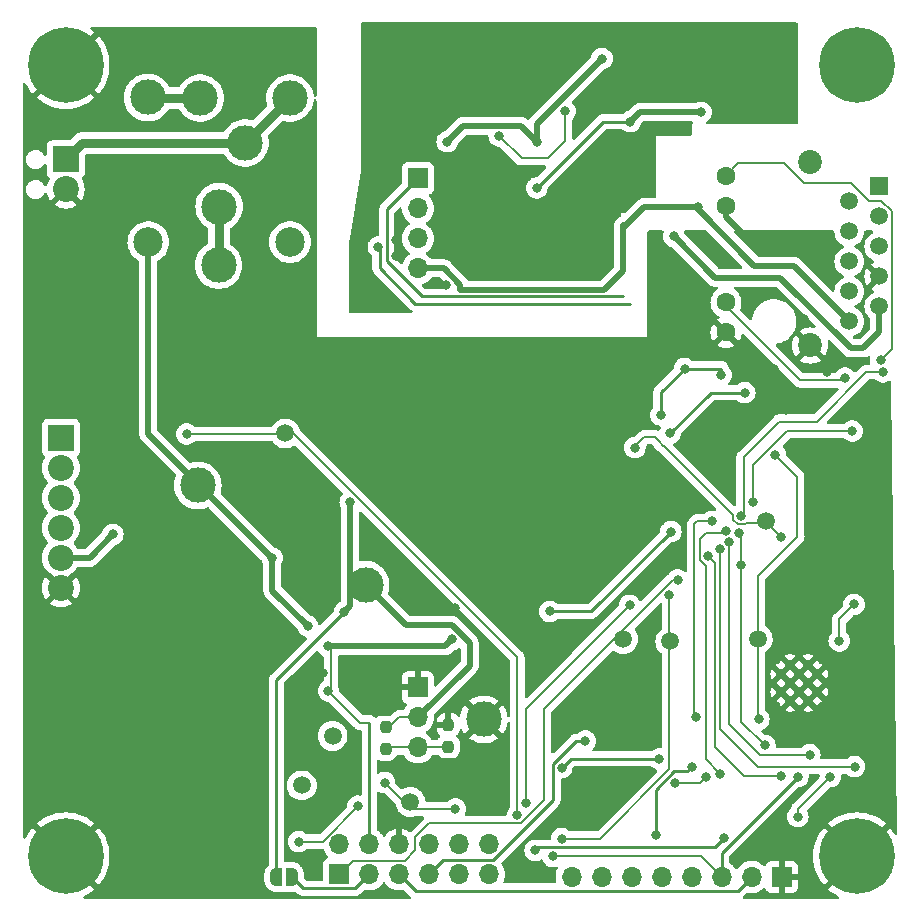
<source format=gbr>
%TF.GenerationSoftware,KiCad,Pcbnew,(7.0.0)*%
%TF.CreationDate,2023-03-14T22:36:42+01:00*%
%TF.ProjectId,Zamkonator,5a616d6b-6f6e-4617-946f-722e6b696361,rev?*%
%TF.SameCoordinates,Original*%
%TF.FileFunction,Copper,L2,Bot*%
%TF.FilePolarity,Positive*%
%FSLAX46Y46*%
G04 Gerber Fmt 4.6, Leading zero omitted, Abs format (unit mm)*
G04 Created by KiCad (PCBNEW (7.0.0)) date 2023-03-14 22:36:42*
%MOMM*%
%LPD*%
G01*
G04 APERTURE LIST*
G04 Aperture macros list*
%AMRoundRect*
0 Rectangle with rounded corners*
0 $1 Rounding radius*
0 $2 $3 $4 $5 $6 $7 $8 $9 X,Y pos of 4 corners*
0 Add a 4 corners polygon primitive as box body*
4,1,4,$2,$3,$4,$5,$6,$7,$8,$9,$2,$3,0*
0 Add four circle primitives for the rounded corners*
1,1,$1+$1,$2,$3*
1,1,$1+$1,$4,$5*
1,1,$1+$1,$6,$7*
1,1,$1+$1,$8,$9*
0 Add four rect primitives between the rounded corners*
20,1,$1+$1,$2,$3,$4,$5,0*
20,1,$1+$1,$4,$5,$6,$7,0*
20,1,$1+$1,$6,$7,$8,$9,0*
20,1,$1+$1,$8,$9,$2,$3,0*%
%AMFreePoly0*
4,1,19,0.500000,-0.750000,0.000000,-0.750000,0.000000,-0.744911,-0.071157,-0.744911,-0.207708,-0.704816,-0.327430,-0.627875,-0.420627,-0.520320,-0.479746,-0.390866,-0.500000,-0.250000,-0.500000,0.250000,-0.479746,0.390866,-0.420627,0.520320,-0.327430,0.627875,-0.207708,0.704816,-0.071157,0.744911,0.000000,0.744911,0.000000,0.750000,0.500000,0.750000,0.500000,-0.750000,0.500000,-0.750000,
$1*%
%AMFreePoly1*
4,1,19,0.000000,0.744911,0.071157,0.744911,0.207708,0.704816,0.327430,0.627875,0.420627,0.520320,0.479746,0.390866,0.500000,0.250000,0.500000,-0.250000,0.479746,-0.390866,0.420627,-0.520320,0.327430,-0.627875,0.207708,-0.704816,0.071157,-0.744911,0.000000,-0.744911,0.000000,-0.750000,-0.500000,-0.750000,-0.500000,0.750000,0.000000,0.750000,0.000000,0.744911,0.000000,0.744911,
$1*%
G04 Aperture macros list end*
%TA.AperFunction,ComponentPad*%
%ADD10C,3.000000*%
%TD*%
%TA.AperFunction,ComponentPad*%
%ADD11C,2.500000*%
%TD*%
%TA.AperFunction,ComponentPad*%
%ADD12R,1.500000X1.500000*%
%TD*%
%TA.AperFunction,ComponentPad*%
%ADD13C,1.500000*%
%TD*%
%TA.AperFunction,ComponentPad*%
%ADD14C,1.600000*%
%TD*%
%TA.AperFunction,ComponentPad*%
%ADD15C,2.029000*%
%TD*%
%TA.AperFunction,ComponentPad*%
%ADD16C,0.800000*%
%TD*%
%TA.AperFunction,ComponentPad*%
%ADD17C,6.400000*%
%TD*%
%TA.AperFunction,ComponentPad*%
%ADD18R,1.700000X1.700000*%
%TD*%
%TA.AperFunction,ComponentPad*%
%ADD19O,1.700000X1.700000*%
%TD*%
%TA.AperFunction,ComponentPad*%
%ADD20R,2.200000X2.200000*%
%TD*%
%TA.AperFunction,ComponentPad*%
%ADD21C,2.200000*%
%TD*%
%TA.AperFunction,HeatsinkPad*%
%ADD22C,0.800000*%
%TD*%
%TA.AperFunction,SMDPad,CuDef*%
%ADD23RoundRect,0.237500X-0.237500X0.250000X-0.237500X-0.250000X0.237500X-0.250000X0.237500X0.250000X0*%
%TD*%
%TA.AperFunction,SMDPad,CuDef*%
%ADD24C,1.500000*%
%TD*%
%TA.AperFunction,SMDPad,CuDef*%
%ADD25C,3.000000*%
%TD*%
%TA.AperFunction,SMDPad,CuDef*%
%ADD26FreePoly0,0.000000*%
%TD*%
%TA.AperFunction,SMDPad,CuDef*%
%ADD27FreePoly1,0.000000*%
%TD*%
%TA.AperFunction,SMDPad,CuDef*%
%ADD28RoundRect,0.237500X0.237500X-0.250000X0.237500X0.250000X-0.237500X0.250000X-0.237500X-0.250000X0*%
%TD*%
%TA.AperFunction,ViaPad*%
%ADD29C,0.800000*%
%TD*%
%TA.AperFunction,Conductor*%
%ADD30C,0.500000*%
%TD*%
%TA.AperFunction,Conductor*%
%ADD31C,0.200000*%
%TD*%
%TA.AperFunction,Conductor*%
%ADD32C,0.250000*%
%TD*%
%TA.AperFunction,Conductor*%
%ADD33C,0.800000*%
%TD*%
G04 APERTURE END LIST*
D10*
%TO.P,K1,1*%
%TO.N,/Relay/C*%
X16950000Y-20950000D03*
D11*
%TO.P,K1,2*%
%TO.N,Net-(D10-Pad1)*%
X23000000Y-19000000D03*
D10*
%TO.P,K1,3*%
%TO.N,/Relay/NO*%
X23000000Y-6800000D03*
%TO.P,K1,4*%
%TO.N,/Relay/NC*%
X10950000Y-6750000D03*
D11*
%TO.P,K1,5*%
%TO.N,+3.3V*%
X11000000Y-19000000D03*
%TD*%
D12*
%TO.P,RJ1,1,1*%
%TO.N,Net-(R4-Pad1)*%
X72889999Y-14284999D03*
D13*
%TO.P,RJ1,2,2*%
%TO.N,Net-(R3-Pad1)*%
X70350000Y-15555000D03*
%TO.P,RJ1,3,3*%
%TO.N,Net-(C3-Pad1)*%
X72890000Y-16825000D03*
%TO.P,RJ1,4,4*%
X70350000Y-18095000D03*
%TO.P,RJ1,5,5*%
%TO.N,Net-(R6-Pad1)*%
X72890000Y-19365000D03*
%TO.P,RJ1,6,6*%
%TO.N,Net-(R5-Pad1)*%
X70350000Y-20635000D03*
%TO.P,RJ1,7,7*%
%TO.N,GND*%
X72890000Y-21905000D03*
%TO.P,RJ1,8,8*%
%TO.N,unconnected-(RJ1-Pad8)*%
X70350000Y-23175000D03*
%TO.P,RJ1,9,9*%
%TO.N,/RT9400_VB1*%
X72890000Y-24445000D03*
%TO.P,RJ1,10,10*%
%TO.N,/RT9400_VB2*%
X70350000Y-25715000D03*
D14*
%TO.P,RJ1,11,11*%
%TO.N,Net-(R2-Pad1)*%
X59910000Y-13371000D03*
%TO.P,RJ1,12,12*%
%TO.N,GND*%
X59910000Y-15911000D03*
%TO.P,RJ1,13,13*%
%TO.N,Net-(R1-Pad1)*%
X59910000Y-24089000D03*
%TO.P,RJ1,14,14*%
%TO.N,GND*%
X59910000Y-26629000D03*
D15*
%TO.P,RJ1,GND1,GND*%
X67048000Y-12253000D03*
%TO.P,RJ1,GND2,GND*%
X67048000Y-27747000D03*
%TD*%
D16*
%TO.P,H3,1,1*%
%TO.N,GND*%
X1600000Y-71000000D03*
X5697056Y-69302944D03*
X2302944Y-69302944D03*
X2302944Y-72697056D03*
D17*
X4000000Y-71000000D03*
D16*
X4000000Y-73400000D03*
X6400000Y-71000000D03*
X4000000Y-68600000D03*
X5697056Y-72697056D03*
%TD*%
D18*
%TO.P,J3,1,Pin_1*%
%TO.N,GND*%
X64624999Y-72749999D03*
D19*
%TO.P,J3,2,Pin_2*%
%TO.N,+3.3V*%
X62084999Y-72749999D03*
%TO.P,J3,3,Pin_3*%
%TO.N,/ESP32/IO18*%
X59544999Y-72749999D03*
%TO.P,J3,4,Pin_4*%
%TO.N,/ESP32/TX*%
X57004999Y-72749999D03*
%TO.P,J3,5,Pin_5*%
%TO.N,/ESP32/RX*%
X54464999Y-72749999D03*
%TO.P,J3,6,Pin_6*%
%TO.N,/ESP32/ESP_EN*%
X51924999Y-72749999D03*
%TO.P,J3,7,Pin_7*%
%TO.N,/50MHZ CLOCK/CLK_OUT*%
X49384999Y-72749999D03*
%TO.P,J3,8,Pin_8*%
%TO.N,/50MHZ CLOCK/CLK_EN*%
X46844999Y-72749999D03*
%TD*%
D20*
%TO.P,J_LATCH1,1,Pin_1*%
%TO.N,/Relay/NO*%
X3999999Y-11999999D03*
D21*
%TO.P,J_LATCH1,2,Pin_2*%
%TO.N,GND*%
X4000000Y-14540000D03*
%TD*%
D16*
%TO.P,H4,1,1*%
%TO.N,GND*%
X1600000Y-4000000D03*
X6400000Y-4000000D03*
X5697056Y-2302944D03*
X4000000Y-1600000D03*
X5697056Y-5697056D03*
D17*
X4000000Y-4000000D03*
D16*
X4000000Y-6400000D03*
X2302944Y-2302944D03*
X2302944Y-5697056D03*
%TD*%
%TO.P,H2,1,1*%
%TO.N,GND*%
X72697056Y-69302944D03*
X68600000Y-71000000D03*
X71000000Y-73400000D03*
X72697056Y-72697056D03*
D17*
X71000000Y-71000000D03*
D16*
X71000000Y-68600000D03*
X69302944Y-69302944D03*
X69302944Y-72697056D03*
X73400000Y-71000000D03*
%TD*%
D18*
%TO.P,J4,1,Pin_1*%
%TO.N,/ESP32/IO12*%
X27149999Y-72524999D03*
D19*
%TO.P,J4,2,Pin_2*%
%TO.N,/ESP32/IO2*%
X27149999Y-69984999D03*
%TO.P,J4,3,Pin_3*%
%TO.N,Net-(J4-Pad3)*%
X29689999Y-72524999D03*
%TO.P,J4,4,Pin_4*%
%TO.N,+3.3V*%
X29689999Y-69984999D03*
%TO.P,J4,5,Pin_5*%
X32229999Y-72524999D03*
%TO.P,J4,6,Pin_6*%
%TO.N,GND*%
X32229999Y-69984999D03*
%TO.P,J4,7,Pin_7*%
%TO.N,/ESP32/IO15*%
X34769999Y-72524999D03*
%TO.P,J4,8,Pin_8*%
%TO.N,/50MHZ CLOCK/CLK_EN*%
X34769999Y-69984999D03*
%TO.P,J4,9,Pin_9*%
%TO.N,/ESP32/IO23*%
X37309999Y-72524999D03*
%TO.P,J4,10,Pin_10*%
%TO.N,/ESP32/IO13*%
X37309999Y-69984999D03*
%TO.P,J4,11,Pin_11*%
%TO.N,/ESP32/IO5*%
X39849999Y-72524999D03*
%TO.P,J4,12,Pin_12*%
%TO.N,/ESP32/IO4*%
X39849999Y-69984999D03*
%TD*%
D22*
%TO.P,U6,39,GND*%
%TO.N,GND*%
X66110000Y-55557500D03*
X66872500Y-54795000D03*
X66872500Y-57845000D03*
X64585000Y-55557500D03*
X65347500Y-56320000D03*
X65347500Y-54795000D03*
X66110000Y-57082500D03*
X64585000Y-57082500D03*
X66872500Y-56320000D03*
X67635000Y-57082500D03*
X65347500Y-57845000D03*
X67635000Y-55557500D03*
%TD*%
D16*
%TO.P,H1,1,1*%
%TO.N,GND*%
X73400000Y-4000000D03*
D17*
X71000000Y-4000000D03*
D16*
X69302944Y-2302944D03*
X72697056Y-2302944D03*
X71000000Y-6400000D03*
X72697056Y-5697056D03*
X68600000Y-4000000D03*
X71000000Y-1600000D03*
X69302944Y-5697056D03*
%TD*%
D18*
%TO.P,J5,1,Pin_1*%
%TO.N,unconnected-(J5-Pad1)*%
X33824999Y-13599999D03*
D19*
%TO.P,J5,2,Pin_2*%
%TO.N,unconnected-(J5-Pad2)*%
X33824999Y-16139999D03*
%TO.P,J5,3,Pin_3*%
%TO.N,/RT9400_VB1*%
X33824999Y-18679999D03*
%TO.P,J5,4,Pin_4*%
%TO.N,/RT9400_VB2*%
X33824999Y-21219999D03*
%TD*%
D18*
%TO.P,J6,1,Pin_1*%
%TO.N,GND*%
X33824999Y-56699999D03*
D19*
%TO.P,J6,2,Pin_2*%
%TO.N,+12V*%
X33824999Y-59239999D03*
%TO.P,J6,3,Pin_3*%
%TO.N,Net-(J6-Pad3)*%
X33824999Y-61779999D03*
%TD*%
D20*
%TO.P,J1,1,Pin_1*%
%TO.N,/Wigand Intrerface/READER_LED*%
X3599999Y-35559999D03*
D21*
%TO.P,J1,2,Pin_2*%
%TO.N,/Wigand Intrerface/READER_BUZZER*%
X3600000Y-38100000D03*
%TO.P,J1,3,Pin_3*%
%TO.N,/Wigand Intrerface/READER_DAT0*%
X3600000Y-40640000D03*
%TO.P,J1,4,Pin_4*%
%TO.N,/Wigand Intrerface/READER_DAT1*%
X3600000Y-43180000D03*
%TO.P,J1,5,Pin_5*%
%TO.N,+12V*%
X3600000Y-45720000D03*
%TO.P,J1,6,Pin_6*%
%TO.N,GND*%
X3600000Y-48260000D03*
%TD*%
D23*
%TO.P,R34,1*%
%TO.N,+12V*%
X31100000Y-60087500D03*
%TO.P,R34,2*%
%TO.N,Net-(J6-Pad3)*%
X31100000Y-61912500D03*
%TD*%
D24*
%TO.P,TP5,1,1*%
%TO.N,Net-(C4-Pad1)*%
X63270000Y-42650000D03*
%TD*%
%TO.P,TP10,1,1*%
%TO.N,/ESP32/IO2*%
X26600000Y-60800000D03*
%TD*%
%TO.P,TP8,1,1*%
%TO.N,/ESP32/IO12*%
X51200000Y-52600000D03*
%TD*%
D25*
%TO.P,TP13,1,1*%
%TO.N,/Relay/NC*%
X15400000Y-6800000D03*
%TD*%
%TO.P,TP12,1,1*%
%TO.N,/Relay/NO*%
X19200000Y-10600000D03*
%TD*%
%TO.P,TP6,1,1*%
%TO.N,+3.3V*%
X15200000Y-39600000D03*
%TD*%
D26*
%TO.P,JP1,1,A*%
%TO.N,+12V*%
X21850000Y-72750000D03*
D27*
%TO.P,JP1,2,B*%
%TO.N,Net-(J4-Pad3)*%
X23150000Y-72750000D03*
%TD*%
D24*
%TO.P,TP7,1,1*%
%TO.N,/50MHZ CLOCK/CLK_EN*%
X55200000Y-52800000D03*
%TD*%
D25*
%TO.P,TP14,1,1*%
%TO.N,/Relay/C*%
X17000000Y-16000000D03*
%TD*%
D24*
%TO.P,TP9,1,1*%
%TO.N,/ESP32/IO13*%
X33200000Y-66400000D03*
%TD*%
D25*
%TO.P,TP1,1,1*%
%TO.N,GND*%
X39400000Y-59400000D03*
%TD*%
D28*
%TO.P,R35,1*%
%TO.N,Net-(J6-Pad3)*%
X36400000Y-61712500D03*
%TO.P,R35,2*%
%TO.N,GND*%
X36400000Y-59887500D03*
%TD*%
D24*
%TO.P,TP11,1,1*%
%TO.N,/ESP32/IO23*%
X24000000Y-65000000D03*
%TD*%
%TO.P,TP3,1,1*%
%TO.N,/50MHZ CLOCK/CLK_OUT*%
X62600000Y-52600000D03*
%TD*%
D25*
%TO.P,TP2,1,1*%
%TO.N,+12V*%
X29400000Y-48000000D03*
%TD*%
D24*
%TO.P,TP4,1,1*%
%TO.N,/ESP32/IO18*%
X22600000Y-35200000D03*
%TD*%
D29*
%TO.N,GND*%
X44000000Y-72000000D03*
X65250000Y-60750000D03*
X57000000Y-37000000D03*
X69500000Y-37500000D03*
X38000000Y-44750000D03*
X20000000Y-58750000D03*
X66500000Y-25500000D03*
X51000000Y-60000000D03*
X24750000Y-23750000D03*
X56000000Y-28000000D03*
X72000000Y-52500000D03*
X17000000Y-58750000D03*
X58000000Y-38000000D03*
X4250000Y-28500000D03*
X52500000Y-56000000D03*
X41000000Y-30000000D03*
X37100000Y-58300000D03*
X48250000Y-31750000D03*
X23400500Y-45500000D03*
X68500000Y-22000000D03*
X12750000Y-49250000D03*
X35400000Y-30400000D03*
X28400000Y-57600000D03*
X64000000Y-29750000D03*
X31500000Y-67750000D03*
X59000000Y-38750000D03*
X37000000Y-50000000D03*
X28000000Y-62500000D03*
X73500000Y-42500000D03*
X46750000Y-64750000D03*
X14000000Y-54250000D03*
X65000000Y-50250000D03*
X61500000Y-18500000D03*
X2500000Y-63250000D03*
X53750000Y-47250000D03*
X14500000Y-42000000D03*
X29000000Y-34750000D03*
X67750000Y-40500000D03*
X17500000Y-73500000D03*
X24000000Y-60750000D03*
X34500000Y-40750000D03*
X68500000Y-30000000D03*
X66000000Y-46250000D03*
X15200000Y-27600000D03*
X65000000Y-33250000D03*
X69000000Y-28500000D03*
X16750000Y-48500000D03*
X6250000Y-62500000D03*
X39250000Y-65250000D03*
X52000000Y-64250000D03*
X72000000Y-61500000D03*
X39750000Y-48500000D03*
X53000000Y-52750000D03*
X26250000Y-33500000D03*
X17250000Y-37750000D03*
X59000000Y-37000000D03*
X55000000Y-45500000D03*
X30500000Y-57450500D03*
X56500000Y-23000000D03*
X7750000Y-41500000D03*
X8000000Y-37250000D03*
X59500000Y-20500000D03*
X40250000Y-63000000D03*
X25750000Y-55500000D03*
X68000000Y-19000000D03*
X15500000Y-32250000D03*
X67750000Y-52000000D03*
X43750000Y-37750000D03*
X72000000Y-57750000D03*
X50500000Y-39250000D03*
%TO.N,Net-(C4-Pad1)*%
X64599500Y-44000000D03*
X52200000Y-36400000D03*
%TO.N,Net-(C5-Pad1)*%
X54400000Y-33649500D03*
X56400000Y-29700000D03*
X59500000Y-30250000D03*
%TO.N,Net-(C12-Pad1)*%
X43900000Y-14400000D03*
X51800000Y-8800000D03*
X57800000Y-8000000D03*
%TO.N,Net-(C12-Pad2)*%
X43900000Y-10500000D03*
X36300000Y-10500000D03*
X49410000Y-3467500D03*
%TO.N,VSS*%
X32000000Y-20200000D03*
X39000000Y-6000000D03*
X43126418Y-7599207D03*
X50000000Y-14000000D03*
X37000000Y-3000000D03*
X32000000Y-18800000D03*
X45000000Y-18500000D03*
X46000000Y-2000000D03*
X36200000Y-22600000D03*
X42750000Y-16250000D03*
X33000000Y-8400000D03*
X30000000Y-17500000D03*
X39000000Y-17000000D03*
X37000000Y-7000000D03*
X61000000Y-2000000D03*
X33250000Y-2500000D03*
X36800000Y-18600000D03*
%TO.N,+12V*%
X8000000Y-43750000D03*
X28100000Y-41000000D03*
X27600000Y-50300000D03*
%TO.N,+3.3V*%
X57000000Y-63400000D03*
X55250000Y-43500000D03*
X26250000Y-57000000D03*
X36725000Y-52637500D03*
X26200000Y-53200000D03*
X24500000Y-51500000D03*
X21500000Y-45750000D03*
X45000000Y-50250000D03*
X54000000Y-69200000D03*
%TO.N,/ESP32/ESP_EN*%
X69500000Y-52750000D03*
X66000000Y-67650500D03*
X68750000Y-64250000D03*
X58767510Y-42632490D03*
X70750000Y-49675500D03*
X57377701Y-59177701D03*
%TO.N,/50MHZ CLOCK/CLK_EN*%
X46000000Y-69500000D03*
X55119622Y-48869622D03*
%TO.N,unconnected-(J5-Pad2)*%
X30475500Y-19400000D03*
%TO.N,Net-(R1-Pad1)*%
X70000000Y-30500000D03*
%TO.N,Net-(R2-Pad1)*%
X73012299Y-29012299D03*
%TO.N,/50MHZ CLOCK/CLK_OUT*%
X64100000Y-36999500D03*
X62700000Y-59400000D03*
%TO.N,/ESP32/IO2*%
X26600000Y-60800000D03*
X46000000Y-63500000D03*
X54250000Y-62750000D03*
%TO.N,/ESP32/IO12*%
X55819122Y-47600000D03*
%TO.N,/ESP32/IO13*%
X31000000Y-64750000D03*
X23750000Y-69750000D03*
X37000000Y-67000000D03*
X43000000Y-66500000D03*
X28750000Y-66750000D03*
X51750000Y-49750000D03*
%TO.N,/ESP32/IO4*%
X58250000Y-64250000D03*
X55600000Y-64800000D03*
%TO.N,/ESP32/IO15*%
X48000000Y-61250000D03*
%TO.N,/ESP32/IO18*%
X14250000Y-35250000D03*
X45250000Y-71000000D03*
X42250000Y-67500000D03*
X66000000Y-64250000D03*
%TO.N,Net-(R1-Pad2)*%
X62200000Y-41000000D03*
X70600000Y-35000000D03*
%TO.N,Net-(R2-Pad2)*%
X61200000Y-42200000D03*
X73200000Y-30000000D03*
%TO.N,Net-(R7-Pad2)*%
X55175250Y-35175250D03*
X61500000Y-31750000D03*
%TO.N,/ESP32/EMAC_MDIO*%
X61000000Y-43600000D03*
X63200000Y-61600000D03*
X61200000Y-46300000D03*
%TO.N,Net-(R14-Pad1)*%
X40700000Y-10000000D03*
X46300000Y-7900000D03*
%TO.N,/ESP32/IO23*%
X59737701Y-69487701D03*
X43750000Y-70500000D03*
X24000000Y-65000000D03*
%TO.N,/ESP32/EMAC_TXD0*%
X58400000Y-45600000D03*
X64600000Y-64200000D03*
%TO.N,/ESP32/EMAC_TXD1*%
X70800000Y-63400000D03*
X59380378Y-45019622D03*
%TO.N,/ESP32/EMAC_TX_EN*%
X67000000Y-62400000D03*
X60200000Y-44400000D03*
%TO.N,/ESP32/EMAC_MDC*%
X59946241Y-43433247D03*
X59400000Y-64000000D03*
%TO.N,/RT9400_VB1*%
X55500000Y-18500000D03*
%TO.N,/RT9400_VB2*%
X57500000Y-16000000D03*
%TD*%
D30*
%TO.N,GND*%
X59910000Y-15911000D02*
X59910000Y-16910000D01*
X59910000Y-16910000D02*
X61500000Y-18500000D01*
D31*
%TO.N,Net-(C4-Pad1)*%
X63400000Y-42800000D02*
X64600000Y-44000000D01*
X60500000Y-42125000D02*
X60500000Y-42489950D01*
X61589950Y-42800000D02*
X63400000Y-42800000D01*
X60910050Y-42900000D02*
X61489950Y-42900000D01*
X54199158Y-35840450D02*
X54609208Y-36250500D01*
X61489950Y-42900000D02*
X61589950Y-42800000D01*
X52200000Y-36300000D02*
X53000000Y-35500000D01*
X52200000Y-36400000D02*
X52200000Y-36300000D01*
X53875000Y-35500000D02*
X54199158Y-35824158D01*
X60500000Y-42489950D02*
X60910050Y-42900000D01*
X53000000Y-35500000D02*
X53875000Y-35500000D01*
X54199158Y-35824158D02*
X54199158Y-35840450D01*
X54609208Y-36250500D02*
X54625500Y-36250500D01*
X54625500Y-36250500D02*
X60500000Y-42125000D01*
D32*
%TO.N,Net-(C5-Pad1)*%
X59500000Y-29700000D02*
X56400000Y-29700000D01*
X56400000Y-29700000D02*
X54400000Y-31700000D01*
X54400000Y-31700000D02*
X54400000Y-33649500D01*
X59500000Y-30250000D02*
X59500000Y-29700000D01*
%TO.N,Net-(C12-Pad1)*%
X49500000Y-8800000D02*
X43900000Y-14400000D01*
D30*
X52600000Y-8000000D02*
X51800000Y-8800000D01*
X57800000Y-8000000D02*
X52600000Y-8000000D01*
D32*
X49500000Y-8800000D02*
X51800000Y-8800000D01*
D30*
%TO.N,Net-(C12-Pad2)*%
X49410000Y-3467500D02*
X43900000Y-8977500D01*
X42550000Y-9150000D02*
X43900000Y-10500000D01*
X36300000Y-10500000D02*
X37650000Y-9150000D01*
X37650000Y-9150000D02*
X42550000Y-9150000D01*
X43900000Y-8977500D02*
X43900000Y-10500000D01*
%TO.N,+12V*%
X28100000Y-49800000D02*
X28100000Y-41000000D01*
X27600000Y-50300000D02*
X28100000Y-49800000D01*
X8000000Y-43750000D02*
X6030000Y-45720000D01*
D31*
X32247500Y-59240000D02*
X33825000Y-59240000D01*
D30*
X32800000Y-51400000D02*
X29400000Y-48000000D01*
D31*
X31400000Y-60087500D02*
X32247500Y-59240000D01*
D32*
X21850000Y-72750000D02*
X21850000Y-56050000D01*
D30*
X33825000Y-59240000D02*
X38200000Y-54865000D01*
X38200000Y-54865000D02*
X38200000Y-52910418D01*
X36689582Y-51400000D02*
X32800000Y-51400000D01*
X6030000Y-45720000D02*
X3600000Y-45720000D01*
X38200000Y-52910418D02*
X36689582Y-51400000D01*
D32*
X21850000Y-56050000D02*
X27600000Y-50300000D01*
D30*
%TO.N,+3.3V*%
X26200000Y-53200000D02*
X36162500Y-53200000D01*
X11000000Y-19000000D02*
X11000000Y-35250000D01*
D32*
X29690000Y-69985000D02*
X29690000Y-59672500D01*
X48500000Y-50250000D02*
X45000000Y-50250000D01*
D30*
X21500000Y-48500000D02*
X24500000Y-51500000D01*
D32*
X54000000Y-65351040D02*
X55551040Y-63800000D01*
D31*
X28922500Y-59672500D02*
X29690000Y-59672500D01*
D30*
X11000000Y-35250000D02*
X21500000Y-45750000D01*
D31*
X26250000Y-57000000D02*
X28922500Y-59672500D01*
D32*
X56600000Y-63800000D02*
X57000000Y-63400000D01*
D30*
X36162500Y-53200000D02*
X36725000Y-52637500D01*
D32*
X33630000Y-73925000D02*
X32230000Y-72525000D01*
X55551040Y-63800000D02*
X56600000Y-63800000D01*
D31*
X26250000Y-57000000D02*
X26450000Y-56800000D01*
D32*
X55250000Y-43500000D02*
X48500000Y-50250000D01*
D31*
X26450000Y-56800000D02*
X26450000Y-53450000D01*
D32*
X60910000Y-73925000D02*
X33630000Y-73925000D01*
D31*
X26450000Y-53450000D02*
X26200000Y-53200000D01*
D32*
X54000000Y-69200000D02*
X54000000Y-65351040D01*
D30*
X21500000Y-45750000D02*
X21500000Y-48500000D01*
D32*
X62085000Y-72750000D02*
X60910000Y-73925000D01*
D31*
%TO.N,/ESP32/ESP_EN*%
X66000000Y-67650500D02*
X66000000Y-67000000D01*
X66000000Y-67000000D02*
X68750000Y-64250000D01*
X57200000Y-42889950D02*
X57457460Y-42632490D01*
X57457460Y-42632490D02*
X58767510Y-42632490D01*
X57377701Y-59177701D02*
X57200000Y-59000000D01*
X69500000Y-50925500D02*
X70750000Y-49675500D01*
X57200000Y-59000000D02*
X57200000Y-42889950D01*
X69500000Y-52750000D02*
X69500000Y-50925500D01*
%TO.N,/50MHZ CLOCK/CLK_EN*%
X55119622Y-48869622D02*
X55119622Y-63630378D01*
X55119622Y-63630378D02*
X49250000Y-69500000D01*
X49250000Y-69500000D02*
X46000000Y-69500000D01*
D32*
%TO.N,unconnected-(J5-Pad1)*%
X31200000Y-16225000D02*
X33825000Y-13600000D01*
X51200000Y-23600000D02*
X34200000Y-23600000D01*
X34200000Y-23600000D02*
X31200000Y-20600000D01*
X31200000Y-20600000D02*
X31200000Y-16225000D01*
%TO.N,unconnected-(J5-Pad2)*%
X30600000Y-21200000D02*
X30600000Y-19365000D01*
X30510500Y-19365000D02*
X30475500Y-19400000D01*
X51800000Y-24200000D02*
X33600000Y-24200000D01*
X30600000Y-19365000D02*
X30510500Y-19365000D01*
X33600000Y-24200000D02*
X30600000Y-21200000D01*
D31*
%TO.N,Net-(R1-Pad1)*%
X69800000Y-30700000D02*
X66206926Y-30700000D01*
X59910000Y-24403074D02*
X59910000Y-24089000D01*
X66206926Y-30700000D02*
X59910000Y-24403074D01*
X70000000Y-30500000D02*
X69800000Y-30700000D01*
%TO.N,Net-(R2-Pad1)*%
X73940000Y-28084598D02*
X73940000Y-16390075D01*
X64818073Y-12324999D02*
X60956001Y-12324999D01*
X60956001Y-12324999D02*
X59910000Y-13371000D01*
X73940000Y-16390075D02*
X73049925Y-15500000D01*
X70500000Y-14000000D02*
X66493074Y-14000000D01*
X73012299Y-29012299D02*
X73940000Y-28084598D01*
X72000000Y-15500000D02*
X70500000Y-14000000D01*
X66493074Y-14000000D02*
X64818073Y-12324999D01*
X73049925Y-15500000D02*
X72000000Y-15500000D01*
%TO.N,/50MHZ CLOCK/CLK_OUT*%
X62600000Y-59000000D02*
X62600000Y-59300000D01*
X65950000Y-43950000D02*
X62600000Y-47300000D01*
X64100000Y-36999500D02*
X65950000Y-38849500D01*
X62600000Y-59300000D02*
X62700000Y-59400000D01*
X62600000Y-47300000D02*
X62600000Y-59000000D01*
X65950000Y-38849500D02*
X65950000Y-43950000D01*
D32*
%TO.N,/ESP32/IO2*%
X46750000Y-62750000D02*
X46000000Y-63500000D01*
X54250000Y-62750000D02*
X46750000Y-62750000D01*
D31*
%TO.N,/ESP32/IO12*%
X55819122Y-47600000D02*
X55400000Y-47600000D01*
X33620000Y-69380000D02*
X33620000Y-70461346D01*
X28300000Y-71375000D02*
X27150000Y-72525000D01*
X42539950Y-68200000D02*
X34800000Y-68200000D01*
X44500000Y-66239950D02*
X42539950Y-68200000D01*
X55400000Y-47600000D02*
X44500000Y-58500000D01*
X34800000Y-68200000D02*
X33620000Y-69380000D01*
X44500000Y-58500000D02*
X44500000Y-66239950D01*
X33620000Y-70461346D02*
X32706346Y-71375000D01*
X32706346Y-71375000D02*
X28300000Y-71375000D01*
%TO.N,/ESP32/IO13*%
X43000000Y-66500000D02*
X43000000Y-58500000D01*
X43000000Y-58500000D02*
X51750000Y-49750000D01*
X31000000Y-64750000D02*
X33250000Y-67000000D01*
X23750000Y-69750000D02*
X25750000Y-69750000D01*
X25750000Y-69750000D02*
X28750000Y-66750000D01*
X33250000Y-67000000D02*
X37000000Y-67000000D01*
%TO.N,/ESP32/IO4*%
X55600000Y-64800000D02*
X57700000Y-64800000D01*
X57700000Y-64800000D02*
X58250000Y-64250000D01*
D32*
%TO.N,/ESP32/IO15*%
X40150000Y-71350000D02*
X35945000Y-71350000D01*
X48000000Y-61250000D02*
X47224695Y-61250000D01*
X35945000Y-71350000D02*
X34770000Y-72525000D01*
X45275000Y-66225000D02*
X40150000Y-71350000D01*
X47224695Y-61250000D02*
X45275000Y-63199695D01*
X45275000Y-63199695D02*
X45275000Y-66225000D01*
D31*
%TO.N,/ESP32/IO18*%
X57795000Y-71000000D02*
X59545000Y-72750000D01*
X23339950Y-35250000D02*
X42250000Y-54160050D01*
D32*
X59545000Y-70705000D02*
X66000000Y-64250000D01*
D31*
X14250000Y-35250000D02*
X23339950Y-35250000D01*
X42250000Y-54160050D02*
X42250000Y-67500000D01*
X45250000Y-71000000D02*
X57795000Y-71000000D01*
D32*
X59545000Y-72750000D02*
X59545000Y-70705000D01*
D33*
%TO.N,/Relay/NO*%
X23000000Y-6800000D02*
X19200000Y-10600000D01*
X19200000Y-10600000D02*
X5400000Y-10600000D01*
X5400000Y-10600000D02*
X4000000Y-12000000D01*
%TO.N,/Relay/NC*%
X11000000Y-6800000D02*
X10950000Y-6750000D01*
X15400000Y-6800000D02*
X11000000Y-6800000D01*
D31*
%TO.N,Net-(R1-Pad2)*%
X65109550Y-35000000D02*
X62200000Y-37909550D01*
X62200000Y-37909550D02*
X62200000Y-41000000D01*
X70600000Y-35000000D02*
X65109550Y-35000000D01*
%TO.N,Net-(R2-Pad2)*%
X67600000Y-34200000D02*
X64400000Y-34200000D01*
X61400000Y-38800000D02*
X61400000Y-42000000D01*
X61400000Y-42000000D02*
X61200000Y-42200000D01*
X61400000Y-37200000D02*
X61400000Y-38800000D01*
X71800000Y-30000000D02*
X67600000Y-34200000D01*
X73200000Y-30000000D02*
X71800000Y-30000000D01*
X64400000Y-34200000D02*
X61400000Y-37200000D01*
D32*
%TO.N,Net-(R7-Pad2)*%
X61500000Y-31750000D02*
X58600500Y-31750000D01*
X58600500Y-31750000D02*
X55175250Y-35175250D01*
D31*
%TO.N,/ESP32/EMAC_MDIO*%
X61200000Y-43800000D02*
X61200000Y-46300000D01*
X61200000Y-46300000D02*
X61200000Y-59600000D01*
X61200000Y-59600000D02*
X63200000Y-61600000D01*
X61000000Y-43600000D02*
X61200000Y-43800000D01*
%TO.N,Net-(R14-Pad1)*%
X40700000Y-10000000D02*
X42600000Y-11900000D01*
X42600000Y-11900000D02*
X44800000Y-11900000D01*
X46300000Y-10400000D02*
X46300000Y-7900000D01*
X44800000Y-11900000D02*
X46300000Y-10400000D01*
D32*
%TO.N,Net-(J4-Pad3)*%
X28515000Y-73700000D02*
X29690000Y-72525000D01*
X23150000Y-72750000D02*
X24100000Y-73700000D01*
X24100000Y-73700000D02*
X28515000Y-73700000D01*
%TO.N,/ESP32/IO23*%
X44025000Y-70225000D02*
X43750000Y-70500000D01*
X59737701Y-69487701D02*
X58975402Y-70250000D01*
X46225000Y-70225000D02*
X44025000Y-70225000D01*
X58975402Y-70250000D02*
X46250000Y-70250000D01*
X46250000Y-70250000D02*
X46225000Y-70225000D01*
D31*
%TO.N,/ESP32/EMAC_TXD0*%
X61400000Y-64200000D02*
X64600000Y-64200000D01*
X58980378Y-46180378D02*
X58980378Y-61780378D01*
X58980378Y-61780378D02*
X61400000Y-64200000D01*
X58400000Y-45600000D02*
X58980378Y-46180378D01*
%TO.N,/ESP32/EMAC_TXD1*%
X59380378Y-45019622D02*
X59380378Y-60180378D01*
X59380378Y-60180378D02*
X62600000Y-63400000D01*
X62600000Y-63400000D02*
X70800000Y-63400000D01*
%TO.N,/ESP32/EMAC_TX_EN*%
X60200000Y-44400000D02*
X60200000Y-59800000D01*
X60200000Y-59800000D02*
X62800000Y-62400000D01*
X62800000Y-62400000D02*
X67000000Y-62400000D01*
%TO.N,/ESP32/EMAC_MDC*%
X58200000Y-43666494D02*
X57700000Y-44166494D01*
X57700000Y-45889950D02*
X58200000Y-46389950D01*
X58200000Y-62800000D02*
X59400000Y-64000000D01*
X58200000Y-43666494D02*
X59712994Y-43666494D01*
X59712994Y-43666494D02*
X59946241Y-43433247D01*
X57700000Y-44166494D02*
X57700000Y-45889950D01*
X58200000Y-46389950D02*
X58200000Y-62800000D01*
D33*
%TO.N,/Relay/C*%
X17000000Y-20900000D02*
X16950000Y-20950000D01*
X17000000Y-16000000D02*
X17000000Y-20900000D01*
D30*
%TO.N,/RT9400_VB1*%
X64500000Y-22000000D02*
X70500000Y-28000000D01*
X72890000Y-26610000D02*
X72890000Y-24445000D01*
X55500000Y-18500000D02*
X59000000Y-22000000D01*
X59000000Y-22000000D02*
X64500000Y-22000000D01*
X71500000Y-28000000D02*
X72890000Y-26610000D01*
X70500000Y-28000000D02*
X71500000Y-28000000D01*
%TO.N,/RT9400_VB2*%
X36022082Y-21220000D02*
X33825000Y-21220000D01*
X51200000Y-21400000D02*
X49575000Y-23025000D01*
X37400000Y-23025000D02*
X37400000Y-22597918D01*
X49575000Y-23025000D02*
X37400000Y-23025000D01*
X51200000Y-17800000D02*
X51200000Y-21400000D01*
X53000000Y-16000000D02*
X57500000Y-16000000D01*
X51200000Y-17800000D02*
X53000000Y-16000000D01*
X65635000Y-21000000D02*
X70350000Y-25715000D01*
X62305206Y-21000000D02*
X65635000Y-21000000D01*
X51200000Y-17565811D02*
X51200000Y-17800000D01*
X57500000Y-16194794D02*
X62305206Y-21000000D01*
X37400000Y-22597918D02*
X36022082Y-21220000D01*
X57500000Y-16000000D02*
X57500000Y-16194794D01*
D31*
%TO.N,Net-(J6-Pad3)*%
X31400000Y-61912500D02*
X31532500Y-61780000D01*
X33825000Y-61780000D02*
X36332500Y-61780000D01*
X36332500Y-61780000D02*
X36400000Y-61712500D01*
X31532500Y-61780000D02*
X33825000Y-61780000D01*
%TD*%
%TA.AperFunction,Conductor*%
%TO.N,GND*%
G36*
X72520539Y-30619393D02*
G01*
X72562926Y-30650189D01*
X72588747Y-30678866D01*
X72743248Y-30791118D01*
X72917712Y-30868794D01*
X73104513Y-30908500D01*
X73288884Y-30908500D01*
X73295487Y-30908500D01*
X73482288Y-30868794D01*
X73656752Y-30791118D01*
X73718246Y-30746439D01*
X73782009Y-30722797D01*
X73848773Y-30735736D01*
X73899087Y-30781488D01*
X73918296Y-30846724D01*
X74418498Y-69028844D01*
X74402924Y-69091195D01*
X74358625Y-69137755D01*
X74297126Y-69156410D01*
X74234426Y-69142309D01*
X74186836Y-69099119D01*
X74005753Y-68820275D01*
X74001865Y-68814924D01*
X73808267Y-68575850D01*
X73796820Y-68567835D01*
X73784599Y-68574609D01*
X71000000Y-71359210D01*
X68574609Y-73784599D01*
X68567835Y-73796820D01*
X68575850Y-73808267D01*
X68814929Y-74001869D01*
X68820272Y-74005751D01*
X69140685Y-74213830D01*
X69146394Y-74217126D01*
X69429218Y-74361233D01*
X69478400Y-74405986D01*
X69497953Y-74469542D01*
X69482430Y-74534201D01*
X69436154Y-74581954D01*
X69372015Y-74599500D01*
X61441303Y-74599500D01*
X61383396Y-74585405D01*
X61338445Y-74546275D01*
X61316505Y-74490863D01*
X61322486Y-74431567D01*
X61348526Y-74391649D01*
X61347106Y-74390474D01*
X61375291Y-74356402D01*
X61383272Y-74347630D01*
X61627559Y-74103343D01*
X61683205Y-74070960D01*
X61747040Y-74070302D01*
X61750365Y-74071444D01*
X61972431Y-74108500D01*
X62192358Y-74108500D01*
X62197569Y-74108500D01*
X62419635Y-74071444D01*
X62632574Y-73998342D01*
X62830576Y-73891189D01*
X63008240Y-73752906D01*
X63069623Y-73686226D01*
X63123096Y-73651825D01*
X63186558Y-73647915D01*
X63243849Y-73675491D01*
X63280380Y-73727530D01*
X63321403Y-73837515D01*
X63329954Y-73853175D01*
X63406697Y-73955692D01*
X63419307Y-73968302D01*
X63521824Y-74045045D01*
X63537480Y-74053594D01*
X63658521Y-74098740D01*
X63673742Y-74102337D01*
X63723061Y-74107640D01*
X63729777Y-74108000D01*
X64354410Y-74108000D01*
X64367493Y-74104493D01*
X64371000Y-74091410D01*
X64879000Y-74091410D01*
X64882506Y-74104493D01*
X64895590Y-74108000D01*
X65520223Y-74108000D01*
X65526938Y-74107640D01*
X65576257Y-74102337D01*
X65591478Y-74098740D01*
X65712519Y-74053594D01*
X65728175Y-74045045D01*
X65830692Y-73968302D01*
X65843302Y-73955692D01*
X65920045Y-73853175D01*
X65928594Y-73837519D01*
X65973740Y-73716478D01*
X65977337Y-73701257D01*
X65982640Y-73651938D01*
X65983000Y-73645223D01*
X65983000Y-73020590D01*
X65979493Y-73007506D01*
X65966410Y-73004000D01*
X64895590Y-73004000D01*
X64882506Y-73007506D01*
X64879000Y-73020590D01*
X64879000Y-74091410D01*
X64371000Y-74091410D01*
X64371000Y-72479410D01*
X64879000Y-72479410D01*
X64882506Y-72492493D01*
X64895590Y-72496000D01*
X65966410Y-72496000D01*
X65979493Y-72492493D01*
X65983000Y-72479410D01*
X65983000Y-71854777D01*
X65982640Y-71848061D01*
X65977337Y-71798742D01*
X65973740Y-71783521D01*
X65928594Y-71662480D01*
X65920045Y-71646824D01*
X65843302Y-71544307D01*
X65830692Y-71531697D01*
X65728175Y-71454954D01*
X65712519Y-71446405D01*
X65591478Y-71401259D01*
X65576257Y-71397662D01*
X65526938Y-71392359D01*
X65520223Y-71392000D01*
X64895590Y-71392000D01*
X64882506Y-71395506D01*
X64879000Y-71408590D01*
X64879000Y-72479410D01*
X64371000Y-72479410D01*
X64371000Y-71408590D01*
X64367493Y-71395506D01*
X64354410Y-71392000D01*
X63729777Y-71392000D01*
X63723061Y-71392359D01*
X63673742Y-71397662D01*
X63658521Y-71401259D01*
X63537480Y-71446405D01*
X63521824Y-71454954D01*
X63419307Y-71531697D01*
X63406697Y-71544307D01*
X63329954Y-71646824D01*
X63321403Y-71662484D01*
X63280380Y-71772469D01*
X63243849Y-71824508D01*
X63186558Y-71852084D01*
X63123097Y-71848174D01*
X63069624Y-71813774D01*
X63011772Y-71750930D01*
X63011767Y-71750925D01*
X63008240Y-71747094D01*
X62830576Y-71608811D01*
X62825997Y-71606333D01*
X62825994Y-71606331D01*
X62637159Y-71504139D01*
X62637156Y-71504137D01*
X62632574Y-71501658D01*
X62627650Y-71499967D01*
X62627642Y-71499964D01*
X62424565Y-71430248D01*
X62424559Y-71430246D01*
X62419635Y-71428556D01*
X62414498Y-71427698D01*
X62414495Y-71427698D01*
X62202706Y-71392357D01*
X62202703Y-71392356D01*
X62197569Y-71391500D01*
X61972431Y-71391500D01*
X61967297Y-71392356D01*
X61967293Y-71392357D01*
X61755504Y-71427698D01*
X61755498Y-71427699D01*
X61750365Y-71428556D01*
X61745443Y-71430245D01*
X61745434Y-71430248D01*
X61542357Y-71499964D01*
X61542344Y-71499969D01*
X61537426Y-71501658D01*
X61532847Y-71504135D01*
X61532840Y-71504139D01*
X61344005Y-71606331D01*
X61343997Y-71606336D01*
X61339424Y-71608811D01*
X61335313Y-71612010D01*
X61335311Y-71612012D01*
X61165878Y-71743888D01*
X61165872Y-71743893D01*
X61161760Y-71747094D01*
X61158237Y-71750919D01*
X61158227Y-71750930D01*
X61012806Y-71908899D01*
X61012802Y-71908902D01*
X61009278Y-71912732D01*
X61006434Y-71917083D01*
X61006430Y-71917090D01*
X60920482Y-72048644D01*
X60874968Y-72090542D01*
X60814998Y-72105728D01*
X60755029Y-72090541D01*
X60709518Y-72048645D01*
X60620722Y-71912732D01*
X60515786Y-71798742D01*
X60471772Y-71750930D01*
X60471767Y-71750925D01*
X60468240Y-71747094D01*
X60290576Y-71608811D01*
X60286003Y-71606336D01*
X60285995Y-71606331D01*
X60244531Y-71583893D01*
X60196259Y-71537577D01*
X60178500Y-71473079D01*
X60178500Y-71019594D01*
X60181741Y-71003301D01*
X67287084Y-71003301D01*
X67307079Y-71384832D01*
X67307766Y-71391370D01*
X67367534Y-71768734D01*
X67368905Y-71775184D01*
X67467787Y-72144215D01*
X67469829Y-72150498D01*
X67606739Y-72507164D01*
X67609421Y-72513188D01*
X67782873Y-72853605D01*
X67786169Y-72859314D01*
X67994248Y-73179727D01*
X67998130Y-73185070D01*
X68191731Y-73424148D01*
X68203178Y-73432163D01*
X68215399Y-73425389D01*
X70629060Y-71011729D01*
X70635832Y-71000000D01*
X70629060Y-70988270D01*
X68215399Y-68574609D01*
X68203177Y-68567834D01*
X68191734Y-68575847D01*
X67998123Y-68814938D01*
X67994251Y-68820267D01*
X67786169Y-69140686D01*
X67782872Y-69146397D01*
X67609421Y-69486811D01*
X67606739Y-69492835D01*
X67469829Y-69849501D01*
X67467787Y-69855784D01*
X67368905Y-70224815D01*
X67367534Y-70231265D01*
X67307766Y-70608629D01*
X67307079Y-70615167D01*
X67287084Y-70996699D01*
X67287084Y-71003301D01*
X60181741Y-71003301D01*
X60188091Y-70971376D01*
X60215405Y-70930499D01*
X65950499Y-65195405D01*
X65991376Y-65168091D01*
X66039594Y-65158500D01*
X66088884Y-65158500D01*
X66095487Y-65158500D01*
X66282288Y-65118794D01*
X66456752Y-65041118D01*
X66611253Y-64928866D01*
X66739040Y-64786944D01*
X66834527Y-64621556D01*
X66893542Y-64439928D01*
X66913504Y-64250000D01*
X66909035Y-64207476D01*
X66902749Y-64147670D01*
X66914811Y-64079265D01*
X66961289Y-64027646D01*
X67028059Y-64008500D01*
X67721941Y-64008500D01*
X67788711Y-64027646D01*
X67835189Y-64079265D01*
X67847251Y-64147670D01*
X67840965Y-64207476D01*
X67836496Y-64250000D01*
X67836739Y-64252318D01*
X67827595Y-64298292D01*
X67800281Y-64339169D01*
X65603767Y-66535682D01*
X65591380Y-66546546D01*
X65572562Y-66560986D01*
X65572555Y-66560992D01*
X65566013Y-66566013D01*
X65560992Y-66572555D01*
X65560989Y-66572559D01*
X65545016Y-66593375D01*
X65541525Y-66597925D01*
X65541523Y-66597928D01*
X65468476Y-66693124D01*
X65465318Y-66700747D01*
X65465315Y-66700753D01*
X65424914Y-66798292D01*
X65410625Y-66832788D01*
X65407162Y-66841150D01*
X65406084Y-66849335D01*
X65406084Y-66849337D01*
X65395301Y-66931238D01*
X65384805Y-66967541D01*
X65364016Y-66999100D01*
X65363206Y-67000000D01*
X65260960Y-67113556D01*
X65257661Y-67119269D01*
X65257658Y-67119274D01*
X65206706Y-67207526D01*
X65165473Y-67278944D01*
X65163434Y-67285218D01*
X65163430Y-67285228D01*
X65108497Y-67454294D01*
X65108495Y-67454301D01*
X65106458Y-67460572D01*
X65105768Y-67467133D01*
X65105768Y-67467135D01*
X65090459Y-67612793D01*
X65086496Y-67650500D01*
X65106458Y-67840428D01*
X65108495Y-67846700D01*
X65108497Y-67846705D01*
X65163430Y-68015771D01*
X65163433Y-68015778D01*
X65165473Y-68022056D01*
X65260960Y-68187444D01*
X65388747Y-68329366D01*
X65543248Y-68441618D01*
X65717712Y-68519294D01*
X65904513Y-68559000D01*
X66088884Y-68559000D01*
X66095487Y-68559000D01*
X66282288Y-68519294D01*
X66456752Y-68441618D01*
X66611253Y-68329366D01*
X66724874Y-68203177D01*
X68567834Y-68203177D01*
X68574609Y-68215399D01*
X70988270Y-70629060D01*
X70999999Y-70635832D01*
X71011729Y-70629060D01*
X73425389Y-68215399D01*
X73432163Y-68203178D01*
X73424148Y-68191731D01*
X73185070Y-67998130D01*
X73179727Y-67994248D01*
X72859314Y-67786169D01*
X72853605Y-67782873D01*
X72513188Y-67609421D01*
X72507164Y-67606739D01*
X72150498Y-67469829D01*
X72144215Y-67467787D01*
X71775184Y-67368905D01*
X71768734Y-67367534D01*
X71391370Y-67307766D01*
X71384832Y-67307079D01*
X71003301Y-67287084D01*
X70996699Y-67287084D01*
X70615167Y-67307079D01*
X70608629Y-67307766D01*
X70231265Y-67367534D01*
X70224815Y-67368905D01*
X69855784Y-67467787D01*
X69849501Y-67469829D01*
X69492835Y-67606739D01*
X69486811Y-67609421D01*
X69146397Y-67782872D01*
X69140686Y-67786169D01*
X68820267Y-67994251D01*
X68814938Y-67998123D01*
X68575847Y-68191734D01*
X68567834Y-68203177D01*
X66724874Y-68203177D01*
X66739040Y-68187444D01*
X66834527Y-68022056D01*
X66893542Y-67840428D01*
X66913504Y-67650500D01*
X66893542Y-67460572D01*
X66834527Y-67278944D01*
X66790292Y-67202326D01*
X66773890Y-67150307D01*
X66781010Y-67096231D01*
X66810312Y-67050235D01*
X68665146Y-65195402D01*
X68706021Y-65168091D01*
X68754239Y-65158500D01*
X68838884Y-65158500D01*
X68845487Y-65158500D01*
X69032288Y-65118794D01*
X69206752Y-65041118D01*
X69361253Y-64928866D01*
X69489040Y-64786944D01*
X69584527Y-64621556D01*
X69643542Y-64439928D01*
X69663504Y-64250000D01*
X69659035Y-64207476D01*
X69652749Y-64147670D01*
X69664811Y-64079265D01*
X69711289Y-64027646D01*
X69778059Y-64008500D01*
X70069290Y-64008500D01*
X70120539Y-64019393D01*
X70162926Y-64050189D01*
X70188747Y-64078866D01*
X70343248Y-64191118D01*
X70517712Y-64268794D01*
X70704513Y-64308500D01*
X70888884Y-64308500D01*
X70895487Y-64308500D01*
X71082288Y-64268794D01*
X71256752Y-64191118D01*
X71411253Y-64078866D01*
X71539040Y-63936944D01*
X71634527Y-63771556D01*
X71693542Y-63589928D01*
X71713504Y-63400000D01*
X71693542Y-63210072D01*
X71634527Y-63028444D01*
X71539040Y-62863056D01*
X71411253Y-62721134D01*
X71405911Y-62717253D01*
X71405908Y-62717250D01*
X71290689Y-62633539D01*
X71256752Y-62608882D01*
X71082288Y-62531206D01*
X71075835Y-62529834D01*
X71075831Y-62529833D01*
X70901943Y-62492872D01*
X70901940Y-62492871D01*
X70895487Y-62491500D01*
X70704513Y-62491500D01*
X70698060Y-62492871D01*
X70698056Y-62492872D01*
X70524168Y-62529833D01*
X70524161Y-62529835D01*
X70517712Y-62531206D01*
X70511682Y-62533890D01*
X70511681Y-62533891D01*
X70349278Y-62606197D01*
X70349275Y-62606198D01*
X70343248Y-62608882D01*
X70337907Y-62612762D01*
X70337906Y-62612763D01*
X70194086Y-62717254D01*
X70194080Y-62717259D01*
X70188747Y-62721134D01*
X70184333Y-62726035D01*
X70184332Y-62726037D01*
X70162926Y-62749811D01*
X70120539Y-62780607D01*
X70069290Y-62791500D01*
X68001471Y-62791500D01*
X67944268Y-62777767D01*
X67899535Y-62739561D01*
X67877022Y-62685210D01*
X67881638Y-62626563D01*
X67883089Y-62622098D01*
X67893542Y-62589928D01*
X67913504Y-62400000D01*
X67893542Y-62210072D01*
X67845699Y-62062828D01*
X67836569Y-62034728D01*
X67836568Y-62034726D01*
X67834527Y-62028444D01*
X67739040Y-61863056D01*
X67611253Y-61721134D01*
X67605911Y-61717253D01*
X67605908Y-61717250D01*
X67516553Y-61652330D01*
X67456752Y-61608882D01*
X67282288Y-61531206D01*
X67275835Y-61529834D01*
X67275831Y-61529833D01*
X67101943Y-61492872D01*
X67101940Y-61492871D01*
X67095487Y-61491500D01*
X66904513Y-61491500D01*
X66898060Y-61492871D01*
X66898056Y-61492872D01*
X66724168Y-61529833D01*
X66724161Y-61529835D01*
X66717712Y-61531206D01*
X66711682Y-61533890D01*
X66711681Y-61533891D01*
X66549278Y-61606197D01*
X66549275Y-61606198D01*
X66543248Y-61608882D01*
X66537907Y-61612762D01*
X66537906Y-61612763D01*
X66394086Y-61717254D01*
X66394080Y-61717259D01*
X66388747Y-61721134D01*
X66384333Y-61726035D01*
X66384332Y-61726037D01*
X66362926Y-61749811D01*
X66320539Y-61780607D01*
X66269290Y-61791500D01*
X64233314Y-61791500D01*
X64166544Y-61772354D01*
X64120066Y-61720735D01*
X64108004Y-61652330D01*
X64112814Y-61606565D01*
X64113504Y-61600000D01*
X64093542Y-61410072D01*
X64063449Y-61317456D01*
X64036569Y-61234728D01*
X64036568Y-61234726D01*
X64034527Y-61228444D01*
X63939040Y-61063056D01*
X63811253Y-60921134D01*
X63805911Y-60917253D01*
X63805908Y-60917250D01*
X63718169Y-60853504D01*
X63656752Y-60808882D01*
X63482288Y-60731206D01*
X63475835Y-60729834D01*
X63475831Y-60729833D01*
X63301943Y-60692872D01*
X63301940Y-60692871D01*
X63295487Y-60691500D01*
X63288884Y-60691500D01*
X63204239Y-60691500D01*
X63156021Y-60681909D01*
X63115144Y-60654595D01*
X62936217Y-60475668D01*
X62904042Y-60420773D01*
X62902794Y-60357156D01*
X62932791Y-60301041D01*
X62982483Y-60269233D01*
X62982288Y-60268794D01*
X62985185Y-60267504D01*
X62985184Y-60267504D01*
X63156752Y-60191118D01*
X63311253Y-60078866D01*
X63439040Y-59936944D01*
X63534527Y-59771556D01*
X63593542Y-59589928D01*
X63613504Y-59400000D01*
X63593542Y-59210072D01*
X63539996Y-59045275D01*
X63536569Y-59034728D01*
X63536568Y-59034726D01*
X63534527Y-59028444D01*
X63439040Y-58863056D01*
X63311253Y-58721134D01*
X63260436Y-58684213D01*
X63224809Y-58642497D01*
X64913152Y-58642497D01*
X64922320Y-58649628D01*
X65059341Y-58710634D01*
X65071819Y-58714688D01*
X65245607Y-58751627D01*
X65258668Y-58753000D01*
X65436332Y-58753000D01*
X65449392Y-58751627D01*
X65623180Y-58714688D01*
X65635658Y-58710634D01*
X65772677Y-58649628D01*
X65781846Y-58642497D01*
X66438152Y-58642497D01*
X66447320Y-58649628D01*
X66584341Y-58710634D01*
X66596819Y-58714688D01*
X66770607Y-58751627D01*
X66783668Y-58753000D01*
X66961332Y-58753000D01*
X66974392Y-58751627D01*
X67148180Y-58714688D01*
X67160658Y-58710634D01*
X67297677Y-58649628D01*
X67306846Y-58642497D01*
X67300841Y-58632551D01*
X66884229Y-58215939D01*
X66872499Y-58209167D01*
X66860771Y-58215938D01*
X66444157Y-58632551D01*
X66438152Y-58642497D01*
X65781846Y-58642497D01*
X65775841Y-58632551D01*
X65359229Y-58215939D01*
X65347499Y-58209167D01*
X65335771Y-58215938D01*
X64919157Y-58632551D01*
X64913152Y-58642497D01*
X63224809Y-58642497D01*
X63222233Y-58639481D01*
X63208500Y-58582279D01*
X63208500Y-57879997D01*
X64150652Y-57879997D01*
X64159820Y-57887128D01*
X64296841Y-57948134D01*
X64309319Y-57952188D01*
X64365216Y-57964069D01*
X64423330Y-57993679D01*
X64458853Y-58048379D01*
X64511390Y-58210068D01*
X64516735Y-58222074D01*
X64544070Y-58269419D01*
X64551872Y-58277750D01*
X64561565Y-58271723D01*
X64976559Y-57856730D01*
X64983332Y-57844999D01*
X65711667Y-57844999D01*
X65718439Y-57856729D01*
X66098270Y-58236560D01*
X66110000Y-58243332D01*
X66121729Y-58236560D01*
X66501560Y-57856729D01*
X66508332Y-57844999D01*
X67236667Y-57844999D01*
X67243439Y-57856729D01*
X67658429Y-58271719D01*
X67668126Y-58277749D01*
X67675929Y-58269418D01*
X67703270Y-58222064D01*
X67708608Y-58210074D01*
X67761146Y-58048380D01*
X67796669Y-57993679D01*
X67854784Y-57964069D01*
X67910678Y-57952189D01*
X67923158Y-57948134D01*
X68060177Y-57887128D01*
X68069346Y-57879997D01*
X68063341Y-57870051D01*
X67646729Y-57453439D01*
X67634999Y-57446667D01*
X67623270Y-57453439D01*
X67243439Y-57833270D01*
X67236667Y-57844999D01*
X66508332Y-57844999D01*
X66501560Y-57833270D01*
X66121729Y-57453439D01*
X66109999Y-57446667D01*
X66098270Y-57453439D01*
X65718439Y-57833270D01*
X65711667Y-57844999D01*
X64983332Y-57844999D01*
X64976560Y-57833270D01*
X64596729Y-57453439D01*
X64584999Y-57446667D01*
X64573271Y-57453438D01*
X64156657Y-57870051D01*
X64150652Y-57879997D01*
X63208500Y-57879997D01*
X63208500Y-57089065D01*
X63672688Y-57089065D01*
X63691259Y-57265760D01*
X63693988Y-57278601D01*
X63748888Y-57447566D01*
X63754235Y-57459574D01*
X63781570Y-57506919D01*
X63789372Y-57515250D01*
X63799065Y-57509223D01*
X64214059Y-57094230D01*
X64220831Y-57082500D01*
X64949167Y-57082500D01*
X64955939Y-57094229D01*
X65335770Y-57474060D01*
X65347500Y-57480832D01*
X65359229Y-57474060D01*
X65739060Y-57094229D01*
X65745832Y-57082500D01*
X66474167Y-57082500D01*
X66480939Y-57094229D01*
X66860770Y-57474060D01*
X66872500Y-57480832D01*
X66884229Y-57474060D01*
X67264060Y-57094229D01*
X67270832Y-57082500D01*
X67270831Y-57082499D01*
X67999167Y-57082499D01*
X68005939Y-57094229D01*
X68420929Y-57509219D01*
X68430626Y-57515249D01*
X68438429Y-57506918D01*
X68465770Y-57459564D01*
X68471108Y-57447574D01*
X68526011Y-57278601D01*
X68528740Y-57265760D01*
X68547312Y-57089065D01*
X68547312Y-57075935D01*
X68528740Y-56899239D01*
X68526011Y-56886398D01*
X68471111Y-56717433D01*
X68465764Y-56705426D01*
X68438429Y-56658079D01*
X68430626Y-56649748D01*
X68420932Y-56655776D01*
X68005938Y-57070771D01*
X67999167Y-57082499D01*
X67270831Y-57082499D01*
X67264060Y-57070770D01*
X66884229Y-56690939D01*
X66872500Y-56684167D01*
X66860770Y-56690939D01*
X66480939Y-57070770D01*
X66474167Y-57082500D01*
X65745832Y-57082500D01*
X65739060Y-57070770D01*
X65359229Y-56690939D01*
X65347500Y-56684167D01*
X65335770Y-56690939D01*
X64955939Y-57070770D01*
X64949167Y-57082500D01*
X64220831Y-57082500D01*
X64220832Y-57082499D01*
X64214060Y-57070770D01*
X63799067Y-56655777D01*
X63789372Y-56649748D01*
X63781570Y-56658078D01*
X63754234Y-56705427D01*
X63748889Y-56717433D01*
X63693988Y-56886398D01*
X63691259Y-56899239D01*
X63672688Y-57075935D01*
X63672688Y-57089065D01*
X63208500Y-57089065D01*
X63208500Y-56319999D01*
X64186667Y-56319999D01*
X64193439Y-56331729D01*
X64573270Y-56711560D01*
X64585000Y-56718332D01*
X64596729Y-56711560D01*
X64976560Y-56331729D01*
X64983332Y-56320000D01*
X64983331Y-56319999D01*
X65711667Y-56319999D01*
X65718439Y-56331729D01*
X66098270Y-56711560D01*
X66110000Y-56718332D01*
X66121729Y-56711560D01*
X66501560Y-56331729D01*
X66508332Y-56320000D01*
X66508331Y-56319999D01*
X67236667Y-56319999D01*
X67243439Y-56331729D01*
X67623270Y-56711560D01*
X67635000Y-56718332D01*
X67646729Y-56711560D01*
X68026560Y-56331729D01*
X68033332Y-56320000D01*
X68026560Y-56308270D01*
X67646729Y-55928439D01*
X67635000Y-55921667D01*
X67623270Y-55928439D01*
X67243439Y-56308270D01*
X67236667Y-56319999D01*
X66508331Y-56319999D01*
X66501560Y-56308270D01*
X66121729Y-55928439D01*
X66110000Y-55921667D01*
X66098270Y-55928439D01*
X65718439Y-56308270D01*
X65711667Y-56319999D01*
X64983331Y-56319999D01*
X64976560Y-56308270D01*
X64596729Y-55928439D01*
X64585000Y-55921667D01*
X64573270Y-55928439D01*
X64193439Y-56308270D01*
X64186667Y-56319999D01*
X63208500Y-56319999D01*
X63208500Y-55564065D01*
X63672688Y-55564065D01*
X63691259Y-55740760D01*
X63693988Y-55753601D01*
X63748888Y-55922566D01*
X63754235Y-55934574D01*
X63781570Y-55981919D01*
X63789372Y-55990250D01*
X63799065Y-55984223D01*
X64214059Y-55569230D01*
X64220831Y-55557500D01*
X64949167Y-55557500D01*
X64955939Y-55569229D01*
X65335770Y-55949060D01*
X65347499Y-55955832D01*
X65359229Y-55949060D01*
X65739060Y-55569229D01*
X65745832Y-55557500D01*
X66474167Y-55557500D01*
X66480939Y-55569229D01*
X66860770Y-55949060D01*
X66872499Y-55955832D01*
X66884229Y-55949060D01*
X67264060Y-55569229D01*
X67270832Y-55557500D01*
X67270831Y-55557499D01*
X67999167Y-55557499D01*
X68005939Y-55569229D01*
X68420929Y-55984219D01*
X68430626Y-55990249D01*
X68438429Y-55981918D01*
X68465770Y-55934564D01*
X68471108Y-55922574D01*
X68526011Y-55753601D01*
X68528740Y-55740760D01*
X68547312Y-55564065D01*
X68547312Y-55550935D01*
X68528740Y-55374239D01*
X68526011Y-55361398D01*
X68471111Y-55192433D01*
X68465764Y-55180426D01*
X68438429Y-55133079D01*
X68430626Y-55124748D01*
X68420932Y-55130776D01*
X68005938Y-55545771D01*
X67999167Y-55557499D01*
X67270831Y-55557499D01*
X67264060Y-55545770D01*
X66884229Y-55165939D01*
X66872500Y-55159167D01*
X66860770Y-55165939D01*
X66480939Y-55545770D01*
X66474167Y-55557500D01*
X65745832Y-55557500D01*
X65739060Y-55545770D01*
X65359229Y-55165939D01*
X65347500Y-55159167D01*
X65335770Y-55165939D01*
X64955939Y-55545770D01*
X64949167Y-55557500D01*
X64220831Y-55557500D01*
X64220832Y-55557499D01*
X64214060Y-55545770D01*
X63799067Y-55130777D01*
X63789372Y-55124748D01*
X63781570Y-55133078D01*
X63754234Y-55180427D01*
X63748889Y-55192433D01*
X63693988Y-55361398D01*
X63691259Y-55374239D01*
X63672688Y-55550935D01*
X63672688Y-55564065D01*
X63208500Y-55564065D01*
X63208500Y-54760002D01*
X64150652Y-54760002D01*
X64156657Y-54769947D01*
X64573270Y-55186560D01*
X64585000Y-55193332D01*
X64596729Y-55186560D01*
X64976560Y-54806729D01*
X64983332Y-54795000D01*
X65711667Y-54795000D01*
X65718439Y-54806729D01*
X66098270Y-55186560D01*
X66110000Y-55193332D01*
X66121729Y-55186560D01*
X66501560Y-54806729D01*
X66508332Y-54795000D01*
X66508331Y-54794999D01*
X67236667Y-54794999D01*
X67243439Y-54806729D01*
X67623270Y-55186560D01*
X67634999Y-55193332D01*
X67646730Y-55186559D01*
X68063343Y-54769945D01*
X68069347Y-54760002D01*
X68060178Y-54752870D01*
X67923163Y-54691868D01*
X67910676Y-54687810D01*
X67854782Y-54675930D01*
X67796669Y-54646319D01*
X67761146Y-54591619D01*
X67708611Y-54429933D01*
X67703264Y-54417926D01*
X67675929Y-54370579D01*
X67668126Y-54362248D01*
X67658432Y-54368276D01*
X67243438Y-54783271D01*
X67236667Y-54794999D01*
X66508331Y-54794999D01*
X66501560Y-54783270D01*
X66121729Y-54403439D01*
X66109999Y-54396667D01*
X66098270Y-54403439D01*
X65718439Y-54783270D01*
X65711667Y-54795000D01*
X64983332Y-54795000D01*
X64976560Y-54783270D01*
X64561567Y-54368277D01*
X64551872Y-54362248D01*
X64544070Y-54370578D01*
X64516734Y-54417927D01*
X64511390Y-54429931D01*
X64458853Y-54591619D01*
X64423331Y-54646318D01*
X64365219Y-54675928D01*
X64309333Y-54687807D01*
X64296831Y-54691870D01*
X64159823Y-54752869D01*
X64150652Y-54760002D01*
X63208500Y-54760002D01*
X63208500Y-53997502D01*
X64913152Y-53997502D01*
X64919157Y-54007447D01*
X65335770Y-54424060D01*
X65347499Y-54430832D01*
X65359230Y-54424059D01*
X65775843Y-54007445D01*
X65781847Y-53997502D01*
X66438152Y-53997502D01*
X66444157Y-54007447D01*
X66860770Y-54424060D01*
X66872499Y-54430832D01*
X66884230Y-54424059D01*
X67300843Y-54007445D01*
X67306847Y-53997502D01*
X67297678Y-53990370D01*
X67160659Y-53929366D01*
X67148180Y-53925311D01*
X66974392Y-53888372D01*
X66961332Y-53887000D01*
X66783668Y-53887000D01*
X66770607Y-53888372D01*
X66596826Y-53925310D01*
X66584333Y-53929369D01*
X66447323Y-53990369D01*
X66438152Y-53997502D01*
X65781847Y-53997502D01*
X65772678Y-53990370D01*
X65635659Y-53929366D01*
X65623180Y-53925311D01*
X65449392Y-53888372D01*
X65436332Y-53887000D01*
X65258668Y-53887000D01*
X65245607Y-53888372D01*
X65071826Y-53925310D01*
X65059333Y-53929369D01*
X64922323Y-53990369D01*
X64913152Y-53997502D01*
X63208500Y-53997502D01*
X63208500Y-53775860D01*
X63222737Y-53717680D01*
X63262229Y-53672647D01*
X63282433Y-53658500D01*
X63412038Y-53567749D01*
X63567749Y-53412038D01*
X63694056Y-53231654D01*
X63787120Y-53032076D01*
X63844115Y-52819371D01*
X63850184Y-52750000D01*
X68586496Y-52750000D01*
X68587186Y-52756565D01*
X68604922Y-52925319D01*
X68606458Y-52939928D01*
X68608495Y-52946200D01*
X68608497Y-52946205D01*
X68663430Y-53115271D01*
X68663433Y-53115278D01*
X68665473Y-53121556D01*
X68760960Y-53286944D01*
X68888747Y-53428866D01*
X69043248Y-53541118D01*
X69217712Y-53618794D01*
X69404513Y-53658500D01*
X69588884Y-53658500D01*
X69595487Y-53658500D01*
X69782288Y-53618794D01*
X69956752Y-53541118D01*
X70111253Y-53428866D01*
X70239040Y-53286944D01*
X70334527Y-53121556D01*
X70393542Y-52939928D01*
X70413504Y-52750000D01*
X70393542Y-52560072D01*
X70355015Y-52441500D01*
X70336569Y-52384728D01*
X70336568Y-52384726D01*
X70334527Y-52378444D01*
X70239040Y-52213056D01*
X70223819Y-52196151D01*
X70140864Y-52104020D01*
X70116869Y-52064864D01*
X70108500Y-52019710D01*
X70108500Y-51229740D01*
X70118091Y-51181522D01*
X70145404Y-51140645D01*
X70665143Y-50620905D01*
X70706021Y-50593591D01*
X70754239Y-50584000D01*
X70838884Y-50584000D01*
X70845487Y-50584000D01*
X71032288Y-50544294D01*
X71206752Y-50466618D01*
X71361253Y-50354366D01*
X71489040Y-50212444D01*
X71584527Y-50047056D01*
X71643542Y-49865428D01*
X71663504Y-49675500D01*
X71643542Y-49485572D01*
X71616013Y-49400847D01*
X71586569Y-49310228D01*
X71586568Y-49310226D01*
X71584527Y-49303944D01*
X71489040Y-49138556D01*
X71361253Y-48996634D01*
X71355911Y-48992753D01*
X71355908Y-48992750D01*
X71278057Y-48936188D01*
X71206752Y-48884382D01*
X71032288Y-48806706D01*
X71025835Y-48805334D01*
X71025831Y-48805333D01*
X70851943Y-48768372D01*
X70851940Y-48768371D01*
X70845487Y-48767000D01*
X70654513Y-48767000D01*
X70648060Y-48768371D01*
X70648056Y-48768372D01*
X70474168Y-48805333D01*
X70474161Y-48805335D01*
X70467712Y-48806706D01*
X70461682Y-48809390D01*
X70461681Y-48809391D01*
X70299278Y-48881697D01*
X70299275Y-48881698D01*
X70293248Y-48884382D01*
X70287907Y-48888262D01*
X70287906Y-48888263D01*
X70144091Y-48992750D01*
X70144083Y-48992756D01*
X70138747Y-48996634D01*
X70134330Y-49001539D01*
X70134325Y-49001544D01*
X70015379Y-49133648D01*
X70010960Y-49138556D01*
X70007661Y-49144269D01*
X70007658Y-49144274D01*
X69951711Y-49241178D01*
X69915473Y-49303944D01*
X69913434Y-49310218D01*
X69913430Y-49310228D01*
X69858497Y-49479294D01*
X69858495Y-49479301D01*
X69856458Y-49485572D01*
X69855768Y-49492133D01*
X69855768Y-49492135D01*
X69843842Y-49605608D01*
X69836496Y-49675500D01*
X69836739Y-49677818D01*
X69827595Y-49723792D01*
X69800281Y-49764670D01*
X69103763Y-50461186D01*
X69091376Y-50472049D01*
X69072562Y-50486486D01*
X69072555Y-50486492D01*
X69066013Y-50491513D01*
X69060992Y-50498055D01*
X69060989Y-50498059D01*
X69041576Y-50523358D01*
X69041525Y-50523425D01*
X69041523Y-50523428D01*
X68968476Y-50618624D01*
X68965318Y-50626247D01*
X68965315Y-50626253D01*
X68910085Y-50759590D01*
X68910083Y-50759595D01*
X68907188Y-50766586D01*
X68907162Y-50766650D01*
X68906112Y-50774618D01*
X68906111Y-50774626D01*
X68893395Y-50871223D01*
X68891500Y-50885615D01*
X68891500Y-50885620D01*
X68886250Y-50925500D01*
X68887328Y-50933688D01*
X68890422Y-50957190D01*
X68891500Y-50973636D01*
X68891500Y-52019710D01*
X68883131Y-52064864D01*
X68859136Y-52104020D01*
X68765379Y-52208147D01*
X68765374Y-52208153D01*
X68760960Y-52213056D01*
X68757661Y-52218769D01*
X68757658Y-52218774D01*
X68694526Y-52328122D01*
X68665473Y-52378444D01*
X68663434Y-52384718D01*
X68663430Y-52384728D01*
X68608497Y-52553794D01*
X68608495Y-52553801D01*
X68606458Y-52560072D01*
X68586496Y-52750000D01*
X63850184Y-52750000D01*
X63863307Y-52600000D01*
X63844115Y-52380629D01*
X63787120Y-52167924D01*
X63694056Y-51968347D01*
X63663044Y-51924058D01*
X63649438Y-51904626D01*
X63567749Y-51787962D01*
X63412038Y-51632251D01*
X63262228Y-51527352D01*
X63222737Y-51482320D01*
X63208500Y-51424140D01*
X63208500Y-47604239D01*
X63218091Y-47556021D01*
X63245405Y-47515144D01*
X63969640Y-46790909D01*
X66346235Y-44414312D01*
X66358622Y-44403450D01*
X66377437Y-44389013D01*
X66377437Y-44389012D01*
X66383987Y-44383987D01*
X66408474Y-44352074D01*
X66410300Y-44353475D01*
X66410302Y-44353472D01*
X66408477Y-44352072D01*
X66473505Y-44267325D01*
X66481524Y-44256875D01*
X66542838Y-44108850D01*
X66558500Y-43989885D01*
X66558500Y-43989878D01*
X66563750Y-43950000D01*
X66559577Y-43918307D01*
X66558500Y-43901864D01*
X66558500Y-38897636D01*
X66559578Y-38881190D01*
X66562672Y-38857688D01*
X66563750Y-38849500D01*
X66558500Y-38809620D01*
X66558500Y-38809615D01*
X66542838Y-38690650D01*
X66522334Y-38641150D01*
X66481524Y-38542624D01*
X66408477Y-38447428D01*
X66408474Y-38447425D01*
X66383987Y-38415513D01*
X66358619Y-38396047D01*
X66346229Y-38385180D01*
X65049719Y-37088670D01*
X65022405Y-37047793D01*
X65013260Y-37001818D01*
X65013504Y-36999500D01*
X64993542Y-36809572D01*
X64960856Y-36708977D01*
X64936569Y-36634228D01*
X64936568Y-36634226D01*
X64934527Y-36627944D01*
X64839040Y-36462556D01*
X64761983Y-36376975D01*
X64732850Y-36321010D01*
X64734502Y-36257936D01*
X64766524Y-36203573D01*
X65324694Y-35645404D01*
X65365572Y-35618091D01*
X65413790Y-35608500D01*
X69869290Y-35608500D01*
X69920539Y-35619393D01*
X69962926Y-35650189D01*
X69988747Y-35678866D01*
X70143248Y-35791118D01*
X70317712Y-35868794D01*
X70504513Y-35908500D01*
X70688884Y-35908500D01*
X70695487Y-35908500D01*
X70882288Y-35868794D01*
X71056752Y-35791118D01*
X71211253Y-35678866D01*
X71339040Y-35536944D01*
X71434527Y-35371556D01*
X71493542Y-35189928D01*
X71513504Y-35000000D01*
X71493542Y-34810072D01*
X71438769Y-34641500D01*
X71436569Y-34634728D01*
X71436568Y-34634726D01*
X71434527Y-34628444D01*
X71339040Y-34463056D01*
X71211253Y-34321134D01*
X71205911Y-34317253D01*
X71205908Y-34317250D01*
X71094280Y-34236148D01*
X71056752Y-34208882D01*
X70882288Y-34131206D01*
X70875835Y-34129834D01*
X70875831Y-34129833D01*
X70701943Y-34092872D01*
X70701940Y-34092871D01*
X70695487Y-34091500D01*
X70504513Y-34091500D01*
X70498060Y-34092871D01*
X70498056Y-34092872D01*
X70324168Y-34129833D01*
X70324161Y-34129835D01*
X70317712Y-34131206D01*
X70311682Y-34133890D01*
X70311681Y-34133891D01*
X70149278Y-34206197D01*
X70149275Y-34206198D01*
X70143248Y-34208882D01*
X70137907Y-34212762D01*
X70137906Y-34212763D01*
X69994086Y-34317254D01*
X69994080Y-34317259D01*
X69988747Y-34321134D01*
X69984333Y-34326035D01*
X69984332Y-34326037D01*
X69962926Y-34349811D01*
X69920539Y-34380607D01*
X69869290Y-34391500D01*
X68573239Y-34391500D01*
X68516036Y-34377767D01*
X68471303Y-34339561D01*
X68448790Y-34285211D01*
X68453406Y-34226564D01*
X68484144Y-34176405D01*
X72015143Y-30645405D01*
X72056020Y-30618091D01*
X72104238Y-30608500D01*
X72469290Y-30608500D01*
X72520539Y-30619393D01*
G37*
%TD.AperFunction*%
%TA.AperFunction,Conductor*%
G36*
X25187000Y-766881D02*
G01*
X25233119Y-813000D01*
X25250000Y-876000D01*
X25250000Y-6573585D01*
X25233829Y-6635339D01*
X25189468Y-6681242D01*
X25128302Y-6699512D01*
X25066032Y-6685459D01*
X25018641Y-6642690D01*
X24998294Y-6582184D01*
X24995199Y-6536944D01*
X24994442Y-6525870D01*
X24938538Y-6256847D01*
X24913028Y-6185070D01*
X24847962Y-6001991D01*
X24846523Y-5997942D01*
X24720111Y-5753977D01*
X24561657Y-5529498D01*
X24374111Y-5328686D01*
X24370774Y-5325971D01*
X24164304Y-5157995D01*
X24164301Y-5157993D01*
X24160969Y-5155282D01*
X23926200Y-5012516D01*
X23922259Y-5010804D01*
X23922253Y-5010801D01*
X23678112Y-4904756D01*
X23678109Y-4904755D01*
X23674177Y-4903047D01*
X23670052Y-4901891D01*
X23670043Y-4901888D01*
X23413742Y-4830076D01*
X23413732Y-4830074D01*
X23409596Y-4828915D01*
X23405335Y-4828329D01*
X23405324Y-4828327D01*
X23141653Y-4792086D01*
X23141643Y-4792085D01*
X23137385Y-4791500D01*
X22862615Y-4791500D01*
X22858357Y-4792085D01*
X22858346Y-4792086D01*
X22594675Y-4828327D01*
X22594661Y-4828329D01*
X22590404Y-4828915D01*
X22586269Y-4830073D01*
X22586257Y-4830076D01*
X22329956Y-4901888D01*
X22329942Y-4901892D01*
X22325823Y-4903047D01*
X22321895Y-4904753D01*
X22321887Y-4904756D01*
X22077746Y-5010801D01*
X22077733Y-5010807D01*
X22073800Y-5012516D01*
X22070129Y-5014748D01*
X22070122Y-5014752D01*
X21842704Y-5153048D01*
X21842699Y-5153050D01*
X21839031Y-5155282D01*
X21835704Y-5157988D01*
X21835695Y-5157995D01*
X21629225Y-5325971D01*
X21629217Y-5325978D01*
X21625889Y-5328686D01*
X21622957Y-5331824D01*
X21622952Y-5331830D01*
X21441282Y-5526350D01*
X21441274Y-5526358D01*
X21438343Y-5529498D01*
X21435863Y-5533010D01*
X21435860Y-5533015D01*
X21282375Y-5750454D01*
X21282370Y-5750462D01*
X21279889Y-5753977D01*
X21277913Y-5757790D01*
X21277906Y-5757802D01*
X21155453Y-5994127D01*
X21155449Y-5994136D01*
X21153477Y-5997942D01*
X21152042Y-6001978D01*
X21152037Y-6001991D01*
X21062902Y-6252792D01*
X21062897Y-6252807D01*
X21061462Y-6256847D01*
X21060587Y-6261054D01*
X21060587Y-6261057D01*
X21006432Y-6521661D01*
X21006430Y-6521670D01*
X21005558Y-6525870D01*
X21005264Y-6530157D01*
X21005264Y-6530163D01*
X20991567Y-6730413D01*
X20986807Y-6800000D01*
X20987101Y-6804298D01*
X21000615Y-7001874D01*
X21005558Y-7074130D01*
X21006431Y-7078331D01*
X21006432Y-7078338D01*
X21043273Y-7255624D01*
X21061462Y-7343153D01*
X21062899Y-7347199D01*
X21062905Y-7347217D01*
X21063800Y-7349734D01*
X21063851Y-7350591D01*
X21064064Y-7351351D01*
X21063899Y-7351397D01*
X21067981Y-7419663D01*
X21034168Y-7481017D01*
X19877835Y-8637350D01*
X19820658Y-8670145D01*
X19754746Y-8669583D01*
X19613742Y-8630076D01*
X19613733Y-8630074D01*
X19609596Y-8628915D01*
X19605335Y-8628329D01*
X19605324Y-8628327D01*
X19341653Y-8592086D01*
X19341643Y-8592085D01*
X19337385Y-8591500D01*
X19062615Y-8591500D01*
X19058357Y-8592085D01*
X19058346Y-8592086D01*
X18794675Y-8628327D01*
X18794661Y-8628329D01*
X18790404Y-8628915D01*
X18786269Y-8630073D01*
X18786257Y-8630076D01*
X18529956Y-8701888D01*
X18529942Y-8701892D01*
X18525823Y-8703047D01*
X18521895Y-8704753D01*
X18521887Y-8704756D01*
X18277746Y-8810801D01*
X18277733Y-8810807D01*
X18273800Y-8812516D01*
X18270129Y-8814748D01*
X18270122Y-8814752D01*
X18042704Y-8953048D01*
X18042699Y-8953050D01*
X18039031Y-8955282D01*
X18035704Y-8957988D01*
X18035695Y-8957995D01*
X17829225Y-9125971D01*
X17829217Y-9125978D01*
X17825889Y-9128686D01*
X17822957Y-9131824D01*
X17822952Y-9131830D01*
X17641282Y-9326350D01*
X17641274Y-9326358D01*
X17638343Y-9329498D01*
X17635863Y-9333010D01*
X17635860Y-9333015D01*
X17482375Y-9550454D01*
X17482370Y-9550462D01*
X17479889Y-9553977D01*
X17477913Y-9557790D01*
X17477906Y-9557802D01*
X17443882Y-9623468D01*
X17397476Y-9673157D01*
X17332008Y-9691500D01*
X5481417Y-9691500D01*
X5461707Y-9689949D01*
X5447810Y-9687748D01*
X5441222Y-9688093D01*
X5441218Y-9688093D01*
X5379520Y-9691327D01*
X5372926Y-9691500D01*
X5352390Y-9691500D01*
X5349129Y-9691842D01*
X5349121Y-9691843D01*
X5331964Y-9693646D01*
X5325399Y-9694162D01*
X5263695Y-9697397D01*
X5263693Y-9697397D01*
X5257097Y-9697743D01*
X5250721Y-9699451D01*
X5250716Y-9699452D01*
X5243503Y-9701385D01*
X5224084Y-9704984D01*
X5216633Y-9705767D01*
X5216620Y-9705769D01*
X5210072Y-9706458D01*
X5203807Y-9708493D01*
X5203795Y-9708496D01*
X5144996Y-9727600D01*
X5138678Y-9729472D01*
X5079007Y-9745462D01*
X5079005Y-9745462D01*
X5072630Y-9747171D01*
X5066751Y-9750166D01*
X5066741Y-9750170D01*
X5060084Y-9753562D01*
X5041845Y-9761117D01*
X5034730Y-9763429D01*
X5034719Y-9763433D01*
X5028444Y-9765473D01*
X5022727Y-9768773D01*
X5022724Y-9768775D01*
X4969216Y-9799668D01*
X4963420Y-9802815D01*
X4908349Y-9830875D01*
X4908345Y-9830877D01*
X4902470Y-9833871D01*
X4897350Y-9838016D01*
X4897337Y-9838025D01*
X4891524Y-9842733D01*
X4875246Y-9853920D01*
X4868774Y-9857656D01*
X4868758Y-9857667D01*
X4863056Y-9860960D01*
X4858155Y-9865372D01*
X4858149Y-9865377D01*
X4812221Y-9906728D01*
X4807219Y-9911001D01*
X4793822Y-9921851D01*
X4793807Y-9921863D01*
X4791259Y-9923928D01*
X4788935Y-9926251D01*
X4788927Y-9926259D01*
X4776730Y-9938456D01*
X4771949Y-9942992D01*
X4726042Y-9984326D01*
X4726033Y-9984335D01*
X4721134Y-9988747D01*
X4717254Y-9994085D01*
X4717252Y-9994089D01*
X4712859Y-10000135D01*
X4700025Y-10015160D01*
X4360592Y-10354595D01*
X4319714Y-10381909D01*
X4271496Y-10391500D01*
X2851362Y-10391500D01*
X2848015Y-10391859D01*
X2848011Y-10391860D01*
X2798632Y-10397168D01*
X2798625Y-10397169D01*
X2790799Y-10398011D01*
X2783423Y-10400761D01*
X2783419Y-10400763D01*
X2662236Y-10445962D01*
X2662230Y-10445965D01*
X2653796Y-10449111D01*
X2646588Y-10454506D01*
X2646582Y-10454510D01*
X2543950Y-10531340D01*
X2543946Y-10531343D01*
X2536739Y-10536739D01*
X2531343Y-10543946D01*
X2531340Y-10543950D01*
X2454510Y-10646582D01*
X2454506Y-10646588D01*
X2449111Y-10653796D01*
X2445965Y-10662230D01*
X2445962Y-10662236D01*
X2400763Y-10783419D01*
X2400761Y-10783423D01*
X2398011Y-10790799D01*
X2397169Y-10798625D01*
X2397168Y-10798632D01*
X2391860Y-10848011D01*
X2391500Y-10851362D01*
X2391500Y-10854731D01*
X2391500Y-11540510D01*
X2375087Y-11602692D01*
X2330125Y-11648675D01*
X2268327Y-11666478D01*
X2205793Y-11651465D01*
X2158813Y-11607546D01*
X2093583Y-11503733D01*
X2093582Y-11503732D01*
X2089816Y-11497738D01*
X1962262Y-11370184D01*
X1956268Y-11366418D01*
X1956266Y-11366416D01*
X1815513Y-11277975D01*
X1815510Y-11277973D01*
X1809522Y-11274211D01*
X1802846Y-11271875D01*
X1802842Y-11271873D01*
X1645932Y-11216968D01*
X1645928Y-11216967D01*
X1639255Y-11214632D01*
X1632226Y-11213840D01*
X1508466Y-11199895D01*
X1508453Y-11199894D01*
X1504954Y-11199500D01*
X1415046Y-11199500D01*
X1411547Y-11199894D01*
X1411533Y-11199895D01*
X1287773Y-11213840D01*
X1287771Y-11213840D01*
X1280745Y-11214632D01*
X1274073Y-11216966D01*
X1274067Y-11216968D01*
X1117157Y-11271873D01*
X1117150Y-11271876D01*
X1110478Y-11274211D01*
X1104492Y-11277971D01*
X1104486Y-11277975D01*
X963733Y-11366416D01*
X963726Y-11366421D01*
X957738Y-11370184D01*
X952733Y-11375188D01*
X952729Y-11375192D01*
X835192Y-11492729D01*
X835188Y-11492733D01*
X830184Y-11497738D01*
X826421Y-11503726D01*
X826416Y-11503733D01*
X737975Y-11644486D01*
X737971Y-11644492D01*
X734211Y-11650478D01*
X731876Y-11657150D01*
X731873Y-11657157D01*
X676968Y-11814067D01*
X676966Y-11814073D01*
X674632Y-11820745D01*
X654435Y-12000000D01*
X674632Y-12179255D01*
X676967Y-12185928D01*
X676968Y-12185932D01*
X731873Y-12342842D01*
X731875Y-12342846D01*
X734211Y-12349522D01*
X737973Y-12355510D01*
X737975Y-12355513D01*
X825866Y-12495391D01*
X830184Y-12502262D01*
X957738Y-12629816D01*
X1110478Y-12725789D01*
X1280745Y-12785368D01*
X1415046Y-12800500D01*
X1501418Y-12800500D01*
X1504954Y-12800500D01*
X1639255Y-12785368D01*
X1809522Y-12725789D01*
X1962262Y-12629816D01*
X2089816Y-12502262D01*
X2158813Y-12392453D01*
X2205793Y-12348535D01*
X2268327Y-12333522D01*
X2330125Y-12351325D01*
X2375087Y-12397308D01*
X2391500Y-12459490D01*
X2391500Y-13148638D01*
X2391859Y-13151985D01*
X2391860Y-13151988D01*
X2397168Y-13201367D01*
X2397169Y-13201373D01*
X2398011Y-13209201D01*
X2400762Y-13216578D01*
X2400763Y-13216580D01*
X2445962Y-13337763D01*
X2445964Y-13337766D01*
X2449111Y-13346204D01*
X2454508Y-13353414D01*
X2454510Y-13353417D01*
X2508695Y-13425799D01*
X2536739Y-13463261D01*
X2543949Y-13468658D01*
X2543950Y-13468659D01*
X2607417Y-13516170D01*
X2646145Y-13563879D01*
X2657703Y-13624231D01*
X2639341Y-13682873D01*
X2565417Y-13803505D01*
X2560936Y-13812300D01*
X2467866Y-14036990D01*
X2464816Y-14046376D01*
X2430744Y-14188299D01*
X2400461Y-14244725D01*
X2346354Y-14278977D01*
X2282398Y-14282210D01*
X2225113Y-14253587D01*
X2191304Y-14203479D01*
X2191196Y-14203532D01*
X2190836Y-14202784D01*
X2189297Y-14200503D01*
X2185789Y-14190478D01*
X2089816Y-14037738D01*
X1962262Y-13910184D01*
X1956268Y-13906418D01*
X1956266Y-13906416D01*
X1815513Y-13817975D01*
X1815510Y-13817973D01*
X1809522Y-13814211D01*
X1802846Y-13811875D01*
X1802842Y-13811873D01*
X1645932Y-13756968D01*
X1645928Y-13756967D01*
X1639255Y-13754632D01*
X1632226Y-13753840D01*
X1508466Y-13739895D01*
X1508453Y-13739894D01*
X1504954Y-13739500D01*
X1415046Y-13739500D01*
X1411547Y-13739894D01*
X1411533Y-13739895D01*
X1287773Y-13753840D01*
X1287771Y-13753840D01*
X1280745Y-13754632D01*
X1274073Y-13756966D01*
X1274067Y-13756968D01*
X1117157Y-13811873D01*
X1117150Y-13811876D01*
X1110478Y-13814211D01*
X1104492Y-13817971D01*
X1104486Y-13817975D01*
X963733Y-13906416D01*
X963726Y-13906421D01*
X957738Y-13910184D01*
X952733Y-13915188D01*
X952729Y-13915192D01*
X835192Y-14032729D01*
X835188Y-14032733D01*
X830184Y-14037738D01*
X826421Y-14043726D01*
X826416Y-14043733D01*
X737975Y-14184486D01*
X737971Y-14184492D01*
X734211Y-14190478D01*
X731876Y-14197150D01*
X731873Y-14197157D01*
X676968Y-14354067D01*
X676966Y-14354073D01*
X674632Y-14360745D01*
X673840Y-14367769D01*
X673840Y-14367772D01*
X670209Y-14400000D01*
X654435Y-14540000D01*
X674632Y-14719255D01*
X676967Y-14725928D01*
X676968Y-14725932D01*
X731873Y-14882842D01*
X731875Y-14882846D01*
X734211Y-14889522D01*
X737973Y-14895510D01*
X737975Y-14895513D01*
X825921Y-15035479D01*
X830184Y-15042262D01*
X957738Y-15169816D01*
X1110478Y-15265789D01*
X1280745Y-15325368D01*
X1415046Y-15340500D01*
X1501418Y-15340500D01*
X1504954Y-15340500D01*
X1639255Y-15325368D01*
X1809522Y-15265789D01*
X1962262Y-15169816D01*
X2089816Y-15042262D01*
X2185789Y-14889522D01*
X2189296Y-14879499D01*
X2190833Y-14877220D01*
X2191196Y-14876468D01*
X2191305Y-14876520D01*
X2225111Y-14826414D01*
X2282396Y-14797790D01*
X2346353Y-14801021D01*
X2400461Y-14835274D01*
X2430744Y-14891700D01*
X2464816Y-15033623D01*
X2467866Y-15043009D01*
X2560936Y-15267699D01*
X2565417Y-15276494D01*
X2686713Y-15474433D01*
X2694658Y-15482535D01*
X2704279Y-15476509D01*
X3910904Y-14269884D01*
X3967388Y-14237272D01*
X4032610Y-14237272D01*
X4089094Y-14269884D01*
X5295719Y-15476509D01*
X5305339Y-15482535D01*
X5313285Y-15474432D01*
X5434582Y-15276494D01*
X5439063Y-15267699D01*
X5532133Y-15043009D01*
X5535183Y-15033623D01*
X5591958Y-14797136D01*
X5593502Y-14787390D01*
X5612584Y-14544930D01*
X5612584Y-14535070D01*
X5593502Y-14292609D01*
X5591958Y-14282863D01*
X5535183Y-14046376D01*
X5532133Y-14036990D01*
X5439063Y-13812300D01*
X5434578Y-13803496D01*
X5360659Y-13682873D01*
X5342297Y-13624231D01*
X5353854Y-13563878D01*
X5392580Y-13516171D01*
X5463261Y-13463261D01*
X5550889Y-13346204D01*
X5601989Y-13209201D01*
X5608500Y-13148638D01*
X5608500Y-11728503D01*
X5618091Y-11680285D01*
X5645405Y-11639408D01*
X5739408Y-11545405D01*
X5780285Y-11518091D01*
X5828503Y-11508500D01*
X17332008Y-11508500D01*
X17397476Y-11526843D01*
X17443882Y-11576532D01*
X17477906Y-11642197D01*
X17477909Y-11642203D01*
X17479889Y-11646023D01*
X17638343Y-11870502D01*
X17825889Y-12071314D01*
X18039031Y-12244718D01*
X18273800Y-12387484D01*
X18525823Y-12496953D01*
X18790404Y-12571085D01*
X19062615Y-12608500D01*
X19333080Y-12608500D01*
X19337385Y-12608500D01*
X19609596Y-12571085D01*
X19874177Y-12496953D01*
X20126200Y-12387484D01*
X20360969Y-12244718D01*
X20574111Y-12071314D01*
X20761657Y-11870502D01*
X20920111Y-11646023D01*
X21046523Y-11402058D01*
X21138538Y-11143153D01*
X21194442Y-10874130D01*
X21213193Y-10600000D01*
X21194442Y-10325870D01*
X21138538Y-10056847D01*
X21136200Y-10050268D01*
X21136148Y-10049403D01*
X21135936Y-10048646D01*
X21136100Y-10048599D01*
X21132017Y-9980336D01*
X21165829Y-9918982D01*
X22322165Y-8762646D01*
X22379340Y-8729853D01*
X22445253Y-8730416D01*
X22586249Y-8769921D01*
X22586251Y-8769921D01*
X22590404Y-8771085D01*
X22862615Y-8808500D01*
X23133080Y-8808500D01*
X23137385Y-8808500D01*
X23409596Y-8771085D01*
X23674177Y-8696953D01*
X23926200Y-8587484D01*
X24160969Y-8444718D01*
X24374111Y-8271314D01*
X24561657Y-8070502D01*
X24720111Y-7846023D01*
X24846523Y-7602058D01*
X24938538Y-7343153D01*
X24994442Y-7074130D01*
X24998293Y-7017816D01*
X25018641Y-6957310D01*
X25066032Y-6914541D01*
X25128302Y-6900488D01*
X25189468Y-6918758D01*
X25233829Y-6964661D01*
X25250000Y-7026415D01*
X25250000Y-27000000D01*
X25266590Y-27000000D01*
X53233410Y-27000000D01*
X53250000Y-27000000D01*
X53250000Y-26634475D01*
X58597483Y-26634475D01*
X58616471Y-26851519D01*
X58618374Y-26862312D01*
X58674764Y-27072761D01*
X58678510Y-27083053D01*
X58770587Y-27280513D01*
X58776066Y-27290002D01*
X58814985Y-27345586D01*
X58823228Y-27353138D01*
X58832656Y-27347132D01*
X59539059Y-26640730D01*
X59545832Y-26628999D01*
X59539060Y-26617270D01*
X58832659Y-25910869D01*
X58823227Y-25904860D01*
X58814985Y-25912413D01*
X58776067Y-25967995D01*
X58770587Y-25977485D01*
X58678510Y-26174946D01*
X58674764Y-26185238D01*
X58618374Y-26395687D01*
X58616471Y-26406480D01*
X58597483Y-26623525D01*
X58597483Y-26634475D01*
X53250000Y-26634475D01*
X53250000Y-18126000D01*
X53266881Y-18063000D01*
X53313000Y-18016881D01*
X53376000Y-18000000D01*
X54533783Y-18000000D01*
X54590986Y-18013733D01*
X54635719Y-18051939D01*
X54658232Y-18106290D01*
X54653616Y-18164936D01*
X54608497Y-18303794D01*
X54608495Y-18303801D01*
X54606458Y-18310072D01*
X54586496Y-18500000D01*
X54587186Y-18506565D01*
X54605414Y-18680000D01*
X54606458Y-18689928D01*
X54608495Y-18696200D01*
X54608497Y-18696205D01*
X54663430Y-18865271D01*
X54663433Y-18865278D01*
X54665473Y-18871556D01*
X54668777Y-18877278D01*
X54756052Y-19028444D01*
X54760960Y-19036944D01*
X54888747Y-19178866D01*
X55043248Y-19291118D01*
X55217712Y-19368794D01*
X55280770Y-19382197D01*
X55314695Y-19394713D01*
X55343668Y-19416349D01*
X58418093Y-22490774D01*
X58430060Y-22504620D01*
X58444531Y-22524058D01*
X58450149Y-22528772D01*
X58450150Y-22528773D01*
X58482870Y-22556228D01*
X58490974Y-22563655D01*
X58494899Y-22567580D01*
X58497779Y-22569857D01*
X58519452Y-22586994D01*
X58522284Y-22589300D01*
X58580360Y-22638032D01*
X58586920Y-22641326D01*
X58589728Y-22643173D01*
X58590084Y-22643430D01*
X58590460Y-22643640D01*
X58593334Y-22645413D01*
X58599094Y-22649967D01*
X58667867Y-22682035D01*
X58671036Y-22683570D01*
X58738812Y-22717609D01*
X58745955Y-22719302D01*
X58749115Y-22720452D01*
X58749521Y-22720620D01*
X58749929Y-22720736D01*
X58753140Y-22721800D01*
X58759793Y-22724902D01*
X58834066Y-22740237D01*
X58837544Y-22741008D01*
X58911344Y-22758500D01*
X58918687Y-22758500D01*
X58922024Y-22758890D01*
X58922458Y-22758960D01*
X58922886Y-22758979D01*
X58926252Y-22759273D01*
X58933442Y-22760758D01*
X59009223Y-22758552D01*
X59012888Y-22758500D01*
X59129230Y-22758500D01*
X59190316Y-22774298D01*
X59236084Y-22817730D01*
X59255057Y-22877906D01*
X59242478Y-22939735D01*
X59201501Y-22987713D01*
X59070211Y-23079643D01*
X59070208Y-23079645D01*
X59065700Y-23082802D01*
X59061808Y-23086693D01*
X59061802Y-23086699D01*
X58907699Y-23240802D01*
X58907693Y-23240808D01*
X58903802Y-23244700D01*
X58900645Y-23249208D01*
X58900643Y-23249211D01*
X58775633Y-23427742D01*
X58775627Y-23427752D01*
X58772477Y-23432251D01*
X58770153Y-23437233D01*
X58770151Y-23437238D01*
X58678039Y-23634774D01*
X58678036Y-23634779D01*
X58675716Y-23639757D01*
X58674293Y-23645065D01*
X58674293Y-23645067D01*
X58629788Y-23811162D01*
X58616457Y-23860913D01*
X58615978Y-23866386D01*
X58615977Y-23866393D01*
X58604328Y-23999544D01*
X58596502Y-24089000D01*
X58596981Y-24094475D01*
X58612254Y-24269056D01*
X58616457Y-24317087D01*
X58675716Y-24538243D01*
X58678038Y-24543223D01*
X58678039Y-24543225D01*
X58765655Y-24731120D01*
X58772477Y-24745749D01*
X58775630Y-24750252D01*
X58775633Y-24750257D01*
X58833921Y-24833500D01*
X58903802Y-24933300D01*
X59065700Y-25095198D01*
X59253251Y-25226523D01*
X59258233Y-25228846D01*
X59258245Y-25228853D01*
X59293046Y-25245080D01*
X59346064Y-25291573D01*
X59365798Y-25359272D01*
X59346067Y-25426972D01*
X59293051Y-25473468D01*
X59258492Y-25489583D01*
X59248995Y-25495067D01*
X59193413Y-25533985D01*
X59185860Y-25542227D01*
X59191869Y-25551659D01*
X60987338Y-27347128D01*
X60996771Y-27353138D01*
X61005013Y-27345586D01*
X61043931Y-27290006D01*
X61049413Y-27280510D01*
X61141489Y-27083053D01*
X61145235Y-27072761D01*
X61201625Y-26862312D01*
X61203528Y-26851518D01*
X61203660Y-26850016D01*
X61203904Y-26849387D01*
X61204484Y-26846100D01*
X61205137Y-26846215D01*
X61229217Y-26784292D01*
X61286085Y-26742593D01*
X61356452Y-26737981D01*
X61418276Y-26771899D01*
X65742606Y-31096229D01*
X65753473Y-31108619D01*
X65766026Y-31124979D01*
X65772939Y-31133987D01*
X65793793Y-31149989D01*
X65804851Y-31158474D01*
X65804854Y-31158477D01*
X65888877Y-31222951D01*
X65900050Y-31231524D01*
X66048075Y-31292838D01*
X66067469Y-31295391D01*
X66167041Y-31308500D01*
X66167046Y-31308500D01*
X66206926Y-31313750D01*
X66238618Y-31309577D01*
X66255062Y-31308500D01*
X69326761Y-31308500D01*
X69383964Y-31322233D01*
X69428697Y-31360439D01*
X69451210Y-31414789D01*
X69446594Y-31473436D01*
X69415856Y-31523595D01*
X67384856Y-33554595D01*
X67343979Y-33581909D01*
X67295761Y-33591500D01*
X64448144Y-33591500D01*
X64431698Y-33590422D01*
X64408188Y-33587327D01*
X64400000Y-33586249D01*
X64391812Y-33587327D01*
X64249337Y-33606083D01*
X64249329Y-33606085D01*
X64241149Y-33607162D01*
X64233522Y-33610321D01*
X64233519Y-33610322D01*
X64100753Y-33665315D01*
X64100747Y-33665318D01*
X64093124Y-33668476D01*
X63998043Y-33741435D01*
X63997992Y-33741474D01*
X63998042Y-33741435D01*
X63997973Y-33741488D01*
X63997925Y-33741525D01*
X63972559Y-33760989D01*
X63972555Y-33760992D01*
X63966013Y-33766013D01*
X63960992Y-33772555D01*
X63960989Y-33772559D01*
X63946545Y-33791382D01*
X63935681Y-33803768D01*
X61003767Y-36735682D01*
X60991380Y-36746546D01*
X60972562Y-36760986D01*
X60972555Y-36760992D01*
X60966013Y-36766013D01*
X60960992Y-36772555D01*
X60960989Y-36772559D01*
X60941576Y-36797858D01*
X60941525Y-36797925D01*
X60941523Y-36797928D01*
X60868476Y-36893124D01*
X60865318Y-36900747D01*
X60865315Y-36900753D01*
X60814571Y-37023261D01*
X60810322Y-37033518D01*
X60810320Y-37033524D01*
X60807162Y-37041150D01*
X60806084Y-37049334D01*
X60806083Y-37049340D01*
X60796310Y-37123578D01*
X60791500Y-37160115D01*
X60791500Y-37160120D01*
X60786250Y-37200000D01*
X60787328Y-37208188D01*
X60790422Y-37231690D01*
X60791500Y-37248136D01*
X60791500Y-41251761D01*
X60777767Y-41308964D01*
X60739561Y-41353697D01*
X60685211Y-41376210D01*
X60626564Y-41371594D01*
X60576405Y-41340856D01*
X55464046Y-36228497D01*
X55432808Y-36176766D01*
X55429251Y-36116440D01*
X55454192Y-36061395D01*
X55501890Y-36024297D01*
X55632002Y-35966368D01*
X55786503Y-35854116D01*
X55914290Y-35712194D01*
X56009777Y-35546806D01*
X56068792Y-35365178D01*
X56086157Y-35199954D01*
X56097741Y-35158882D01*
X56122369Y-35124034D01*
X58825999Y-32420405D01*
X58866877Y-32393091D01*
X58915095Y-32383500D01*
X60791800Y-32383500D01*
X60843047Y-32394392D01*
X60878724Y-32420312D01*
X60879420Y-32419540D01*
X60884331Y-32423962D01*
X60888747Y-32428866D01*
X61043248Y-32541118D01*
X61217712Y-32618794D01*
X61404513Y-32658500D01*
X61588884Y-32658500D01*
X61595487Y-32658500D01*
X61782288Y-32618794D01*
X61956752Y-32541118D01*
X62111253Y-32428866D01*
X62239040Y-32286944D01*
X62334527Y-32121556D01*
X62393542Y-31939928D01*
X62413504Y-31750000D01*
X62393542Y-31560072D01*
X62365128Y-31472624D01*
X62336569Y-31384728D01*
X62336568Y-31384726D01*
X62334527Y-31378444D01*
X62239040Y-31213056D01*
X62111253Y-31071134D01*
X62105911Y-31067253D01*
X62105908Y-31067250D01*
X62028057Y-31010688D01*
X61956752Y-30958882D01*
X61782288Y-30881206D01*
X61775835Y-30879834D01*
X61775831Y-30879833D01*
X61601943Y-30842872D01*
X61601940Y-30842871D01*
X61595487Y-30841500D01*
X61404513Y-30841500D01*
X61398060Y-30842871D01*
X61398056Y-30842872D01*
X61224168Y-30879833D01*
X61224161Y-30879835D01*
X61217712Y-30881206D01*
X61211682Y-30883890D01*
X61211681Y-30883891D01*
X61049278Y-30956197D01*
X61049275Y-30956198D01*
X61043248Y-30958882D01*
X61037907Y-30962762D01*
X61037906Y-30962763D01*
X60894086Y-31067254D01*
X60894080Y-31067259D01*
X60888747Y-31071134D01*
X60884333Y-31076035D01*
X60879420Y-31080460D01*
X60878724Y-31079687D01*
X60843047Y-31105608D01*
X60791800Y-31116500D01*
X60225307Y-31116500D01*
X60169283Y-31103360D01*
X60124944Y-31066680D01*
X60101539Y-31014110D01*
X60103948Y-30956616D01*
X60131671Y-30906190D01*
X60188682Y-30842872D01*
X60239040Y-30786944D01*
X60334527Y-30621556D01*
X60393542Y-30439928D01*
X60413504Y-30250000D01*
X60393542Y-30060072D01*
X60334527Y-29878444D01*
X60239040Y-29713056D01*
X60150471Y-29614690D01*
X60129542Y-29582827D01*
X60122068Y-29556585D01*
X60121439Y-29556747D01*
X60119467Y-29549067D01*
X60118474Y-29541203D01*
X60097799Y-29488985D01*
X60095119Y-29481539D01*
X60080214Y-29435666D01*
X60077764Y-29428125D01*
X60073349Y-29421168D01*
X60062581Y-29400033D01*
X60062470Y-29399753D01*
X60062469Y-29399752D01*
X60059552Y-29392383D01*
X60026534Y-29346938D01*
X60022112Y-29340431D01*
X59992000Y-29292982D01*
X59985993Y-29287341D01*
X59970310Y-29269551D01*
X59970134Y-29269309D01*
X59970131Y-29269306D01*
X59965472Y-29262893D01*
X59955024Y-29254250D01*
X59922202Y-29227097D01*
X59916264Y-29221862D01*
X59881097Y-29188838D01*
X59881096Y-29188837D01*
X59875321Y-29183414D01*
X59868096Y-29179442D01*
X59848495Y-29166121D01*
X59842144Y-29160867D01*
X59791328Y-29136954D01*
X59784277Y-29133361D01*
X59742008Y-29110124D01*
X59742003Y-29110122D01*
X59735060Y-29106305D01*
X59727380Y-29104332D01*
X59727378Y-29104332D01*
X59727071Y-29104253D01*
X59704779Y-29096227D01*
X59697318Y-29092717D01*
X59679285Y-29089277D01*
X59642154Y-29082193D01*
X59634433Y-29080467D01*
X59587711Y-29068471D01*
X59587702Y-29068469D01*
X59580030Y-29066500D01*
X59572101Y-29066500D01*
X59571793Y-29066500D01*
X59548184Y-29064268D01*
X59547881Y-29064210D01*
X59547877Y-29064209D01*
X59540094Y-29062725D01*
X59532188Y-29063222D01*
X59532183Y-29063222D01*
X59484049Y-29066251D01*
X59476138Y-29066500D01*
X57108200Y-29066500D01*
X57056953Y-29055608D01*
X57021275Y-29029687D01*
X57020580Y-29030460D01*
X57015667Y-29026037D01*
X57011253Y-29021134D01*
X56856752Y-28908882D01*
X56682288Y-28831206D01*
X56675835Y-28829834D01*
X56675831Y-28829833D01*
X56501943Y-28792872D01*
X56501940Y-28792871D01*
X56495487Y-28791500D01*
X56304513Y-28791500D01*
X56298060Y-28792871D01*
X56298056Y-28792872D01*
X56124168Y-28829833D01*
X56124161Y-28829835D01*
X56117712Y-28831206D01*
X56111682Y-28833890D01*
X56111681Y-28833891D01*
X55949278Y-28906197D01*
X55949275Y-28906198D01*
X55943248Y-28908882D01*
X55937907Y-28912762D01*
X55937906Y-28912763D01*
X55794091Y-29017250D01*
X55794087Y-29017254D01*
X55788747Y-29021134D01*
X55784330Y-29026039D01*
X55784325Y-29026044D01*
X55708620Y-29110124D01*
X55660960Y-29163056D01*
X55657661Y-29168769D01*
X55657658Y-29168774D01*
X55589204Y-29287341D01*
X55565473Y-29328444D01*
X55563434Y-29334718D01*
X55563430Y-29334728D01*
X55508497Y-29503794D01*
X55508495Y-29503801D01*
X55506458Y-29510072D01*
X55505768Y-29516631D01*
X55505768Y-29516634D01*
X55489092Y-29675292D01*
X55477508Y-29716366D01*
X55452877Y-29751216D01*
X54007742Y-31196351D01*
X53999459Y-31203888D01*
X53992982Y-31208000D01*
X53981782Y-31219927D01*
X53946370Y-31257636D01*
X53943621Y-31260472D01*
X53926667Y-31277427D01*
X53926660Y-31277434D01*
X53923865Y-31280230D01*
X53921442Y-31283352D01*
X53921426Y-31283371D01*
X53921365Y-31283451D01*
X53913690Y-31292435D01*
X53888838Y-31318902D01*
X53888835Y-31318904D01*
X53883414Y-31324679D01*
X53879600Y-31331614D01*
X53879592Y-31331627D01*
X53873650Y-31342436D01*
X53862803Y-31358949D01*
X53855243Y-31368695D01*
X53855237Y-31368704D01*
X53850386Y-31374959D01*
X53847242Y-31382223D01*
X53847238Y-31382231D01*
X53832824Y-31415540D01*
X53827604Y-31426195D01*
X53810125Y-31457989D01*
X53810121Y-31457997D01*
X53806305Y-31464940D01*
X53804333Y-31472616D01*
X53804331Y-31472624D01*
X53801266Y-31484562D01*
X53794865Y-31503259D01*
X53789968Y-31514576D01*
X53789966Y-31514581D01*
X53786819Y-31521855D01*
X53785579Y-31529680D01*
X53785577Y-31529689D01*
X53779901Y-31565524D01*
X53777495Y-31577144D01*
X53768471Y-31612289D01*
X53768469Y-31612297D01*
X53766500Y-31619970D01*
X53766500Y-31627899D01*
X53766500Y-31640224D01*
X53764949Y-31659935D01*
X53763019Y-31672114D01*
X53763018Y-31672121D01*
X53761780Y-31679943D01*
X53762525Y-31687826D01*
X53762525Y-31687834D01*
X53765941Y-31723961D01*
X53766500Y-31735819D01*
X53766500Y-32946976D01*
X53758131Y-32992130D01*
X53734138Y-33031283D01*
X53660960Y-33112556D01*
X53657661Y-33118269D01*
X53657658Y-33118274D01*
X53568777Y-33272221D01*
X53565473Y-33277944D01*
X53563434Y-33284218D01*
X53563430Y-33284228D01*
X53508497Y-33453294D01*
X53508495Y-33453301D01*
X53506458Y-33459572D01*
X53486496Y-33649500D01*
X53506458Y-33839428D01*
X53508495Y-33845700D01*
X53508497Y-33845705D01*
X53563430Y-34014771D01*
X53563433Y-34014778D01*
X53565473Y-34021056D01*
X53660960Y-34186444D01*
X53788747Y-34328366D01*
X53794089Y-34332247D01*
X53794091Y-34332249D01*
X53818263Y-34349811D01*
X53943248Y-34440618D01*
X54117712Y-34518294D01*
X54293477Y-34555654D01*
X54346574Y-34580981D01*
X54382387Y-34627652D01*
X54393107Y-34685495D01*
X54376399Y-34741901D01*
X54344027Y-34797970D01*
X54344024Y-34797975D01*
X54340723Y-34803694D01*
X54338682Y-34809976D01*
X54316811Y-34877287D01*
X54278808Y-34934162D01*
X54216688Y-34962799D01*
X54148760Y-34954759D01*
X54041479Y-34910321D01*
X54041474Y-34910319D01*
X54033851Y-34907162D01*
X54025667Y-34906084D01*
X54025666Y-34906084D01*
X54014456Y-34904608D01*
X53914885Y-34891500D01*
X53914884Y-34891500D01*
X53914876Y-34891499D01*
X53883190Y-34887328D01*
X53883189Y-34887328D01*
X53875000Y-34886250D01*
X53843307Y-34890422D01*
X53826864Y-34891500D01*
X53048136Y-34891500D01*
X53031692Y-34890422D01*
X53000000Y-34886250D01*
X52991811Y-34887328D01*
X52991810Y-34887328D01*
X52960123Y-34891499D01*
X52960114Y-34891499D01*
X52960115Y-34891500D01*
X52860543Y-34904608D01*
X52849339Y-34906083D01*
X52849335Y-34906083D01*
X52841149Y-34907162D01*
X52833523Y-34910320D01*
X52833518Y-34910322D01*
X52700753Y-34965315D01*
X52700747Y-34965318D01*
X52693124Y-34968476D01*
X52598043Y-35041435D01*
X52597992Y-35041474D01*
X52598042Y-35041435D01*
X52597973Y-35041488D01*
X52597925Y-35041525D01*
X52572559Y-35060989D01*
X52572555Y-35060992D01*
X52566013Y-35066013D01*
X52560992Y-35072555D01*
X52560986Y-35072562D01*
X52546549Y-35091376D01*
X52535686Y-35103763D01*
X52183828Y-35455622D01*
X52148979Y-35480252D01*
X52109098Y-35491500D01*
X52104513Y-35491500D01*
X52098063Y-35492870D01*
X52098062Y-35492871D01*
X51924168Y-35529833D01*
X51924161Y-35529835D01*
X51917712Y-35531206D01*
X51911682Y-35533890D01*
X51911681Y-35533891D01*
X51749278Y-35606197D01*
X51749275Y-35606198D01*
X51743248Y-35608882D01*
X51737907Y-35612762D01*
X51737906Y-35612763D01*
X51594091Y-35717250D01*
X51594083Y-35717256D01*
X51588747Y-35721134D01*
X51584330Y-35726039D01*
X51584325Y-35726044D01*
X51465513Y-35857999D01*
X51460960Y-35863056D01*
X51457661Y-35868769D01*
X51457658Y-35868774D01*
X51399762Y-35969054D01*
X51365473Y-36028444D01*
X51363434Y-36034718D01*
X51363430Y-36034728D01*
X51308497Y-36203794D01*
X51308495Y-36203801D01*
X51306458Y-36210072D01*
X51305768Y-36216633D01*
X51305768Y-36216635D01*
X51302909Y-36243836D01*
X51286496Y-36400000D01*
X51287186Y-36406565D01*
X51292555Y-36457653D01*
X51306458Y-36589928D01*
X51308495Y-36596200D01*
X51308497Y-36596205D01*
X51363430Y-36765271D01*
X51363433Y-36765278D01*
X51365473Y-36771556D01*
X51460960Y-36936944D01*
X51588747Y-37078866D01*
X51743248Y-37191118D01*
X51917712Y-37268794D01*
X52104513Y-37308500D01*
X52288884Y-37308500D01*
X52295487Y-37308500D01*
X52482288Y-37268794D01*
X52656752Y-37191118D01*
X52811253Y-37078866D01*
X52939040Y-36936944D01*
X53034527Y-36771556D01*
X53093542Y-36589928D01*
X53113504Y-36400000D01*
X53105238Y-36321360D01*
X53111775Y-36266130D01*
X53141451Y-36219096D01*
X53215145Y-36145403D01*
X53256023Y-36118091D01*
X53304240Y-36108500D01*
X53570761Y-36108500D01*
X53618979Y-36118091D01*
X53659856Y-36145405D01*
X53681109Y-36166658D01*
X53691976Y-36179049D01*
X53740681Y-36242522D01*
X53738971Y-36243834D01*
X53738972Y-36243836D01*
X53740683Y-36242524D01*
X53765171Y-36274437D01*
X53771716Y-36279459D01*
X53771720Y-36279463D01*
X53790537Y-36293902D01*
X53802928Y-36304769D01*
X54144888Y-36646729D01*
X54155755Y-36659119D01*
X54175221Y-36684487D01*
X54207133Y-36708974D01*
X54207136Y-36708977D01*
X54207154Y-36708990D01*
X54207159Y-36708995D01*
X54236717Y-36731675D01*
X54236718Y-36731676D01*
X54270608Y-36757681D01*
X54283000Y-36768549D01*
X59039004Y-41524553D01*
X59071267Y-41579764D01*
X59072272Y-41643703D01*
X59041759Y-41699901D01*
X58987589Y-41733882D01*
X58923713Y-41736895D01*
X58869456Y-41725362D01*
X58869447Y-41725361D01*
X58862997Y-41723990D01*
X58672023Y-41723990D01*
X58665570Y-41725361D01*
X58665566Y-41725362D01*
X58491678Y-41762323D01*
X58491671Y-41762325D01*
X58485222Y-41763696D01*
X58479192Y-41766380D01*
X58479191Y-41766381D01*
X58316788Y-41838687D01*
X58316785Y-41838688D01*
X58310758Y-41841372D01*
X58305417Y-41845252D01*
X58305416Y-41845253D01*
X58161596Y-41949744D01*
X58161590Y-41949749D01*
X58156257Y-41953624D01*
X58151843Y-41958525D01*
X58151842Y-41958527D01*
X58130436Y-41982301D01*
X58088049Y-42013097D01*
X58036800Y-42023990D01*
X57505596Y-42023990D01*
X57489150Y-42022912D01*
X57465648Y-42019818D01*
X57457460Y-42018740D01*
X57449272Y-42019818D01*
X57449271Y-42019818D01*
X57417588Y-42023989D01*
X57417562Y-42023991D01*
X57306798Y-42038573D01*
X57306790Y-42038575D01*
X57298610Y-42039652D01*
X57290983Y-42042811D01*
X57290980Y-42042812D01*
X57163068Y-42095794D01*
X57163065Y-42095796D01*
X57150585Y-42100966D01*
X57150583Y-42100967D01*
X57150584Y-42100967D01*
X57143390Y-42106486D01*
X57143386Y-42106489D01*
X57055388Y-42174013D01*
X57055385Y-42174015D01*
X57030019Y-42193479D01*
X57030015Y-42193482D01*
X57023473Y-42198503D01*
X57018452Y-42205045D01*
X57018449Y-42205049D01*
X57004005Y-42223872D01*
X56993141Y-42236258D01*
X56803767Y-42425632D01*
X56791380Y-42436496D01*
X56772562Y-42450936D01*
X56772555Y-42450942D01*
X56766013Y-42455963D01*
X56760992Y-42462505D01*
X56760989Y-42462509D01*
X56741576Y-42487808D01*
X56741525Y-42487875D01*
X56741523Y-42487878D01*
X56668476Y-42583074D01*
X56665318Y-42590697D01*
X56665315Y-42590703D01*
X56610321Y-42723470D01*
X56610319Y-42723476D01*
X56609793Y-42724747D01*
X56607162Y-42731100D01*
X56606085Y-42739280D01*
X56606083Y-42739288D01*
X56595820Y-42817250D01*
X56591500Y-42850065D01*
X56591500Y-42850070D01*
X56586250Y-42889950D01*
X56587328Y-42898138D01*
X56590422Y-42921640D01*
X56591500Y-42938086D01*
X56591500Y-46790909D01*
X56572933Y-46856744D01*
X56522703Y-46903176D01*
X56455614Y-46916521D01*
X56391439Y-46892845D01*
X56351882Y-46864105D01*
X56275874Y-46808882D01*
X56101410Y-46731206D01*
X56094957Y-46729834D01*
X56094953Y-46729833D01*
X55921065Y-46692872D01*
X55921062Y-46692871D01*
X55914609Y-46691500D01*
X55723635Y-46691500D01*
X55717182Y-46692871D01*
X55717178Y-46692872D01*
X55543290Y-46729833D01*
X55543283Y-46729835D01*
X55536834Y-46731206D01*
X55530804Y-46733890D01*
X55530803Y-46733891D01*
X55368400Y-46806197D01*
X55368397Y-46806198D01*
X55362370Y-46808882D01*
X55357029Y-46812762D01*
X55357028Y-46812763D01*
X55213213Y-46917250D01*
X55213205Y-46917256D01*
X55207869Y-46921134D01*
X55203452Y-46926039D01*
X55203447Y-46926044D01*
X55084502Y-47058146D01*
X55084497Y-47058151D01*
X55080082Y-47063056D01*
X55076780Y-47068774D01*
X55076777Y-47068779D01*
X55076619Y-47069053D01*
X55076380Y-47069324D01*
X55072898Y-47074118D01*
X55072457Y-47073798D01*
X55044208Y-47106010D01*
X54997929Y-47141522D01*
X54997925Y-47141525D01*
X54972559Y-47160989D01*
X54972555Y-47160992D01*
X54966013Y-47166013D01*
X54960992Y-47172555D01*
X54960989Y-47172559D01*
X54946545Y-47191382D01*
X54935681Y-47203768D01*
X52765233Y-49374216D01*
X52716639Y-49404434D01*
X52659691Y-49410043D01*
X52606136Y-49389886D01*
X52567021Y-49348123D01*
X52501648Y-49234893D01*
X52492341Y-49218773D01*
X52492339Y-49218771D01*
X52489040Y-49213056D01*
X52361253Y-49071134D01*
X52355911Y-49067253D01*
X52355908Y-49067250D01*
X52246415Y-48987699D01*
X52206752Y-48958882D01*
X52032288Y-48881206D01*
X52025835Y-48879834D01*
X52025831Y-48879833D01*
X51851943Y-48842872D01*
X51851940Y-48842871D01*
X51845487Y-48841500D01*
X51654513Y-48841500D01*
X51648060Y-48842871D01*
X51648056Y-48842872D01*
X51474168Y-48879833D01*
X51474161Y-48879835D01*
X51467712Y-48881206D01*
X51461682Y-48883890D01*
X51461681Y-48883891D01*
X51299278Y-48956197D01*
X51299275Y-48956198D01*
X51293248Y-48958882D01*
X51287907Y-48962762D01*
X51287906Y-48962763D01*
X51144091Y-49067250D01*
X51144083Y-49067256D01*
X51138747Y-49071134D01*
X51134330Y-49076039D01*
X51134325Y-49076044D01*
X51027729Y-49194432D01*
X51010960Y-49213056D01*
X51007661Y-49218769D01*
X51007658Y-49218774D01*
X50932980Y-49348121D01*
X50915473Y-49378444D01*
X50913434Y-49384718D01*
X50913430Y-49384728D01*
X50858497Y-49553794D01*
X50858495Y-49553801D01*
X50856458Y-49560072D01*
X50855768Y-49566633D01*
X50855768Y-49566635D01*
X50855703Y-49567254D01*
X50836496Y-49750000D01*
X50836739Y-49752318D01*
X50827595Y-49798292D01*
X50800280Y-49839169D01*
X46850908Y-53788543D01*
X43073595Y-57565856D01*
X43023436Y-57596594D01*
X42964789Y-57601210D01*
X42910439Y-57578697D01*
X42872233Y-57533964D01*
X42858500Y-57476761D01*
X42858500Y-54208186D01*
X42859578Y-54191740D01*
X42862672Y-54168238D01*
X42863750Y-54160050D01*
X42858500Y-54120172D01*
X42858500Y-54120165D01*
X42842838Y-54001200D01*
X42804431Y-53908477D01*
X42781524Y-53853174D01*
X42734397Y-53791758D01*
X42708477Y-53757978D01*
X42708474Y-53757975D01*
X42683987Y-53726063D01*
X42673062Y-53717680D01*
X42658619Y-53706597D01*
X42646229Y-53695730D01*
X39200499Y-50250000D01*
X44086496Y-50250000D01*
X44106458Y-50439928D01*
X44108495Y-50446200D01*
X44108497Y-50446205D01*
X44163430Y-50615271D01*
X44163433Y-50615278D01*
X44165473Y-50621556D01*
X44260960Y-50786944D01*
X44388747Y-50928866D01*
X44394089Y-50932747D01*
X44394091Y-50932749D01*
X44427731Y-50957190D01*
X44543248Y-51041118D01*
X44717712Y-51118794D01*
X44904513Y-51158500D01*
X45088884Y-51158500D01*
X45095487Y-51158500D01*
X45282288Y-51118794D01*
X45456752Y-51041118D01*
X45611253Y-50928866D01*
X45615669Y-50923961D01*
X45620580Y-50919540D01*
X45621275Y-50920312D01*
X45656953Y-50894392D01*
X45708200Y-50883500D01*
X48421233Y-50883500D01*
X48432416Y-50884027D01*
X48439909Y-50885702D01*
X48507985Y-50883562D01*
X48511945Y-50883500D01*
X48535894Y-50883500D01*
X48539856Y-50883500D01*
X48543856Y-50882994D01*
X48555699Y-50882061D01*
X48599889Y-50880673D01*
X48619333Y-50875023D01*
X48638702Y-50871012D01*
X48658797Y-50868474D01*
X48699915Y-50852193D01*
X48711117Y-50848357D01*
X48753593Y-50836018D01*
X48771039Y-50825699D01*
X48788769Y-50817013D01*
X48807617Y-50809552D01*
X48843387Y-50783561D01*
X48853298Y-50777051D01*
X48891362Y-50754542D01*
X48905688Y-50740215D01*
X48920717Y-50727378D01*
X48937107Y-50715472D01*
X48965294Y-50681397D01*
X48973272Y-50672630D01*
X55200498Y-44445405D01*
X55241376Y-44418091D01*
X55289594Y-44408500D01*
X55338884Y-44408500D01*
X55345487Y-44408500D01*
X55532288Y-44368794D01*
X55706752Y-44291118D01*
X55861253Y-44178866D01*
X55989040Y-44036944D01*
X56084527Y-43871556D01*
X56143542Y-43689928D01*
X56163504Y-43500000D01*
X56143542Y-43310072D01*
X56084527Y-43128444D01*
X55989040Y-42963056D01*
X55861253Y-42821134D01*
X55855911Y-42817253D01*
X55855908Y-42817250D01*
X55728588Y-42724747D01*
X55706752Y-42708882D01*
X55532288Y-42631206D01*
X55525835Y-42629834D01*
X55525831Y-42629833D01*
X55351943Y-42592872D01*
X55351940Y-42592871D01*
X55345487Y-42591500D01*
X55154513Y-42591500D01*
X55148060Y-42592871D01*
X55148056Y-42592872D01*
X54974168Y-42629833D01*
X54974161Y-42629835D01*
X54967712Y-42631206D01*
X54961682Y-42633890D01*
X54961681Y-42633891D01*
X54799278Y-42706197D01*
X54799275Y-42706198D01*
X54793248Y-42708882D01*
X54787907Y-42712762D01*
X54787906Y-42712763D01*
X54644091Y-42817250D01*
X54644083Y-42817256D01*
X54638747Y-42821134D01*
X54634330Y-42826039D01*
X54634325Y-42826044D01*
X54538123Y-42932888D01*
X54510960Y-42963056D01*
X54507661Y-42968769D01*
X54507658Y-42968774D01*
X54418777Y-43122721D01*
X54415473Y-43128444D01*
X54413434Y-43134718D01*
X54413430Y-43134728D01*
X54358497Y-43303794D01*
X54358495Y-43303801D01*
X54356458Y-43310072D01*
X54355768Y-43316631D01*
X54355768Y-43316634D01*
X54339092Y-43475293D01*
X54327508Y-43516367D01*
X54302877Y-43551217D01*
X48274500Y-49579595D01*
X48233623Y-49606909D01*
X48185405Y-49616500D01*
X45708200Y-49616500D01*
X45656953Y-49605608D01*
X45621275Y-49579687D01*
X45620580Y-49580460D01*
X45615667Y-49576037D01*
X45611253Y-49571134D01*
X45588713Y-49554758D01*
X45534820Y-49515602D01*
X45456752Y-49458882D01*
X45282288Y-49381206D01*
X45275835Y-49379834D01*
X45275831Y-49379833D01*
X45101943Y-49342872D01*
X45101940Y-49342871D01*
X45095487Y-49341500D01*
X44904513Y-49341500D01*
X44898060Y-49342871D01*
X44898056Y-49342872D01*
X44724168Y-49379833D01*
X44724161Y-49379835D01*
X44717712Y-49381206D01*
X44711682Y-49383890D01*
X44711681Y-49383891D01*
X44549278Y-49456197D01*
X44549275Y-49456198D01*
X44543248Y-49458882D01*
X44537907Y-49462762D01*
X44537906Y-49462763D01*
X44394091Y-49567250D01*
X44394087Y-49567254D01*
X44388747Y-49571134D01*
X44384330Y-49576039D01*
X44384325Y-49576044D01*
X44294709Y-49675574D01*
X44260960Y-49713056D01*
X44257661Y-49718769D01*
X44257658Y-49718774D01*
X44172988Y-49865428D01*
X44165473Y-49878444D01*
X44163434Y-49884718D01*
X44163430Y-49884728D01*
X44108497Y-50053794D01*
X44108495Y-50053801D01*
X44106458Y-50060072D01*
X44105768Y-50066633D01*
X44105768Y-50066635D01*
X44089687Y-50219640D01*
X44086496Y-50250000D01*
X39200499Y-50250000D01*
X23836139Y-34885640D01*
X23803527Y-34829156D01*
X23800172Y-34816635D01*
X23787120Y-34767924D01*
X23694056Y-34568347D01*
X23567749Y-34387962D01*
X23412038Y-34232251D01*
X23332282Y-34176405D01*
X23236162Y-34109100D01*
X23236157Y-34109097D01*
X23231654Y-34105944D01*
X23203621Y-34092872D01*
X23037061Y-34015204D01*
X23037055Y-34015202D01*
X23032076Y-34012880D01*
X23026770Y-34011458D01*
X23026764Y-34011456D01*
X22824680Y-33957307D01*
X22824673Y-33957305D01*
X22819371Y-33955885D01*
X22813903Y-33955406D01*
X22813894Y-33955405D01*
X22605475Y-33937172D01*
X22600000Y-33936693D01*
X22594525Y-33937172D01*
X22386105Y-33955405D01*
X22386094Y-33955406D01*
X22380629Y-33955885D01*
X22375328Y-33957305D01*
X22375319Y-33957307D01*
X22173235Y-34011456D01*
X22173225Y-34011459D01*
X22167924Y-34012880D01*
X22162947Y-34015200D01*
X22162938Y-34015204D01*
X21973334Y-34103618D01*
X21973329Y-34103620D01*
X21968347Y-34105944D01*
X21963848Y-34109094D01*
X21963838Y-34109100D01*
X21792473Y-34229092D01*
X21792470Y-34229094D01*
X21787962Y-34232251D01*
X21784070Y-34236142D01*
X21784064Y-34236148D01*
X21636148Y-34384064D01*
X21636142Y-34384070D01*
X21632251Y-34387962D01*
X21629094Y-34392470D01*
X21629092Y-34392473D01*
X21509100Y-34563838D01*
X21509094Y-34563848D01*
X21505944Y-34568347D01*
X21503619Y-34573330D01*
X21500868Y-34578098D01*
X21498674Y-34576831D01*
X21459252Y-34621773D01*
X21391561Y-34641500D01*
X14980710Y-34641500D01*
X14929461Y-34630607D01*
X14887074Y-34599811D01*
X14867523Y-34578098D01*
X14861253Y-34571134D01*
X14706752Y-34458882D01*
X14532288Y-34381206D01*
X14525835Y-34379834D01*
X14525831Y-34379833D01*
X14351943Y-34342872D01*
X14351940Y-34342871D01*
X14345487Y-34341500D01*
X14154513Y-34341500D01*
X14148060Y-34342871D01*
X14148056Y-34342872D01*
X13974168Y-34379833D01*
X13974161Y-34379835D01*
X13967712Y-34381206D01*
X13961682Y-34383890D01*
X13961681Y-34383891D01*
X13799278Y-34456197D01*
X13799275Y-34456198D01*
X13793248Y-34458882D01*
X13787907Y-34462762D01*
X13787906Y-34462763D01*
X13644091Y-34567250D01*
X13644087Y-34567254D01*
X13638747Y-34571134D01*
X13634330Y-34576039D01*
X13634325Y-34576044D01*
X13578265Y-34638306D01*
X13510960Y-34713056D01*
X13507661Y-34718769D01*
X13507658Y-34718774D01*
X13443929Y-34829156D01*
X13415473Y-34878444D01*
X13413434Y-34884718D01*
X13413430Y-34884728D01*
X13358497Y-35053794D01*
X13358495Y-35053801D01*
X13356458Y-35060072D01*
X13336496Y-35250000D01*
X13337186Y-35256565D01*
X13353851Y-35415129D01*
X13356458Y-35439928D01*
X13358495Y-35446200D01*
X13358497Y-35446205D01*
X13413430Y-35615271D01*
X13413433Y-35615278D01*
X13415473Y-35621556D01*
X13510960Y-35786944D01*
X13638747Y-35928866D01*
X13793248Y-36041118D01*
X13967712Y-36118794D01*
X14154513Y-36158500D01*
X14338884Y-36158500D01*
X14345487Y-36158500D01*
X14532288Y-36118794D01*
X14706752Y-36041118D01*
X14861253Y-35928866D01*
X14887073Y-35900189D01*
X14929461Y-35869393D01*
X14980710Y-35858500D01*
X21459151Y-35858500D01*
X21517331Y-35872737D01*
X21562363Y-35912228D01*
X21632251Y-36012038D01*
X21787962Y-36167749D01*
X21968346Y-36294056D01*
X22167924Y-36387120D01*
X22380629Y-36444115D01*
X22600000Y-36463307D01*
X22819371Y-36444115D01*
X23032076Y-36387120D01*
X23231654Y-36294056D01*
X23316676Y-36234522D01*
X23370684Y-36213066D01*
X23428578Y-36218130D01*
X23478041Y-36248640D01*
X27433473Y-40204072D01*
X27465497Y-40258436D01*
X27467149Y-40321510D01*
X27438015Y-40377476D01*
X27365380Y-40458147D01*
X27360960Y-40463056D01*
X27357661Y-40468769D01*
X27357658Y-40468774D01*
X27268777Y-40622721D01*
X27265473Y-40628444D01*
X27263434Y-40634718D01*
X27263430Y-40634728D01*
X27208497Y-40803794D01*
X27208495Y-40803801D01*
X27206458Y-40810072D01*
X27205768Y-40816633D01*
X27205768Y-40816635D01*
X27199776Y-40873649D01*
X27186496Y-41000000D01*
X27187186Y-41006565D01*
X27200556Y-41133779D01*
X27206458Y-41189928D01*
X27208495Y-41196200D01*
X27208497Y-41196205D01*
X27263430Y-41365271D01*
X27263433Y-41365278D01*
X27265473Y-41371556D01*
X27317377Y-41461456D01*
X27324619Y-41473999D01*
X27341500Y-41536999D01*
X27341500Y-49338789D01*
X27332325Y-49385989D01*
X27306137Y-49426316D01*
X27266749Y-49453896D01*
X27149278Y-49506197D01*
X27149275Y-49506198D01*
X27143248Y-49508882D01*
X27137907Y-49512762D01*
X27137906Y-49512763D01*
X26994091Y-49617250D01*
X26994083Y-49617256D01*
X26988747Y-49621134D01*
X26984330Y-49626039D01*
X26984325Y-49626044D01*
X26872649Y-49750074D01*
X26860960Y-49763056D01*
X26857661Y-49768769D01*
X26857658Y-49768774D01*
X26774887Y-49912138D01*
X26765473Y-49928444D01*
X26763434Y-49934718D01*
X26763430Y-49934728D01*
X26708497Y-50103794D01*
X26708495Y-50103801D01*
X26706458Y-50110072D01*
X26705768Y-50116631D01*
X26705768Y-50116634D01*
X26689092Y-50275293D01*
X26677508Y-50316367D01*
X26652877Y-50351217D01*
X25608912Y-51395182D01*
X25547624Y-51428980D01*
X25477755Y-51424859D01*
X25420865Y-51384090D01*
X25396034Y-51323008D01*
X25395606Y-51323100D01*
X25395096Y-51320701D01*
X25394507Y-51319252D01*
X25394232Y-51316637D01*
X25393542Y-51310072D01*
X25350482Y-51177549D01*
X25336569Y-51134728D01*
X25336568Y-51134726D01*
X25334527Y-51128444D01*
X25239040Y-50963056D01*
X25111253Y-50821134D01*
X25105911Y-50817253D01*
X25105908Y-50817250D01*
X24990231Y-50733206D01*
X24956752Y-50708882D01*
X24916622Y-50691015D01*
X24788320Y-50633891D01*
X24788314Y-50633889D01*
X24782288Y-50631206D01*
X24775832Y-50629833D01*
X24775827Y-50629832D01*
X24719227Y-50617801D01*
X24685303Y-50605285D01*
X24656331Y-50583650D01*
X22295405Y-48222724D01*
X22268091Y-48181847D01*
X22258500Y-48133629D01*
X22258500Y-46286999D01*
X22275381Y-46223999D01*
X22275863Y-46223164D01*
X22334527Y-46121556D01*
X22393542Y-45939928D01*
X22413504Y-45750000D01*
X22393542Y-45560072D01*
X22334527Y-45378444D01*
X22239040Y-45213056D01*
X22111253Y-45071134D01*
X22105911Y-45067253D01*
X22105908Y-45067250D01*
X21996138Y-44987498D01*
X21956752Y-44958882D01*
X21879742Y-44924595D01*
X21788320Y-44883891D01*
X21788314Y-44883889D01*
X21782288Y-44881206D01*
X21775832Y-44879833D01*
X21775827Y-44879832D01*
X21719227Y-44867801D01*
X21685303Y-44855285D01*
X21656331Y-44833650D01*
X17149539Y-40326858D01*
X17115725Y-40265500D01*
X17119910Y-40195567D01*
X17137094Y-40147215D01*
X17138538Y-40143153D01*
X17194442Y-39874130D01*
X17213193Y-39600000D01*
X17194442Y-39325870D01*
X17138538Y-39056847D01*
X17136863Y-39052135D01*
X17047962Y-38801991D01*
X17046523Y-38797942D01*
X16920111Y-38553977D01*
X16761657Y-38329498D01*
X16574111Y-38128686D01*
X16570774Y-38125971D01*
X16364304Y-37957995D01*
X16364301Y-37957993D01*
X16360969Y-37955282D01*
X16126200Y-37812516D01*
X16122259Y-37810804D01*
X16122253Y-37810801D01*
X15878112Y-37704756D01*
X15878109Y-37704755D01*
X15874177Y-37703047D01*
X15870052Y-37701891D01*
X15870043Y-37701888D01*
X15613742Y-37630076D01*
X15613732Y-37630074D01*
X15609596Y-37628915D01*
X15605335Y-37628329D01*
X15605324Y-37628327D01*
X15341653Y-37592086D01*
X15341643Y-37592085D01*
X15337385Y-37591500D01*
X15062615Y-37591500D01*
X15058357Y-37592085D01*
X15058346Y-37592086D01*
X14794675Y-37628327D01*
X14794661Y-37628329D01*
X14790404Y-37628915D01*
X14786269Y-37630073D01*
X14786257Y-37630076D01*
X14596719Y-37683182D01*
X14530807Y-37683744D01*
X14473630Y-37650949D01*
X11795405Y-34972724D01*
X11768091Y-34931847D01*
X11758500Y-34883629D01*
X11758500Y-27715770D01*
X59185860Y-27715770D01*
X59193414Y-27724014D01*
X59248996Y-27762933D01*
X59258482Y-27768410D01*
X59455946Y-27860489D01*
X59466238Y-27864235D01*
X59676687Y-27920625D01*
X59687480Y-27922528D01*
X59904525Y-27941517D01*
X59915475Y-27941517D01*
X60132519Y-27922528D01*
X60143312Y-27920625D01*
X60353761Y-27864235D01*
X60364053Y-27860489D01*
X60561510Y-27768413D01*
X60571006Y-27762931D01*
X60626586Y-27724013D01*
X60634138Y-27715771D01*
X60628128Y-27706338D01*
X59921729Y-26999939D01*
X59909999Y-26993167D01*
X59898271Y-26999938D01*
X59191867Y-27706341D01*
X59185860Y-27715770D01*
X11758500Y-27715770D01*
X11758500Y-20950000D01*
X14936807Y-20950000D01*
X14937101Y-20954298D01*
X14954588Y-21209958D01*
X14955558Y-21224130D01*
X14956431Y-21228331D01*
X14956432Y-21228338D01*
X15001879Y-21447038D01*
X15011462Y-21493153D01*
X15012899Y-21497196D01*
X15012902Y-21497207D01*
X15102037Y-21748008D01*
X15102040Y-21748015D01*
X15103477Y-21752058D01*
X15105451Y-21755869D01*
X15105453Y-21755872D01*
X15227906Y-21992197D01*
X15227909Y-21992202D01*
X15229889Y-21996023D01*
X15232374Y-21999544D01*
X15232375Y-21999545D01*
X15270640Y-22053754D01*
X15388343Y-22220502D01*
X15575889Y-22421314D01*
X15579225Y-22424028D01*
X15723548Y-22541444D01*
X15789031Y-22594718D01*
X16023800Y-22737484D01*
X16275823Y-22846953D01*
X16540404Y-22921085D01*
X16812615Y-22958500D01*
X17083080Y-22958500D01*
X17087385Y-22958500D01*
X17359596Y-22921085D01*
X17624177Y-22846953D01*
X17876200Y-22737484D01*
X18110969Y-22594718D01*
X18324111Y-22421314D01*
X18511657Y-22220502D01*
X18670111Y-21996023D01*
X18796523Y-21752058D01*
X18888538Y-21493153D01*
X18944442Y-21224130D01*
X18963193Y-20950000D01*
X18944442Y-20675870D01*
X18888538Y-20406847D01*
X18856393Y-20316401D01*
X18797962Y-20151991D01*
X18796523Y-20147942D01*
X18670111Y-19903977D01*
X18511657Y-19679498D01*
X18324111Y-19478686D01*
X18311952Y-19468794D01*
X18114304Y-19307995D01*
X18114301Y-19307993D01*
X18110969Y-19305282D01*
X17969032Y-19218968D01*
X17924671Y-19173065D01*
X17908500Y-19111311D01*
X17908500Y-19000000D01*
X21236569Y-19000000D01*
X21236921Y-19004697D01*
X21252311Y-19210072D01*
X21256265Y-19262826D01*
X21257314Y-19267425D01*
X21257315Y-19267427D01*
X21305575Y-19478866D01*
X21314913Y-19519780D01*
X21316636Y-19524171D01*
X21316637Y-19524173D01*
X21409479Y-19760731D01*
X21409483Y-19760740D01*
X21411204Y-19765124D01*
X21413559Y-19769204D01*
X21413563Y-19769211D01*
X21530446Y-19971658D01*
X21542985Y-19993376D01*
X21545920Y-19997056D01*
X21689450Y-20177038D01*
X21707314Y-20199438D01*
X21710763Y-20202638D01*
X21897063Y-20375500D01*
X21897068Y-20375504D01*
X21900519Y-20378706D01*
X22118285Y-20527176D01*
X22355746Y-20641532D01*
X22607600Y-20719218D01*
X22868219Y-20758500D01*
X23127065Y-20758500D01*
X23131781Y-20758500D01*
X23392400Y-20719218D01*
X23644254Y-20641532D01*
X23881716Y-20527176D01*
X24099481Y-20378706D01*
X24292686Y-20199438D01*
X24457015Y-19993376D01*
X24588796Y-19765124D01*
X24685087Y-19519780D01*
X24743735Y-19262826D01*
X24763431Y-19000000D01*
X24743735Y-18737174D01*
X24685087Y-18480220D01*
X24617846Y-18308894D01*
X24590520Y-18239268D01*
X24590518Y-18239265D01*
X24588796Y-18234876D01*
X24585082Y-18228444D01*
X24459370Y-18010703D01*
X24457015Y-18006624D01*
X24292686Y-17800562D01*
X24217938Y-17731206D01*
X24102936Y-17624499D01*
X24102930Y-17624494D01*
X24099481Y-17621294D01*
X24095588Y-17618639D01*
X24095582Y-17618635D01*
X23885612Y-17475480D01*
X23885609Y-17475478D01*
X23881716Y-17472824D01*
X23877475Y-17470781D01*
X23877467Y-17470777D01*
X23648503Y-17360514D01*
X23648500Y-17360513D01*
X23644254Y-17358468D01*
X23639756Y-17357080D01*
X23639747Y-17357077D01*
X23396901Y-17282170D01*
X23396896Y-17282168D01*
X23392400Y-17280782D01*
X23387746Y-17280080D01*
X23387744Y-17280080D01*
X23136442Y-17242202D01*
X23136434Y-17242201D01*
X23131781Y-17241500D01*
X22868219Y-17241500D01*
X22863566Y-17242201D01*
X22863557Y-17242202D01*
X22612255Y-17280080D01*
X22612250Y-17280081D01*
X22607600Y-17280782D01*
X22603106Y-17282168D01*
X22603098Y-17282170D01*
X22360254Y-17357077D01*
X22360248Y-17357079D01*
X22355746Y-17358468D01*
X22351510Y-17360507D01*
X22351497Y-17360513D01*
X22122536Y-17470776D01*
X22122527Y-17470780D01*
X22118285Y-17472824D01*
X22114386Y-17475482D01*
X22114383Y-17475484D01*
X21904417Y-17618636D01*
X21904413Y-17618638D01*
X21900519Y-17621294D01*
X21897076Y-17624488D01*
X21897063Y-17624499D01*
X21710763Y-17797361D01*
X21710757Y-17797366D01*
X21707314Y-17800562D01*
X21704386Y-17804232D01*
X21704379Y-17804241D01*
X21545920Y-18002943D01*
X21545917Y-18002947D01*
X21542985Y-18006624D01*
X21540635Y-18010693D01*
X21540629Y-18010703D01*
X21413563Y-18230788D01*
X21413556Y-18230800D01*
X21411204Y-18234876D01*
X21409485Y-18239253D01*
X21409479Y-18239268D01*
X21316637Y-18475826D01*
X21316635Y-18475832D01*
X21314913Y-18480220D01*
X21313864Y-18484815D01*
X21313863Y-18484819D01*
X21258168Y-18728838D01*
X21256265Y-18737174D01*
X21255912Y-18741873D01*
X21255912Y-18741879D01*
X21243243Y-18910935D01*
X21236569Y-19000000D01*
X17908500Y-19000000D01*
X17908500Y-17869094D01*
X17924671Y-17807340D01*
X17969033Y-17761437D01*
X18157289Y-17646956D01*
X18157290Y-17646954D01*
X18160969Y-17644718D01*
X18374111Y-17471314D01*
X18561657Y-17270502D01*
X18720111Y-17046023D01*
X18846523Y-16802058D01*
X18938538Y-16543153D01*
X18994442Y-16274130D01*
X19013193Y-16000000D01*
X18994442Y-15725870D01*
X18938538Y-15456847D01*
X18917716Y-15398261D01*
X18847962Y-15201991D01*
X18846523Y-15197942D01*
X18720111Y-14953977D01*
X18561657Y-14729498D01*
X18374111Y-14528686D01*
X18370774Y-14525971D01*
X18164304Y-14357995D01*
X18164301Y-14357993D01*
X18160969Y-14355282D01*
X17926200Y-14212516D01*
X17922259Y-14210804D01*
X17922253Y-14210801D01*
X17678112Y-14104756D01*
X17678109Y-14104755D01*
X17674177Y-14103047D01*
X17670052Y-14101891D01*
X17670043Y-14101888D01*
X17413742Y-14030076D01*
X17413732Y-14030074D01*
X17409596Y-14028915D01*
X17405335Y-14028329D01*
X17405324Y-14028327D01*
X17141653Y-13992086D01*
X17141643Y-13992085D01*
X17137385Y-13991500D01*
X16862615Y-13991500D01*
X16858357Y-13992085D01*
X16858346Y-13992086D01*
X16594675Y-14028327D01*
X16594661Y-14028329D01*
X16590404Y-14028915D01*
X16586269Y-14030073D01*
X16586257Y-14030076D01*
X16329956Y-14101888D01*
X16329942Y-14101892D01*
X16325823Y-14103047D01*
X16321895Y-14104753D01*
X16321887Y-14104756D01*
X16077746Y-14210801D01*
X16077733Y-14210807D01*
X16073800Y-14212516D01*
X16070129Y-14214748D01*
X16070122Y-14214752D01*
X15842704Y-14353048D01*
X15842699Y-14353050D01*
X15839031Y-14355282D01*
X15835704Y-14357988D01*
X15835695Y-14357995D01*
X15629225Y-14525971D01*
X15629217Y-14525978D01*
X15625889Y-14528686D01*
X15622957Y-14531824D01*
X15622952Y-14531830D01*
X15441282Y-14726350D01*
X15441274Y-14726358D01*
X15438343Y-14729498D01*
X15435863Y-14733010D01*
X15435860Y-14733015D01*
X15282375Y-14950454D01*
X15282370Y-14950462D01*
X15279889Y-14953977D01*
X15277913Y-14957790D01*
X15277906Y-14957802D01*
X15155453Y-15194127D01*
X15155449Y-15194136D01*
X15153477Y-15197942D01*
X15152042Y-15201978D01*
X15152037Y-15201991D01*
X15062902Y-15452792D01*
X15062897Y-15452807D01*
X15061462Y-15456847D01*
X15060587Y-15461054D01*
X15060587Y-15461057D01*
X15006432Y-15721661D01*
X15006430Y-15721670D01*
X15005558Y-15725870D01*
X15005264Y-15730157D01*
X15005264Y-15730163D01*
X14991486Y-15931599D01*
X14986807Y-16000000D01*
X14987101Y-16004298D01*
X14998811Y-16175500D01*
X15005558Y-16274130D01*
X15006431Y-16278331D01*
X15006432Y-16278338D01*
X15049877Y-16487404D01*
X15061462Y-16543153D01*
X15062899Y-16547196D01*
X15062902Y-16547207D01*
X15152037Y-16798008D01*
X15152040Y-16798015D01*
X15153477Y-16802058D01*
X15155451Y-16805869D01*
X15155453Y-16805872D01*
X15277906Y-17042197D01*
X15277909Y-17042202D01*
X15279889Y-17046023D01*
X15438343Y-17270502D01*
X15625889Y-17471314D01*
X15629225Y-17474028D01*
X15822422Y-17631206D01*
X15839031Y-17644718D01*
X15842702Y-17646950D01*
X15842710Y-17646956D01*
X16030967Y-17761437D01*
X16075329Y-17807340D01*
X16091500Y-17869094D01*
X16091500Y-19051145D01*
X16073156Y-19116614D01*
X16024184Y-19162348D01*
X16023800Y-19162516D01*
X16020134Y-19164744D01*
X16020121Y-19164752D01*
X15792704Y-19303048D01*
X15792699Y-19303050D01*
X15789031Y-19305282D01*
X15785704Y-19307988D01*
X15785695Y-19307995D01*
X15579225Y-19475971D01*
X15579217Y-19475978D01*
X15575889Y-19478686D01*
X15572957Y-19481824D01*
X15572952Y-19481830D01*
X15391282Y-19676350D01*
X15391274Y-19676358D01*
X15388343Y-19679498D01*
X15385863Y-19683010D01*
X15385860Y-19683015D01*
X15232375Y-19900454D01*
X15232370Y-19900462D01*
X15229889Y-19903977D01*
X15227913Y-19907790D01*
X15227906Y-19907802D01*
X15105453Y-20144127D01*
X15105449Y-20144136D01*
X15103477Y-20147942D01*
X15102042Y-20151978D01*
X15102037Y-20151991D01*
X15012902Y-20402792D01*
X15012897Y-20402807D01*
X15011462Y-20406847D01*
X15010587Y-20411054D01*
X15010587Y-20411057D01*
X14956432Y-20671661D01*
X14956430Y-20671670D01*
X14955558Y-20675870D01*
X14955264Y-20680157D01*
X14955264Y-20680163D01*
X14943723Y-20848894D01*
X14936807Y-20950000D01*
X11758500Y-20950000D01*
X11758500Y-20665685D01*
X11777813Y-20598649D01*
X11829831Y-20552163D01*
X11877459Y-20529226D01*
X11877458Y-20529226D01*
X11881716Y-20527176D01*
X12099481Y-20378706D01*
X12292686Y-20199438D01*
X12457015Y-19993376D01*
X12588796Y-19765124D01*
X12685087Y-19519780D01*
X12743735Y-19262826D01*
X12763431Y-19000000D01*
X12743735Y-18737174D01*
X12685087Y-18480220D01*
X12617846Y-18308894D01*
X12590520Y-18239268D01*
X12590518Y-18239265D01*
X12588796Y-18234876D01*
X12585082Y-18228444D01*
X12459370Y-18010703D01*
X12457015Y-18006624D01*
X12292686Y-17800562D01*
X12217938Y-17731206D01*
X12102936Y-17624499D01*
X12102930Y-17624494D01*
X12099481Y-17621294D01*
X12095588Y-17618639D01*
X12095582Y-17618635D01*
X11885612Y-17475480D01*
X11885609Y-17475478D01*
X11881716Y-17472824D01*
X11877475Y-17470781D01*
X11877467Y-17470777D01*
X11648503Y-17360514D01*
X11648500Y-17360513D01*
X11644254Y-17358468D01*
X11639756Y-17357080D01*
X11639747Y-17357077D01*
X11396901Y-17282170D01*
X11396896Y-17282168D01*
X11392400Y-17280782D01*
X11387746Y-17280080D01*
X11387744Y-17280080D01*
X11136442Y-17242202D01*
X11136434Y-17242201D01*
X11131781Y-17241500D01*
X10868219Y-17241500D01*
X10863566Y-17242201D01*
X10863557Y-17242202D01*
X10612255Y-17280080D01*
X10612250Y-17280081D01*
X10607600Y-17280782D01*
X10603106Y-17282168D01*
X10603098Y-17282170D01*
X10360254Y-17357077D01*
X10360248Y-17357079D01*
X10355746Y-17358468D01*
X10351510Y-17360507D01*
X10351497Y-17360513D01*
X10122536Y-17470776D01*
X10122527Y-17470780D01*
X10118285Y-17472824D01*
X10114386Y-17475482D01*
X10114383Y-17475484D01*
X9904417Y-17618636D01*
X9904413Y-17618638D01*
X9900519Y-17621294D01*
X9897076Y-17624488D01*
X9897063Y-17624499D01*
X9710763Y-17797361D01*
X9710757Y-17797366D01*
X9707314Y-17800562D01*
X9704386Y-17804232D01*
X9704379Y-17804241D01*
X9545920Y-18002943D01*
X9545917Y-18002947D01*
X9542985Y-18006624D01*
X9540635Y-18010693D01*
X9540629Y-18010703D01*
X9413563Y-18230788D01*
X9413556Y-18230800D01*
X9411204Y-18234876D01*
X9409485Y-18239253D01*
X9409479Y-18239268D01*
X9316637Y-18475826D01*
X9316635Y-18475832D01*
X9314913Y-18480220D01*
X9313864Y-18484815D01*
X9313863Y-18484819D01*
X9258168Y-18728838D01*
X9256265Y-18737174D01*
X9255912Y-18741873D01*
X9255912Y-18741879D01*
X9243243Y-18910935D01*
X9236569Y-19000000D01*
X9236921Y-19004697D01*
X9252311Y-19210072D01*
X9256265Y-19262826D01*
X9257314Y-19267425D01*
X9257315Y-19267427D01*
X9305575Y-19478866D01*
X9314913Y-19519780D01*
X9316636Y-19524171D01*
X9316637Y-19524173D01*
X9409479Y-19760731D01*
X9409483Y-19760740D01*
X9411204Y-19765124D01*
X9413559Y-19769204D01*
X9413563Y-19769211D01*
X9530446Y-19971658D01*
X9542985Y-19993376D01*
X9545920Y-19997056D01*
X9689450Y-20177038D01*
X9707314Y-20199438D01*
X9710763Y-20202638D01*
X9897063Y-20375500D01*
X9897068Y-20375504D01*
X9900519Y-20378706D01*
X10118285Y-20527176D01*
X10160622Y-20547565D01*
X10170170Y-20552163D01*
X10222188Y-20598649D01*
X10241500Y-20665685D01*
X10241500Y-35185558D01*
X10240170Y-35203820D01*
X10237722Y-35220528D01*
X10237721Y-35220533D01*
X10236659Y-35227789D01*
X10237298Y-35235094D01*
X10237298Y-35235098D01*
X10241021Y-35277646D01*
X10241500Y-35288628D01*
X10241500Y-35294180D01*
X10241924Y-35297815D01*
X10241926Y-35297834D01*
X10245135Y-35325291D01*
X10245507Y-35328931D01*
X10248679Y-35365178D01*
X10252113Y-35404426D01*
X10254421Y-35411393D01*
X10255106Y-35414711D01*
X10255173Y-35415129D01*
X10255283Y-35415516D01*
X10256069Y-35418833D01*
X10256921Y-35426113D01*
X10282862Y-35497388D01*
X10284047Y-35500798D01*
X10307886Y-35572738D01*
X10311737Y-35578982D01*
X10313160Y-35582033D01*
X10313329Y-35582440D01*
X10313530Y-35582801D01*
X10315056Y-35585840D01*
X10317565Y-35592732D01*
X10321595Y-35598860D01*
X10321596Y-35598861D01*
X10359232Y-35656083D01*
X10361202Y-35659176D01*
X10397115Y-35717402D01*
X10397117Y-35717405D01*
X10400970Y-35723651D01*
X10406161Y-35728842D01*
X10408244Y-35731476D01*
X10408505Y-35731838D01*
X10408784Y-35732142D01*
X10410965Y-35734742D01*
X10414999Y-35740874D01*
X10469031Y-35791851D01*
X10470155Y-35792911D01*
X10472784Y-35795465D01*
X13329941Y-38652622D01*
X13357527Y-38694162D01*
X13366838Y-38743151D01*
X13356415Y-38791915D01*
X13355455Y-38794124D01*
X13353477Y-38797942D01*
X13352041Y-38801980D01*
X13352035Y-38801996D01*
X13262902Y-39052792D01*
X13262897Y-39052807D01*
X13261462Y-39056847D01*
X13260587Y-39061054D01*
X13260587Y-39061057D01*
X13206432Y-39321661D01*
X13206430Y-39321670D01*
X13205558Y-39325870D01*
X13205264Y-39330157D01*
X13205264Y-39330163D01*
X13193452Y-39502857D01*
X13186807Y-39600000D01*
X13205558Y-39874130D01*
X13206431Y-39878331D01*
X13206432Y-39878338D01*
X13212492Y-39907498D01*
X13261462Y-40143153D01*
X13262899Y-40147196D01*
X13262902Y-40147207D01*
X13352037Y-40398008D01*
X13352040Y-40398015D01*
X13353477Y-40402058D01*
X13355451Y-40405869D01*
X13355453Y-40405872D01*
X13477906Y-40642197D01*
X13477909Y-40642202D01*
X13479889Y-40646023D01*
X13638343Y-40870502D01*
X13825889Y-41071314D01*
X14039031Y-41244718D01*
X14273800Y-41387484D01*
X14525823Y-41496953D01*
X14790404Y-41571085D01*
X15062615Y-41608500D01*
X15333080Y-41608500D01*
X15337385Y-41608500D01*
X15609596Y-41571085D01*
X15874177Y-41496953D01*
X16004740Y-41440240D01*
X16053503Y-41429817D01*
X16102493Y-41439128D01*
X16144033Y-41466714D01*
X20579874Y-45902555D01*
X20610612Y-45952713D01*
X20665473Y-46121556D01*
X20724137Y-46223164D01*
X20724619Y-46223999D01*
X20741500Y-46286999D01*
X20741500Y-48435558D01*
X20740170Y-48453820D01*
X20737722Y-48470528D01*
X20737721Y-48470533D01*
X20736659Y-48477789D01*
X20737298Y-48485094D01*
X20737298Y-48485098D01*
X20741021Y-48527646D01*
X20741500Y-48538628D01*
X20741500Y-48544180D01*
X20741924Y-48547815D01*
X20741926Y-48547834D01*
X20745135Y-48575291D01*
X20745507Y-48578931D01*
X20750058Y-48630938D01*
X20752113Y-48654426D01*
X20754421Y-48661393D01*
X20755106Y-48664711D01*
X20755173Y-48665129D01*
X20755283Y-48665516D01*
X20756069Y-48668833D01*
X20756921Y-48676113D01*
X20782862Y-48747388D01*
X20784047Y-48750798D01*
X20807886Y-48822738D01*
X20811737Y-48828982D01*
X20813160Y-48832033D01*
X20813329Y-48832440D01*
X20813530Y-48832801D01*
X20815056Y-48835840D01*
X20817565Y-48842732D01*
X20821595Y-48848860D01*
X20821596Y-48848861D01*
X20859232Y-48906083D01*
X20861202Y-48909176D01*
X20897115Y-48967402D01*
X20897117Y-48967405D01*
X20900970Y-48973651D01*
X20906161Y-48978842D01*
X20908244Y-48981476D01*
X20908505Y-48981838D01*
X20908784Y-48982142D01*
X20910965Y-48984742D01*
X20914999Y-48990874D01*
X20920338Y-48995911D01*
X20970155Y-49042911D01*
X20972784Y-49045465D01*
X23579874Y-51652555D01*
X23610612Y-51702713D01*
X23665473Y-51871556D01*
X23760960Y-52036944D01*
X23830624Y-52114314D01*
X23872442Y-52160758D01*
X23888747Y-52178866D01*
X23894089Y-52182747D01*
X23894091Y-52182749D01*
X23929049Y-52208147D01*
X24043248Y-52291118D01*
X24217712Y-52368794D01*
X24335106Y-52393747D01*
X24394438Y-52424469D01*
X24429720Y-52481208D01*
X24431032Y-52548009D01*
X24398004Y-52606089D01*
X21457742Y-55546351D01*
X21449459Y-55553888D01*
X21442982Y-55558000D01*
X21437563Y-55563769D01*
X21437555Y-55563777D01*
X21396370Y-55607635D01*
X21393621Y-55610472D01*
X21376667Y-55627427D01*
X21376660Y-55627434D01*
X21373865Y-55630230D01*
X21371442Y-55633352D01*
X21371426Y-55633371D01*
X21371365Y-55633451D01*
X21363690Y-55642435D01*
X21338838Y-55668902D01*
X21338835Y-55668904D01*
X21333414Y-55674679D01*
X21329600Y-55681614D01*
X21329592Y-55681627D01*
X21323650Y-55692436D01*
X21312803Y-55708949D01*
X21305243Y-55718695D01*
X21305237Y-55718704D01*
X21300386Y-55724959D01*
X21297242Y-55732223D01*
X21297238Y-55732231D01*
X21282824Y-55765540D01*
X21277604Y-55776195D01*
X21260125Y-55807989D01*
X21260121Y-55807997D01*
X21256305Y-55814940D01*
X21254333Y-55822616D01*
X21254331Y-55822624D01*
X21251266Y-55834562D01*
X21244865Y-55853259D01*
X21239968Y-55864576D01*
X21239966Y-55864581D01*
X21236819Y-55871855D01*
X21235579Y-55879680D01*
X21235577Y-55879689D01*
X21229901Y-55915524D01*
X21227495Y-55927144D01*
X21218471Y-55962289D01*
X21218469Y-55962297D01*
X21216500Y-55969970D01*
X21216500Y-55977899D01*
X21216500Y-55990224D01*
X21214949Y-56009935D01*
X21213019Y-56022114D01*
X21213018Y-56022121D01*
X21211780Y-56029943D01*
X21212525Y-56037826D01*
X21212525Y-56037834D01*
X21215941Y-56073961D01*
X21216500Y-56085819D01*
X21216500Y-71644078D01*
X21206909Y-71692296D01*
X21179596Y-71733173D01*
X21132546Y-71780223D01*
X21132532Y-71780237D01*
X21130949Y-71781821D01*
X21129481Y-71783514D01*
X21129469Y-71783528D01*
X21039739Y-71887084D01*
X21036795Y-71890482D01*
X21034371Y-71894252D01*
X21034364Y-71894263D01*
X20960177Y-72009701D01*
X20960172Y-72009708D01*
X20957744Y-72013488D01*
X20955875Y-72017579D01*
X20955873Y-72017584D01*
X20898948Y-72142230D01*
X20898938Y-72142253D01*
X20898016Y-72144273D01*
X20897241Y-72146349D01*
X20897233Y-72146370D01*
X20873972Y-72208735D01*
X20873967Y-72208748D01*
X20872401Y-72212950D01*
X20871444Y-72217344D01*
X20871444Y-72217348D01*
X20857299Y-72282368D01*
X20857295Y-72282386D01*
X20856820Y-72284573D01*
X20856501Y-72286785D01*
X20856498Y-72286807D01*
X20843463Y-72377469D01*
X20836358Y-72426888D01*
X20836200Y-72429097D01*
X20836197Y-72429125D01*
X20831666Y-72492493D01*
X20831129Y-72500000D01*
X20831450Y-72504488D01*
X20835950Y-72567408D01*
X20836271Y-72576397D01*
X20836271Y-72923603D01*
X20835949Y-72932592D01*
X20831129Y-73000000D01*
X20831450Y-73004488D01*
X20836197Y-73070874D01*
X20836199Y-73070899D01*
X20836358Y-73073112D01*
X20836677Y-73075333D01*
X20836678Y-73075339D01*
X20856498Y-73213192D01*
X20856501Y-73213209D01*
X20856820Y-73215427D01*
X20857296Y-73217618D01*
X20857299Y-73217631D01*
X20870065Y-73276314D01*
X20872401Y-73287050D01*
X20873969Y-73291254D01*
X20873972Y-73291264D01*
X20897233Y-73353629D01*
X20898016Y-73355727D01*
X20898942Y-73357755D01*
X20898948Y-73357769D01*
X20929263Y-73424148D01*
X20957744Y-73486512D01*
X20960176Y-73490296D01*
X20960177Y-73490298D01*
X21022495Y-73587268D01*
X21036795Y-73609518D01*
X21130949Y-73718179D01*
X21182780Y-73770011D01*
X21186383Y-73772708D01*
X21186384Y-73772709D01*
X21233881Y-73808265D01*
X21241460Y-73813938D01*
X21362414Y-73891670D01*
X21495423Y-73952413D01*
X21633378Y-73992920D01*
X21778111Y-74013729D01*
X22345878Y-74013729D01*
X22350000Y-74013729D01*
X22482963Y-73996224D01*
X22483370Y-73999313D01*
X22516630Y-73999313D01*
X22517037Y-73996224D01*
X22650000Y-74013729D01*
X23217393Y-74013729D01*
X23221889Y-74013729D01*
X23366622Y-73992920D01*
X23395685Y-73984385D01*
X23462344Y-73983194D01*
X23520280Y-74016186D01*
X23596351Y-74092257D01*
X23603891Y-74100543D01*
X23608000Y-74107018D01*
X23624614Y-74122619D01*
X23657651Y-74153643D01*
X23660492Y-74156397D01*
X23680230Y-74176135D01*
X23683360Y-74178563D01*
X23683432Y-74178619D01*
X23692440Y-74186313D01*
X23724679Y-74216586D01*
X23731627Y-74220405D01*
X23731629Y-74220407D01*
X23742426Y-74226343D01*
X23758950Y-74237197D01*
X23768694Y-74244755D01*
X23768697Y-74244757D01*
X23774959Y-74249614D01*
X23804660Y-74262466D01*
X23815535Y-74267172D01*
X23826200Y-74272397D01*
X23864940Y-74293695D01*
X23884560Y-74298732D01*
X23903252Y-74305130D01*
X23921855Y-74313181D01*
X23965525Y-74320097D01*
X23977125Y-74322498D01*
X24019970Y-74333500D01*
X24040224Y-74333500D01*
X24059934Y-74335050D01*
X24079943Y-74338220D01*
X24123961Y-74334058D01*
X24135819Y-74333500D01*
X28436233Y-74333500D01*
X28447416Y-74334027D01*
X28454909Y-74335702D01*
X28522985Y-74333562D01*
X28526945Y-74333500D01*
X28550894Y-74333500D01*
X28554856Y-74333500D01*
X28558856Y-74332994D01*
X28570699Y-74332061D01*
X28614889Y-74330673D01*
X28634333Y-74325023D01*
X28653702Y-74321012D01*
X28673797Y-74318474D01*
X28714915Y-74302193D01*
X28726117Y-74298357D01*
X28768593Y-74286018D01*
X28786039Y-74275699D01*
X28803769Y-74267013D01*
X28822617Y-74259552D01*
X28858387Y-74233561D01*
X28868298Y-74227051D01*
X28906362Y-74204542D01*
X28920688Y-74190215D01*
X28935717Y-74177378D01*
X28952107Y-74165472D01*
X28980294Y-74131397D01*
X28988272Y-74122630D01*
X29232559Y-73878343D01*
X29288205Y-73845960D01*
X29352040Y-73845302D01*
X29355365Y-73846444D01*
X29577431Y-73883500D01*
X29797358Y-73883500D01*
X29802569Y-73883500D01*
X30024635Y-73846444D01*
X30237574Y-73773342D01*
X30435576Y-73666189D01*
X30613240Y-73527906D01*
X30765722Y-73362268D01*
X30854518Y-73226354D01*
X30900030Y-73184457D01*
X30960000Y-73169271D01*
X31019970Y-73184457D01*
X31065481Y-73226354D01*
X31154278Y-73362268D01*
X31157806Y-73366100D01*
X31303227Y-73524069D01*
X31303231Y-73524073D01*
X31306760Y-73527906D01*
X31484424Y-73666189D01*
X31682426Y-73773342D01*
X31687355Y-73775034D01*
X31687357Y-73775035D01*
X31750815Y-73796820D01*
X31895365Y-73846444D01*
X32117431Y-73883500D01*
X32337358Y-73883500D01*
X32342569Y-73883500D01*
X32564635Y-73846444D01*
X32567956Y-73845303D01*
X32631788Y-73845959D01*
X32687440Y-73878345D01*
X33126347Y-74317252D01*
X33133886Y-74325535D01*
X33138000Y-74332018D01*
X33143779Y-74337444D01*
X33143780Y-74337446D01*
X33187651Y-74378643D01*
X33190493Y-74381398D01*
X33193500Y-74384405D01*
X33224238Y-74434564D01*
X33228854Y-74493211D01*
X33206341Y-74547561D01*
X33161608Y-74585767D01*
X33104405Y-74599500D01*
X5627985Y-74599500D01*
X5563846Y-74581954D01*
X5517570Y-74534201D01*
X5502047Y-74469542D01*
X5521600Y-74405986D01*
X5570782Y-74361233D01*
X5853605Y-74217126D01*
X5859314Y-74213830D01*
X6179728Y-74005751D01*
X6185064Y-74001874D01*
X6424150Y-73808265D01*
X6432164Y-73796821D01*
X6425389Y-73784599D01*
X3640790Y-71000000D01*
X4364167Y-71000000D01*
X4370939Y-71011729D01*
X6784599Y-73425389D01*
X6796821Y-73432164D01*
X6808265Y-73424150D01*
X7001874Y-73185064D01*
X7005751Y-73179728D01*
X7213830Y-72859314D01*
X7217126Y-72853605D01*
X7390578Y-72513188D01*
X7393260Y-72507164D01*
X7530170Y-72150498D01*
X7532212Y-72144215D01*
X7631094Y-71775184D01*
X7632465Y-71768734D01*
X7692233Y-71391370D01*
X7692920Y-71384832D01*
X7712916Y-71003301D01*
X7712916Y-70996699D01*
X7692920Y-70615167D01*
X7692233Y-70608629D01*
X7632465Y-70231265D01*
X7631094Y-70224815D01*
X7532212Y-69855784D01*
X7530170Y-69849501D01*
X7393260Y-69492835D01*
X7390578Y-69486811D01*
X7217127Y-69146397D01*
X7213830Y-69140686D01*
X7005753Y-68820275D01*
X7001865Y-68814924D01*
X6808267Y-68575850D01*
X6796820Y-68567835D01*
X6784599Y-68574609D01*
X4370939Y-70988270D01*
X4364167Y-71000000D01*
X3640790Y-71000000D01*
X1215399Y-68574609D01*
X1203177Y-68567834D01*
X1191734Y-68575847D01*
X998123Y-68814938D01*
X994251Y-68820267D01*
X786169Y-69140686D01*
X782872Y-69146397D01*
X638767Y-69429219D01*
X594014Y-69478401D01*
X530458Y-69497954D01*
X465799Y-69482431D01*
X418046Y-69436155D01*
X400500Y-69372016D01*
X400500Y-68203177D01*
X1567834Y-68203177D01*
X1574609Y-68215399D01*
X3988270Y-70629060D01*
X3999999Y-70635832D01*
X4011729Y-70629060D01*
X6425389Y-68215399D01*
X6432163Y-68203178D01*
X6424148Y-68191731D01*
X6185070Y-67998130D01*
X6179727Y-67994248D01*
X5859314Y-67786169D01*
X5853605Y-67782873D01*
X5513188Y-67609421D01*
X5507164Y-67606739D01*
X5150498Y-67469829D01*
X5144215Y-67467787D01*
X4775184Y-67368905D01*
X4768734Y-67367534D01*
X4391370Y-67307766D01*
X4384832Y-67307079D01*
X4003301Y-67287084D01*
X3996699Y-67287084D01*
X3615167Y-67307079D01*
X3608629Y-67307766D01*
X3231265Y-67367534D01*
X3224815Y-67368905D01*
X2855784Y-67467787D01*
X2849501Y-67469829D01*
X2492835Y-67606739D01*
X2486811Y-67609421D01*
X2146397Y-67782872D01*
X2140686Y-67786169D01*
X1820267Y-67994251D01*
X1814938Y-67998123D01*
X1575847Y-68191734D01*
X1567834Y-68203177D01*
X400500Y-68203177D01*
X400500Y-49565339D01*
X2657463Y-49565339D01*
X2665566Y-49573285D01*
X2863505Y-49694582D01*
X2872300Y-49699063D01*
X3096990Y-49792133D01*
X3106376Y-49795183D01*
X3342863Y-49851958D01*
X3352609Y-49853502D01*
X3595070Y-49872584D01*
X3604930Y-49872584D01*
X3847390Y-49853502D01*
X3857136Y-49851958D01*
X4093623Y-49795183D01*
X4103009Y-49792133D01*
X4327699Y-49699063D01*
X4336494Y-49694582D01*
X4534432Y-49573285D01*
X4542535Y-49565339D01*
X4536509Y-49555719D01*
X3611729Y-48630939D01*
X3599999Y-48624167D01*
X3588271Y-48630938D01*
X2663489Y-49555719D01*
X2657463Y-49565339D01*
X400500Y-49565339D01*
X400500Y-48264930D01*
X1987416Y-48264930D01*
X2006497Y-48507390D01*
X2008041Y-48517136D01*
X2064816Y-48753623D01*
X2067866Y-48763009D01*
X2160936Y-48987699D01*
X2165417Y-48996494D01*
X2286713Y-49194433D01*
X2294659Y-49202536D01*
X2304277Y-49196511D01*
X3229059Y-48271730D01*
X3235832Y-48259999D01*
X3964167Y-48259999D01*
X3970939Y-48271729D01*
X4895719Y-49196509D01*
X4905339Y-49202535D01*
X4913285Y-49194432D01*
X5034582Y-48996494D01*
X5039063Y-48987699D01*
X5132133Y-48763009D01*
X5135183Y-48753623D01*
X5191958Y-48517136D01*
X5193502Y-48507390D01*
X5212584Y-48264930D01*
X5212584Y-48255070D01*
X5193502Y-48012609D01*
X5191958Y-48002863D01*
X5135183Y-47766376D01*
X5132133Y-47756990D01*
X5039063Y-47532300D01*
X5034582Y-47523505D01*
X4913285Y-47325566D01*
X4905339Y-47317463D01*
X4895719Y-47323489D01*
X3970938Y-48248271D01*
X3964167Y-48259999D01*
X3235832Y-48259999D01*
X3229060Y-48248270D01*
X2304279Y-47323489D01*
X2294659Y-47317463D01*
X2286710Y-47325570D01*
X2165416Y-47523506D01*
X2160937Y-47532296D01*
X2067866Y-47756990D01*
X2064816Y-47766376D01*
X2008041Y-48002863D01*
X2006497Y-48012609D01*
X1987416Y-48255070D01*
X1987416Y-48264930D01*
X400500Y-48264930D01*
X400500Y-45720000D01*
X1986526Y-45720000D01*
X1986914Y-45724930D01*
X2006002Y-45967469D01*
X2006003Y-45967477D01*
X2006391Y-45972403D01*
X2007545Y-45977211D01*
X2007546Y-45977215D01*
X2064339Y-46213779D01*
X2064341Y-46213787D01*
X2065495Y-46218591D01*
X2067388Y-46223161D01*
X2067389Y-46223164D01*
X2124391Y-46360778D01*
X2162384Y-46452502D01*
X2164969Y-46456721D01*
X2164970Y-46456722D01*
X2175859Y-46474492D01*
X2294672Y-46668376D01*
X2297879Y-46672131D01*
X2297882Y-46672135D01*
X2429440Y-46826168D01*
X2459102Y-46860898D01*
X2462857Y-46864105D01*
X2572561Y-46957802D01*
X2651624Y-47025328D01*
X2827225Y-47132936D01*
X2850483Y-47151273D01*
X3588270Y-47889060D01*
X3599999Y-47895832D01*
X3611730Y-47889059D01*
X4349517Y-47151271D01*
X4372772Y-47132938D01*
X4548376Y-47025328D01*
X4740898Y-46860898D01*
X4905328Y-46668376D01*
X4984814Y-46538665D01*
X5030682Y-46494566D01*
X5092248Y-46478500D01*
X5965558Y-46478500D01*
X5983820Y-46479830D01*
X6007789Y-46483341D01*
X6057646Y-46478978D01*
X6068628Y-46478500D01*
X6070513Y-46478500D01*
X6074180Y-46478500D01*
X6105300Y-46474861D01*
X6108903Y-46474493D01*
X6184426Y-46467887D01*
X6191393Y-46465578D01*
X6194697Y-46464896D01*
X6195120Y-46464827D01*
X6195552Y-46464705D01*
X6198813Y-46463932D01*
X6206113Y-46463079D01*
X6277420Y-46437124D01*
X6280769Y-46435961D01*
X6352738Y-46412114D01*
X6358989Y-46408257D01*
X6362025Y-46406842D01*
X6362443Y-46406668D01*
X6362830Y-46406453D01*
X6365827Y-46404947D01*
X6372732Y-46402435D01*
X6436139Y-46360729D01*
X6439097Y-46358845D01*
X6503651Y-46319030D01*
X6508845Y-46313834D01*
X6511472Y-46311758D01*
X6511837Y-46311494D01*
X6512165Y-46311194D01*
X6514732Y-46309039D01*
X6520874Y-46305001D01*
X6572962Y-46249789D01*
X6575448Y-46247231D01*
X8156333Y-44666346D01*
X8185304Y-44644713D01*
X8219228Y-44632197D01*
X8282288Y-44618794D01*
X8456752Y-44541118D01*
X8611253Y-44428866D01*
X8739040Y-44286944D01*
X8834527Y-44121556D01*
X8893542Y-43939928D01*
X8913504Y-43750000D01*
X8893542Y-43560072D01*
X8853623Y-43437215D01*
X8836569Y-43384728D01*
X8836568Y-43384726D01*
X8834527Y-43378444D01*
X8739040Y-43213056D01*
X8611253Y-43071134D01*
X8605911Y-43067253D01*
X8605908Y-43067250D01*
X8499692Y-42990080D01*
X8456752Y-42958882D01*
X8282288Y-42881206D01*
X8275835Y-42879834D01*
X8275831Y-42879833D01*
X8101943Y-42842872D01*
X8101940Y-42842871D01*
X8095487Y-42841500D01*
X7904513Y-42841500D01*
X7898060Y-42842871D01*
X7898056Y-42842872D01*
X7724168Y-42879833D01*
X7724161Y-42879835D01*
X7717712Y-42881206D01*
X7711682Y-42883890D01*
X7711681Y-42883891D01*
X7549278Y-42956197D01*
X7549275Y-42956198D01*
X7543248Y-42958882D01*
X7537907Y-42962762D01*
X7537906Y-42962763D01*
X7394091Y-43067250D01*
X7394083Y-43067256D01*
X7388747Y-43071134D01*
X7384330Y-43076039D01*
X7384325Y-43076044D01*
X7267136Y-43206197D01*
X7260960Y-43213056D01*
X7257661Y-43218769D01*
X7257658Y-43218774D01*
X7198561Y-43321134D01*
X7165473Y-43378444D01*
X7163432Y-43384726D01*
X7110613Y-43547284D01*
X7079875Y-43597442D01*
X5752721Y-44924597D01*
X5711847Y-44951909D01*
X5663629Y-44961500D01*
X5092248Y-44961500D01*
X5030682Y-44945434D01*
X4984815Y-44901335D01*
X4956595Y-44855285D01*
X4905328Y-44771624D01*
X4885863Y-44748834D01*
X4826105Y-44678866D01*
X4740898Y-44579102D01*
X4701918Y-44545810D01*
X4669323Y-44502751D01*
X4657749Y-44450000D01*
X4669323Y-44397249D01*
X4701919Y-44354189D01*
X4702755Y-44353475D01*
X4740898Y-44320898D01*
X4905328Y-44128376D01*
X5037616Y-43912502D01*
X5134505Y-43678591D01*
X5193609Y-43432403D01*
X5213474Y-43180000D01*
X5193609Y-42927597D01*
X5134505Y-42681409D01*
X5037616Y-42447498D01*
X4905328Y-42231624D01*
X4740898Y-42039102D01*
X4701918Y-42005810D01*
X4669323Y-41962751D01*
X4657749Y-41910000D01*
X4669323Y-41857249D01*
X4701919Y-41814189D01*
X4708182Y-41808840D01*
X4740898Y-41780898D01*
X4905328Y-41588376D01*
X5037616Y-41372502D01*
X5134505Y-41138591D01*
X5193609Y-40892403D01*
X5213474Y-40640000D01*
X5193609Y-40387597D01*
X5134505Y-40141409D01*
X5037616Y-39907498D01*
X4905328Y-39691624D01*
X4740898Y-39499102D01*
X4701918Y-39465810D01*
X4669323Y-39422751D01*
X4657749Y-39370000D01*
X4669323Y-39317249D01*
X4701919Y-39274189D01*
X4740898Y-39240898D01*
X4905328Y-39048376D01*
X5037616Y-38832502D01*
X5134505Y-38598591D01*
X5193609Y-38352403D01*
X5213474Y-38100000D01*
X5193609Y-37847597D01*
X5134505Y-37601409D01*
X5037616Y-37367498D01*
X4961060Y-37242571D01*
X4942700Y-37183930D01*
X4954257Y-37123578D01*
X4992985Y-37075869D01*
X4995542Y-37073955D01*
X5063261Y-37023261D01*
X5150889Y-36906204D01*
X5201989Y-36769201D01*
X5208500Y-36708638D01*
X5208500Y-34411362D01*
X5201989Y-34350799D01*
X5150889Y-34213796D01*
X5145200Y-34206197D01*
X5068659Y-34103950D01*
X5063261Y-34096739D01*
X5056049Y-34091340D01*
X4953417Y-34014510D01*
X4953414Y-34014508D01*
X4946204Y-34009111D01*
X4937766Y-34005964D01*
X4937763Y-34005962D01*
X4816580Y-33960763D01*
X4816578Y-33960762D01*
X4809201Y-33958011D01*
X4801373Y-33957169D01*
X4801367Y-33957168D01*
X4751988Y-33951860D01*
X4751985Y-33951859D01*
X4748638Y-33951500D01*
X2451362Y-33951500D01*
X2448015Y-33951859D01*
X2448011Y-33951860D01*
X2398632Y-33957168D01*
X2398625Y-33957169D01*
X2390799Y-33958011D01*
X2383423Y-33960761D01*
X2383419Y-33960763D01*
X2262236Y-34005962D01*
X2262230Y-34005965D01*
X2253796Y-34009111D01*
X2246588Y-34014506D01*
X2246582Y-34014510D01*
X2143950Y-34091340D01*
X2143946Y-34091343D01*
X2136739Y-34096739D01*
X2131343Y-34103946D01*
X2131340Y-34103950D01*
X2054510Y-34206582D01*
X2054506Y-34206588D01*
X2049111Y-34213796D01*
X2045965Y-34222230D01*
X2045962Y-34222236D01*
X2000763Y-34343419D01*
X2000761Y-34343423D01*
X1998011Y-34350799D01*
X1997169Y-34358625D01*
X1997168Y-34358632D01*
X1991860Y-34408011D01*
X1991500Y-34411362D01*
X1991500Y-36708638D01*
X1991859Y-36711985D01*
X1991860Y-36711988D01*
X1997168Y-36761367D01*
X1997169Y-36761373D01*
X1998011Y-36769201D01*
X2000762Y-36776578D01*
X2000763Y-36776580D01*
X2045962Y-36897763D01*
X2045964Y-36897766D01*
X2049111Y-36906204D01*
X2054508Y-36913414D01*
X2054510Y-36913417D01*
X2119008Y-36999575D01*
X2136739Y-37023261D01*
X2204458Y-37073955D01*
X2207015Y-37075869D01*
X2245742Y-37123578D01*
X2257300Y-37183930D01*
X2238938Y-37242571D01*
X2164973Y-37363271D01*
X2164966Y-37363283D01*
X2162384Y-37367498D01*
X2160491Y-37372067D01*
X2160489Y-37372072D01*
X2067389Y-37596835D01*
X2067386Y-37596841D01*
X2065495Y-37601409D01*
X2064342Y-37606208D01*
X2064339Y-37606220D01*
X2014813Y-37812516D01*
X2006391Y-37847597D01*
X2006003Y-37852520D01*
X2006002Y-37852530D01*
X1997702Y-37957995D01*
X1986526Y-38100000D01*
X1986914Y-38104930D01*
X2006002Y-38347469D01*
X2006003Y-38347477D01*
X2006391Y-38352403D01*
X2007545Y-38357211D01*
X2007546Y-38357215D01*
X2064339Y-38593779D01*
X2064341Y-38593787D01*
X2065495Y-38598591D01*
X2162384Y-38832502D01*
X2294672Y-39048376D01*
X2297879Y-39052131D01*
X2297882Y-39052135D01*
X2384661Y-39153739D01*
X2459102Y-39240898D01*
X2462857Y-39244105D01*
X2462864Y-39244112D01*
X2498080Y-39274190D01*
X2530675Y-39317249D01*
X2542249Y-39370000D01*
X2530675Y-39422751D01*
X2498080Y-39465810D01*
X2462864Y-39495887D01*
X2462850Y-39495900D01*
X2459102Y-39499102D01*
X2455900Y-39502850D01*
X2455894Y-39502857D01*
X2297882Y-39687864D01*
X2297874Y-39687874D01*
X2294672Y-39691624D01*
X2292093Y-39695832D01*
X2292089Y-39695838D01*
X2164970Y-39903277D01*
X2164966Y-39903283D01*
X2162384Y-39907498D01*
X2160491Y-39912067D01*
X2160489Y-39912072D01*
X2067389Y-40136835D01*
X2067386Y-40136841D01*
X2065495Y-40141409D01*
X2064342Y-40146208D01*
X2064339Y-40146220D01*
X2007546Y-40382784D01*
X2006391Y-40387597D01*
X2006003Y-40392520D01*
X2006002Y-40392530D01*
X2000838Y-40458147D01*
X1986526Y-40640000D01*
X1986914Y-40644930D01*
X2006002Y-40887469D01*
X2006003Y-40887477D01*
X2006391Y-40892403D01*
X2007545Y-40897211D01*
X2007546Y-40897215D01*
X2064339Y-41133779D01*
X2064341Y-41133787D01*
X2065495Y-41138591D01*
X2067388Y-41143161D01*
X2067389Y-41143164D01*
X2086759Y-41189928D01*
X2162384Y-41372502D01*
X2294672Y-41588376D01*
X2297879Y-41592131D01*
X2297882Y-41592135D01*
X2418946Y-41733882D01*
X2459102Y-41780898D01*
X2462857Y-41784105D01*
X2462864Y-41784112D01*
X2498080Y-41814190D01*
X2530675Y-41857249D01*
X2542249Y-41910000D01*
X2530675Y-41962751D01*
X2498080Y-42005810D01*
X2462864Y-42035887D01*
X2462850Y-42035900D01*
X2459102Y-42039102D01*
X2455900Y-42042850D01*
X2455894Y-42042857D01*
X2297882Y-42227864D01*
X2297874Y-42227874D01*
X2294672Y-42231624D01*
X2292093Y-42235832D01*
X2292089Y-42235838D01*
X2164970Y-42443277D01*
X2164966Y-42443283D01*
X2162384Y-42447498D01*
X2160491Y-42452067D01*
X2160489Y-42452072D01*
X2067389Y-42676835D01*
X2067386Y-42676841D01*
X2065495Y-42681409D01*
X2064342Y-42686208D01*
X2064339Y-42686220D01*
X2015429Y-42889950D01*
X2006391Y-42927597D01*
X2006003Y-42932520D01*
X2006002Y-42932530D01*
X1990474Y-43129833D01*
X1986526Y-43180000D01*
X1986914Y-43184930D01*
X2006002Y-43427469D01*
X2006003Y-43427477D01*
X2006391Y-43432403D01*
X2007545Y-43437211D01*
X2007546Y-43437215D01*
X2064339Y-43673779D01*
X2064341Y-43673787D01*
X2065495Y-43678591D01*
X2067388Y-43683161D01*
X2067389Y-43683164D01*
X2097793Y-43756565D01*
X2162384Y-43912502D01*
X2164969Y-43916721D01*
X2164970Y-43916722D01*
X2226197Y-44016636D01*
X2294672Y-44128376D01*
X2297879Y-44132131D01*
X2297882Y-44132135D01*
X2413346Y-44267325D01*
X2459102Y-44320898D01*
X2462857Y-44324105D01*
X2462864Y-44324112D01*
X2498080Y-44354190D01*
X2530675Y-44397249D01*
X2542249Y-44450000D01*
X2530675Y-44502751D01*
X2498080Y-44545810D01*
X2462864Y-44575887D01*
X2462850Y-44575900D01*
X2459102Y-44579102D01*
X2455900Y-44582850D01*
X2455894Y-44582857D01*
X2297882Y-44767864D01*
X2297874Y-44767874D01*
X2294672Y-44771624D01*
X2292093Y-44775832D01*
X2292089Y-44775838D01*
X2164970Y-44983277D01*
X2164966Y-44983283D01*
X2162384Y-44987498D01*
X2160491Y-44992067D01*
X2160489Y-44992072D01*
X2067389Y-45216835D01*
X2067386Y-45216841D01*
X2065495Y-45221409D01*
X2064342Y-45226208D01*
X2064339Y-45226220D01*
X2007546Y-45462784D01*
X2006391Y-45467597D01*
X2006003Y-45472520D01*
X2006002Y-45472530D01*
X1994307Y-45621134D01*
X1986526Y-45720000D01*
X400500Y-45720000D01*
X400500Y-15845339D01*
X3057463Y-15845339D01*
X3065566Y-15853285D01*
X3263505Y-15974582D01*
X3272300Y-15979063D01*
X3496990Y-16072133D01*
X3506376Y-16075183D01*
X3742863Y-16131958D01*
X3752609Y-16133502D01*
X3995070Y-16152584D01*
X4004930Y-16152584D01*
X4247390Y-16133502D01*
X4257136Y-16131958D01*
X4493623Y-16075183D01*
X4503009Y-16072133D01*
X4727699Y-15979063D01*
X4736494Y-15974582D01*
X4934432Y-15853285D01*
X4942535Y-15845339D01*
X4936509Y-15835719D01*
X4011729Y-14910939D01*
X3999999Y-14904167D01*
X3988271Y-14910938D01*
X3063489Y-15835719D01*
X3057463Y-15845339D01*
X400500Y-15845339D01*
X400500Y-6796820D01*
X1567835Y-6796820D01*
X1575850Y-6808267D01*
X1814929Y-7001869D01*
X1820272Y-7005751D01*
X2140685Y-7213830D01*
X2146394Y-7217126D01*
X2486811Y-7390578D01*
X2492835Y-7393260D01*
X2849501Y-7530170D01*
X2855784Y-7532212D01*
X3224815Y-7631094D01*
X3231265Y-7632465D01*
X3608629Y-7692233D01*
X3615167Y-7692920D01*
X3996699Y-7712916D01*
X4003301Y-7712916D01*
X4384832Y-7692920D01*
X4391370Y-7692233D01*
X4768734Y-7632465D01*
X4775184Y-7631094D01*
X5144215Y-7532212D01*
X5150498Y-7530170D01*
X5507164Y-7393260D01*
X5513188Y-7390578D01*
X5853605Y-7217126D01*
X5859314Y-7213830D01*
X6179728Y-7005751D01*
X6185064Y-7001874D01*
X6424150Y-6808265D01*
X6432164Y-6796821D01*
X6425389Y-6784599D01*
X6390790Y-6750000D01*
X8936807Y-6750000D01*
X8937101Y-6754298D01*
X8954035Y-7001874D01*
X8955558Y-7024130D01*
X8956431Y-7028331D01*
X8956432Y-7028338D01*
X8977809Y-7131206D01*
X9011462Y-7293153D01*
X9012899Y-7297196D01*
X9012902Y-7297207D01*
X9102037Y-7548008D01*
X9102040Y-7548015D01*
X9103477Y-7552058D01*
X9105451Y-7555869D01*
X9105453Y-7555872D01*
X9227906Y-7792197D01*
X9227909Y-7792202D01*
X9229889Y-7796023D01*
X9388343Y-8020502D01*
X9575889Y-8221314D01*
X9789031Y-8394718D01*
X10023800Y-8537484D01*
X10275823Y-8646953D01*
X10540404Y-8721085D01*
X10812615Y-8758500D01*
X11083080Y-8758500D01*
X11087385Y-8758500D01*
X11359596Y-8721085D01*
X11624177Y-8646953D01*
X11876200Y-8537484D01*
X12110969Y-8394718D01*
X12324111Y-8221314D01*
X12511657Y-8020502D01*
X12670111Y-7796023D01*
X12680211Y-7776530D01*
X12726615Y-7726844D01*
X12792083Y-7708500D01*
X13532008Y-7708500D01*
X13597476Y-7726843D01*
X13643882Y-7776532D01*
X13677906Y-7842197D01*
X13677909Y-7842203D01*
X13679889Y-7846023D01*
X13838343Y-8070502D01*
X14025889Y-8271314D01*
X14029225Y-8274028D01*
X14180317Y-8396951D01*
X14239031Y-8444718D01*
X14473800Y-8587484D01*
X14725823Y-8696953D01*
X14990404Y-8771085D01*
X15262615Y-8808500D01*
X15533080Y-8808500D01*
X15537385Y-8808500D01*
X15809596Y-8771085D01*
X16074177Y-8696953D01*
X16326200Y-8587484D01*
X16560969Y-8444718D01*
X16774111Y-8271314D01*
X16961657Y-8070502D01*
X17120111Y-7846023D01*
X17246523Y-7602058D01*
X17338538Y-7343153D01*
X17394442Y-7074130D01*
X17413193Y-6800000D01*
X17394442Y-6525870D01*
X17338538Y-6256847D01*
X17313028Y-6185070D01*
X17247962Y-6001991D01*
X17246523Y-5997942D01*
X17120111Y-5753977D01*
X16961657Y-5529498D01*
X16774111Y-5328686D01*
X16770774Y-5325971D01*
X16564304Y-5157995D01*
X16564301Y-5157993D01*
X16560969Y-5155282D01*
X16326200Y-5012516D01*
X16322259Y-5010804D01*
X16322253Y-5010801D01*
X16078112Y-4904756D01*
X16078109Y-4904755D01*
X16074177Y-4903047D01*
X16070052Y-4901891D01*
X16070043Y-4901888D01*
X15813742Y-4830076D01*
X15813732Y-4830074D01*
X15809596Y-4828915D01*
X15805335Y-4828329D01*
X15805324Y-4828327D01*
X15541653Y-4792086D01*
X15541643Y-4792085D01*
X15537385Y-4791500D01*
X15262615Y-4791500D01*
X15258357Y-4792085D01*
X15258346Y-4792086D01*
X14994675Y-4828327D01*
X14994661Y-4828329D01*
X14990404Y-4828915D01*
X14986269Y-4830073D01*
X14986257Y-4830076D01*
X14729956Y-4901888D01*
X14729942Y-4901892D01*
X14725823Y-4903047D01*
X14721895Y-4904753D01*
X14721887Y-4904756D01*
X14477746Y-5010801D01*
X14477733Y-5010807D01*
X14473800Y-5012516D01*
X14470129Y-5014748D01*
X14470122Y-5014752D01*
X14242704Y-5153048D01*
X14242699Y-5153050D01*
X14239031Y-5155282D01*
X14235704Y-5157988D01*
X14235695Y-5157995D01*
X14029225Y-5325971D01*
X14029217Y-5325978D01*
X14025889Y-5328686D01*
X14022957Y-5331824D01*
X14022952Y-5331830D01*
X13841282Y-5526350D01*
X13841274Y-5526358D01*
X13838343Y-5529498D01*
X13835863Y-5533010D01*
X13835860Y-5533015D01*
X13682375Y-5750454D01*
X13682370Y-5750462D01*
X13679889Y-5753977D01*
X13677913Y-5757790D01*
X13677906Y-5757802D01*
X13643882Y-5823468D01*
X13597476Y-5873157D01*
X13532008Y-5891500D01*
X12843900Y-5891500D01*
X12778432Y-5873157D01*
X12732026Y-5823468D01*
X12672093Y-5707802D01*
X12672092Y-5707801D01*
X12670111Y-5703977D01*
X12511657Y-5479498D01*
X12324111Y-5278686D01*
X12320774Y-5275971D01*
X12114304Y-5107995D01*
X12114301Y-5107993D01*
X12110969Y-5105282D01*
X11876200Y-4962516D01*
X11872259Y-4960804D01*
X11872253Y-4960801D01*
X11628112Y-4854756D01*
X11628109Y-4854755D01*
X11624177Y-4853047D01*
X11620052Y-4851891D01*
X11620043Y-4851888D01*
X11363742Y-4780076D01*
X11363732Y-4780074D01*
X11359596Y-4778915D01*
X11355335Y-4778329D01*
X11355324Y-4778327D01*
X11091653Y-4742086D01*
X11091643Y-4742085D01*
X11087385Y-4741500D01*
X10812615Y-4741500D01*
X10808357Y-4742085D01*
X10808346Y-4742086D01*
X10544675Y-4778327D01*
X10544661Y-4778329D01*
X10540404Y-4778915D01*
X10536269Y-4780073D01*
X10536257Y-4780076D01*
X10279956Y-4851888D01*
X10279942Y-4851892D01*
X10275823Y-4853047D01*
X10271895Y-4854753D01*
X10271887Y-4854756D01*
X10027746Y-4960801D01*
X10027733Y-4960807D01*
X10023800Y-4962516D01*
X10020129Y-4964748D01*
X10020122Y-4964752D01*
X9792704Y-5103048D01*
X9792699Y-5103050D01*
X9789031Y-5105282D01*
X9785704Y-5107988D01*
X9785695Y-5107995D01*
X9579225Y-5275971D01*
X9579217Y-5275978D01*
X9575889Y-5278686D01*
X9572957Y-5281824D01*
X9572952Y-5281830D01*
X9391282Y-5476350D01*
X9391274Y-5476358D01*
X9388343Y-5479498D01*
X9385863Y-5483010D01*
X9385860Y-5483015D01*
X9232375Y-5700454D01*
X9232370Y-5700462D01*
X9229889Y-5703977D01*
X9227913Y-5707790D01*
X9227906Y-5707802D01*
X9105453Y-5944127D01*
X9105449Y-5944136D01*
X9103477Y-5947942D01*
X9102042Y-5951978D01*
X9102037Y-5951991D01*
X9012902Y-6202792D01*
X9012897Y-6202807D01*
X9011462Y-6206847D01*
X9010587Y-6211054D01*
X9010587Y-6211057D01*
X8956432Y-6471661D01*
X8956430Y-6471670D01*
X8955558Y-6475870D01*
X8936807Y-6750000D01*
X6390790Y-6750000D01*
X4011729Y-4370939D01*
X4000000Y-4364167D01*
X3988270Y-4370939D01*
X1574609Y-6784599D01*
X1567835Y-6796820D01*
X400500Y-6796820D01*
X400500Y-5627985D01*
X418046Y-5563846D01*
X465799Y-5517570D01*
X530458Y-5502047D01*
X594014Y-5521600D01*
X638767Y-5570782D01*
X782873Y-5853605D01*
X786169Y-5859314D01*
X994248Y-6179727D01*
X998130Y-6185070D01*
X1191731Y-6424148D01*
X1203178Y-6432163D01*
X1215399Y-6425389D01*
X3640790Y-4000000D01*
X4364167Y-4000000D01*
X4370939Y-4011729D01*
X6784599Y-6425389D01*
X6796821Y-6432164D01*
X6808265Y-6424150D01*
X7001874Y-6185064D01*
X7005751Y-6179728D01*
X7213830Y-5859314D01*
X7217126Y-5853605D01*
X7390578Y-5513188D01*
X7393260Y-5507164D01*
X7530170Y-5150498D01*
X7532212Y-5144215D01*
X7631094Y-4775184D01*
X7632465Y-4768734D01*
X7692233Y-4391370D01*
X7692920Y-4384832D01*
X7712916Y-4003301D01*
X7712916Y-3996699D01*
X7692920Y-3615167D01*
X7692233Y-3608629D01*
X7632465Y-3231265D01*
X7631094Y-3224815D01*
X7532212Y-2855784D01*
X7530170Y-2849501D01*
X7393260Y-2492835D01*
X7390578Y-2486811D01*
X7217127Y-2146397D01*
X7213830Y-2140686D01*
X7005753Y-1820275D01*
X7001865Y-1814924D01*
X6808267Y-1575850D01*
X6796820Y-1567835D01*
X6784599Y-1574609D01*
X4370939Y-3988270D01*
X4364167Y-4000000D01*
X3640790Y-4000000D01*
X4000000Y-3640790D01*
X6425389Y-1215399D01*
X6432163Y-1203178D01*
X6424148Y-1191731D01*
X6185070Y-998130D01*
X6179727Y-994247D01*
X6160362Y-981672D01*
X6117325Y-934375D01*
X6103049Y-872042D01*
X6121211Y-810729D01*
X6167133Y-766227D01*
X6228987Y-750000D01*
X25124000Y-750000D01*
X25187000Y-766881D01*
G37*
%TD.AperFunction*%
%TA.AperFunction,Conductor*%
G36*
X53593047Y-63394392D02*
G01*
X53628724Y-63420312D01*
X53629420Y-63419540D01*
X53634331Y-63423962D01*
X53638747Y-63428866D01*
X53793248Y-63541118D01*
X53967712Y-63618794D01*
X53986288Y-63622742D01*
X53990557Y-63623650D01*
X54049890Y-63654371D01*
X54085174Y-63711110D01*
X54086486Y-63777912D01*
X54053458Y-63835992D01*
X49034856Y-68854595D01*
X48993979Y-68881909D01*
X48945761Y-68891500D01*
X46730710Y-68891500D01*
X46679461Y-68880607D01*
X46637074Y-68849811D01*
X46634554Y-68847012D01*
X46611253Y-68821134D01*
X46456752Y-68708882D01*
X46282288Y-68631206D01*
X46275835Y-68629834D01*
X46275831Y-68629833D01*
X46101943Y-68592872D01*
X46101940Y-68592871D01*
X46095487Y-68591500D01*
X45904513Y-68591500D01*
X45898060Y-68592871D01*
X45898056Y-68592872D01*
X45724168Y-68629833D01*
X45724161Y-68629835D01*
X45717712Y-68631206D01*
X45711682Y-68633890D01*
X45711681Y-68633891D01*
X45549278Y-68706197D01*
X45549275Y-68706198D01*
X45543248Y-68708882D01*
X45537907Y-68712762D01*
X45537906Y-68712763D01*
X45394091Y-68817250D01*
X45394087Y-68817254D01*
X45388747Y-68821134D01*
X45384330Y-68826039D01*
X45384325Y-68826044D01*
X45265379Y-68958148D01*
X45260960Y-68963056D01*
X45257661Y-68968769D01*
X45257658Y-68968774D01*
X45182404Y-69099119D01*
X45165473Y-69128444D01*
X45163434Y-69134718D01*
X45163430Y-69134728D01*
X45108497Y-69303794D01*
X45108495Y-69303801D01*
X45106458Y-69310072D01*
X45105768Y-69316633D01*
X45105768Y-69316635D01*
X45088738Y-69478670D01*
X45067887Y-69535958D01*
X45022581Y-69576751D01*
X44963428Y-69591500D01*
X44103768Y-69591500D01*
X44092584Y-69590972D01*
X44085092Y-69589298D01*
X44077166Y-69589547D01*
X44017002Y-69591438D01*
X44013044Y-69591500D01*
X43985144Y-69591500D01*
X43981219Y-69591995D01*
X43981198Y-69591997D01*
X43981124Y-69592007D01*
X43969313Y-69592936D01*
X43933026Y-69594077D01*
X43933024Y-69594077D01*
X43925111Y-69594326D01*
X43917509Y-69596534D01*
X43912875Y-69597268D01*
X43866979Y-69596067D01*
X43851950Y-69592873D01*
X43851943Y-69592872D01*
X43845487Y-69591500D01*
X43654513Y-69591500D01*
X43648060Y-69592871D01*
X43648056Y-69592872D01*
X43474168Y-69629833D01*
X43474161Y-69629835D01*
X43467712Y-69631206D01*
X43461682Y-69633890D01*
X43461681Y-69633891D01*
X43299278Y-69706197D01*
X43299275Y-69706198D01*
X43293248Y-69708882D01*
X43287907Y-69712762D01*
X43287906Y-69712763D01*
X43144091Y-69817250D01*
X43144083Y-69817256D01*
X43138747Y-69821134D01*
X43134330Y-69826039D01*
X43134325Y-69826044D01*
X43015379Y-69958148D01*
X43010960Y-69963056D01*
X43007661Y-69968769D01*
X43007658Y-69968774D01*
X42923078Y-70115271D01*
X42915473Y-70128444D01*
X42913434Y-70134718D01*
X42913430Y-70134728D01*
X42858497Y-70303794D01*
X42858495Y-70303801D01*
X42856458Y-70310072D01*
X42855768Y-70316633D01*
X42855768Y-70316635D01*
X42844488Y-70423962D01*
X42836496Y-70500000D01*
X42837186Y-70506565D01*
X42853010Y-70657127D01*
X42856458Y-70689928D01*
X42858495Y-70696200D01*
X42858497Y-70696205D01*
X42913430Y-70865271D01*
X42913433Y-70865278D01*
X42915473Y-70871556D01*
X43010960Y-71036944D01*
X43138747Y-71178866D01*
X43293248Y-71291118D01*
X43467712Y-71368794D01*
X43654513Y-71408500D01*
X43838884Y-71408500D01*
X43845487Y-71408500D01*
X44032288Y-71368794D01*
X44206752Y-71291118D01*
X44214158Y-71285736D01*
X44216047Y-71284954D01*
X44217811Y-71283936D01*
X44217945Y-71284168D01*
X44268508Y-71263221D01*
X44327156Y-71267835D01*
X44377317Y-71298571D01*
X44408056Y-71348729D01*
X44415473Y-71371556D01*
X44510960Y-71536944D01*
X44638747Y-71678866D01*
X44644089Y-71682747D01*
X44644091Y-71682749D01*
X44670902Y-71702228D01*
X44793248Y-71791118D01*
X44967712Y-71868794D01*
X45154513Y-71908500D01*
X45338884Y-71908500D01*
X45345487Y-71908500D01*
X45532288Y-71868794D01*
X45532852Y-71868542D01*
X45591609Y-71864548D01*
X45647605Y-71889882D01*
X45684955Y-71938691D01*
X45694773Y-71999362D01*
X45674722Y-72057460D01*
X45648990Y-72096845D01*
X45648984Y-72096855D01*
X45646140Y-72101209D01*
X45644048Y-72105978D01*
X45644046Y-72105982D01*
X45557799Y-72302606D01*
X45557796Y-72302614D01*
X45555704Y-72307384D01*
X45554423Y-72312440D01*
X45554422Y-72312445D01*
X45525441Y-72426888D01*
X45500436Y-72525632D01*
X45500006Y-72530820D01*
X45500005Y-72530827D01*
X45496974Y-72567408D01*
X45481844Y-72750000D01*
X45482274Y-72755189D01*
X45499876Y-72967616D01*
X45500436Y-72974368D01*
X45541005Y-73134571D01*
X45542178Y-73191357D01*
X45518292Y-73242891D01*
X45474199Y-73278697D01*
X45418860Y-73291500D01*
X41190085Y-73291500D01*
X41130116Y-73276314D01*
X41084602Y-73234415D01*
X41064515Y-73175905D01*
X41074698Y-73114886D01*
X41137198Y-72972399D01*
X41137198Y-72972398D01*
X41139296Y-72967616D01*
X41194564Y-72749368D01*
X41213156Y-72525000D01*
X41194564Y-72300632D01*
X41139296Y-72082384D01*
X41048860Y-71876209D01*
X40925722Y-71687732D01*
X40913039Y-71673955D01*
X40903325Y-71663402D01*
X40873468Y-71607310D01*
X40874781Y-71543780D01*
X40906930Y-71488972D01*
X45667259Y-66728643D01*
X45675533Y-66721114D01*
X45682018Y-66717000D01*
X45728676Y-66667312D01*
X45731368Y-66664534D01*
X45751135Y-66644769D01*
X45753589Y-66641604D01*
X45761310Y-66632559D01*
X45791586Y-66600321D01*
X45801345Y-66582567D01*
X45812198Y-66566045D01*
X45824614Y-66550040D01*
X45842177Y-66509450D01*
X45847388Y-66498815D01*
X45868695Y-66460060D01*
X45873732Y-66440442D01*
X45880138Y-66421730D01*
X45885032Y-66410421D01*
X45888181Y-66403145D01*
X45895096Y-66359477D01*
X45897504Y-66347853D01*
X45906529Y-66312705D01*
X45908500Y-66305030D01*
X45908500Y-66284776D01*
X45910051Y-66265065D01*
X45911980Y-66252885D01*
X45913220Y-66245057D01*
X45909058Y-66201038D01*
X45908500Y-66189181D01*
X45908500Y-64534500D01*
X45925381Y-64471500D01*
X45971500Y-64425381D01*
X46034500Y-64408500D01*
X46088884Y-64408500D01*
X46095487Y-64408500D01*
X46282288Y-64368794D01*
X46456752Y-64291118D01*
X46611253Y-64178866D01*
X46739040Y-64036944D01*
X46834527Y-63871556D01*
X46893542Y-63689928D01*
X46910907Y-63524705D01*
X46922492Y-63483632D01*
X46947123Y-63448780D01*
X46975501Y-63420403D01*
X47016378Y-63393091D01*
X47064595Y-63383500D01*
X53541800Y-63383500D01*
X53593047Y-63394392D01*
G37*
%TD.AperFunction*%
%TA.AperFunction,Conductor*%
G36*
X25356803Y-53582526D02*
G01*
X25395919Y-53624289D01*
X25460960Y-53736944D01*
X25588747Y-53878866D01*
X25594089Y-53882747D01*
X25594091Y-53882749D01*
X25705016Y-53963341D01*
X25743248Y-53991118D01*
X25749279Y-53993803D01*
X25749284Y-53993806D01*
X25766749Y-54001582D01*
X25806137Y-54029161D01*
X25832325Y-54069488D01*
X25841500Y-54116688D01*
X25841500Y-56109625D01*
X25827767Y-56166828D01*
X25789561Y-56211561D01*
X25645296Y-56316376D01*
X25638747Y-56321134D01*
X25634330Y-56326039D01*
X25634325Y-56326044D01*
X25599615Y-56364594D01*
X25510960Y-56463056D01*
X25507661Y-56468769D01*
X25507658Y-56468774D01*
X25427817Y-56607064D01*
X25415473Y-56628444D01*
X25413434Y-56634718D01*
X25413430Y-56634728D01*
X25358497Y-56803794D01*
X25358495Y-56803801D01*
X25356458Y-56810072D01*
X25336496Y-57000000D01*
X25356458Y-57189928D01*
X25358495Y-57196200D01*
X25358497Y-57196205D01*
X25413430Y-57365271D01*
X25413433Y-57365278D01*
X25415473Y-57371556D01*
X25510960Y-57536944D01*
X25638747Y-57678866D01*
X25793248Y-57791118D01*
X25967712Y-57868794D01*
X26154513Y-57908500D01*
X26245761Y-57908500D01*
X26293979Y-57918091D01*
X26334856Y-57945405D01*
X28458180Y-60068729D01*
X28469047Y-60081119D01*
X28488513Y-60106487D01*
X28520425Y-60130974D01*
X28520429Y-60130978D01*
X28520454Y-60130997D01*
X28520455Y-60130998D01*
X28607520Y-60197806D01*
X28615624Y-60204024D01*
X28763649Y-60265338D01*
X28783043Y-60267891D01*
X28882615Y-60281000D01*
X28882620Y-60281000D01*
X28922500Y-60286250D01*
X28930562Y-60285188D01*
X28993500Y-60302053D01*
X29039619Y-60348172D01*
X29056500Y-60411172D01*
X29056500Y-65730755D01*
X29044226Y-65785000D01*
X29009794Y-65828676D01*
X28959914Y-65853274D01*
X28904303Y-65854001D01*
X28851952Y-65842873D01*
X28851940Y-65842871D01*
X28845487Y-65841500D01*
X28654513Y-65841500D01*
X28648060Y-65842871D01*
X28648056Y-65842872D01*
X28474168Y-65879833D01*
X28474161Y-65879835D01*
X28467712Y-65881206D01*
X28461682Y-65883890D01*
X28461681Y-65883891D01*
X28299278Y-65956197D01*
X28299275Y-65956198D01*
X28293248Y-65958882D01*
X28287907Y-65962762D01*
X28287906Y-65962763D01*
X28144091Y-66067250D01*
X28144083Y-66067256D01*
X28138747Y-66071134D01*
X28134330Y-66076039D01*
X28134325Y-66076044D01*
X28032457Y-66189181D01*
X28010960Y-66213056D01*
X28007661Y-66218769D01*
X28007658Y-66218774D01*
X27932004Y-66349811D01*
X27915473Y-66378444D01*
X27913434Y-66384718D01*
X27913430Y-66384728D01*
X27858497Y-66553794D01*
X27858495Y-66553801D01*
X27856458Y-66560072D01*
X27855768Y-66566633D01*
X27855768Y-66566635D01*
X27850802Y-66613885D01*
X27836496Y-66750000D01*
X27836739Y-66752318D01*
X27827595Y-66798292D01*
X27800281Y-66839169D01*
X25534856Y-69104595D01*
X25493979Y-69131909D01*
X25445761Y-69141500D01*
X24480710Y-69141500D01*
X24429461Y-69130607D01*
X24387074Y-69099811D01*
X24379316Y-69091195D01*
X24361253Y-69071134D01*
X24206752Y-68958882D01*
X24032288Y-68881206D01*
X24025835Y-68879834D01*
X24025831Y-68879833D01*
X23851943Y-68842872D01*
X23851940Y-68842871D01*
X23845487Y-68841500D01*
X23654513Y-68841500D01*
X23648060Y-68842871D01*
X23648056Y-68842872D01*
X23474168Y-68879833D01*
X23474161Y-68879835D01*
X23467712Y-68881206D01*
X23461682Y-68883890D01*
X23461681Y-68883891D01*
X23299278Y-68956197D01*
X23299275Y-68956198D01*
X23293248Y-68958882D01*
X23287907Y-68962762D01*
X23287906Y-68962763D01*
X23144091Y-69067250D01*
X23144087Y-69067254D01*
X23138747Y-69071134D01*
X23134330Y-69076039D01*
X23134325Y-69076044D01*
X23015379Y-69208148D01*
X23010960Y-69213056D01*
X23007661Y-69218769D01*
X23007658Y-69218774D01*
X22926608Y-69359158D01*
X22915473Y-69378444D01*
X22913434Y-69384718D01*
X22913430Y-69384728D01*
X22858497Y-69553794D01*
X22858495Y-69553801D01*
X22856458Y-69560072D01*
X22855768Y-69566633D01*
X22855768Y-69566635D01*
X22848699Y-69633891D01*
X22836496Y-69750000D01*
X22856458Y-69939928D01*
X22858495Y-69946200D01*
X22858497Y-69946205D01*
X22913430Y-70115271D01*
X22913433Y-70115278D01*
X22915473Y-70121556D01*
X23010960Y-70286944D01*
X23138747Y-70428866D01*
X23293248Y-70541118D01*
X23467712Y-70618794D01*
X23654513Y-70658500D01*
X23838884Y-70658500D01*
X23845487Y-70658500D01*
X24032288Y-70618794D01*
X24206752Y-70541118D01*
X24361253Y-70428866D01*
X24387073Y-70400189D01*
X24429461Y-70369393D01*
X24480710Y-70358500D01*
X25701864Y-70358500D01*
X25718307Y-70359577D01*
X25750000Y-70363750D01*
X25753235Y-70363324D01*
X25797312Y-70371934D01*
X25837757Y-70398358D01*
X25865285Y-70438059D01*
X25945163Y-70620166D01*
X25951140Y-70633791D01*
X26074278Y-70822268D01*
X26172378Y-70928832D01*
X26217474Y-70977819D01*
X26246711Y-71031423D01*
X26247314Y-71092478D01*
X26219140Y-71146648D01*
X26168807Y-71181212D01*
X26062240Y-71220960D01*
X26062231Y-71220964D01*
X26053796Y-71224111D01*
X26046588Y-71229506D01*
X26046582Y-71229510D01*
X25943950Y-71306340D01*
X25943946Y-71306343D01*
X25936739Y-71311739D01*
X25931343Y-71318946D01*
X25931340Y-71318950D01*
X25854510Y-71421582D01*
X25854506Y-71421588D01*
X25849111Y-71428796D01*
X25845965Y-71437230D01*
X25845962Y-71437236D01*
X25800763Y-71558419D01*
X25800761Y-71558423D01*
X25798011Y-71565799D01*
X25797169Y-71573625D01*
X25797168Y-71573632D01*
X25791994Y-71621764D01*
X25791500Y-71626362D01*
X25791500Y-71629731D01*
X25791500Y-72940500D01*
X25774619Y-73003500D01*
X25728500Y-73049619D01*
X25665500Y-73066500D01*
X24414594Y-73066500D01*
X24366376Y-73056909D01*
X24325499Y-73029595D01*
X24200634Y-72904730D01*
X24173320Y-72863853D01*
X24163729Y-72815635D01*
X24163729Y-72576397D01*
X24164050Y-72567408D01*
X24168550Y-72504488D01*
X24168871Y-72500000D01*
X24163642Y-72426888D01*
X24143180Y-72284573D01*
X24127599Y-72212950D01*
X24101984Y-72144273D01*
X24042256Y-72013488D01*
X23975041Y-71908899D01*
X23965635Y-71894263D01*
X23965634Y-71894262D01*
X23963205Y-71890482D01*
X23869051Y-71781821D01*
X23817220Y-71729989D01*
X23792802Y-71711710D01*
X23760348Y-71687415D01*
X23760339Y-71687409D01*
X23758540Y-71686062D01*
X23721852Y-71662484D01*
X23641372Y-71610763D01*
X23641370Y-71610762D01*
X23637586Y-71608330D01*
X23633496Y-71606462D01*
X23633494Y-71606461D01*
X23508669Y-71549455D01*
X23508660Y-71549451D01*
X23504577Y-71547587D01*
X23500263Y-71546320D01*
X23500257Y-71546318D01*
X23370944Y-71508349D01*
X23370943Y-71508348D01*
X23366622Y-71507080D01*
X23362170Y-71506439D01*
X23362166Y-71506439D01*
X23226336Y-71486910D01*
X23226330Y-71486909D01*
X23221889Y-71486271D01*
X22650000Y-71486271D01*
X22645927Y-71486807D01*
X22645915Y-71486808D01*
X22631963Y-71488645D01*
X22625945Y-71489437D01*
X22556251Y-71478711D01*
X22503233Y-71432216D01*
X22483500Y-71364516D01*
X22483500Y-65000000D01*
X22736693Y-65000000D01*
X22737172Y-65005475D01*
X22755405Y-65213894D01*
X22755406Y-65213903D01*
X22755885Y-65219371D01*
X22757305Y-65224673D01*
X22757307Y-65224680D01*
X22811456Y-65426764D01*
X22811458Y-65426770D01*
X22812880Y-65432076D01*
X22815202Y-65437055D01*
X22815204Y-65437061D01*
X22898695Y-65616108D01*
X22905944Y-65631654D01*
X22909097Y-65636157D01*
X22909100Y-65636162D01*
X22950583Y-65695405D01*
X23032251Y-65812038D01*
X23187962Y-65967749D01*
X23368346Y-66094056D01*
X23567924Y-66187120D01*
X23780629Y-66244115D01*
X24000000Y-66263307D01*
X24219371Y-66244115D01*
X24432076Y-66187120D01*
X24631654Y-66094056D01*
X24812038Y-65967749D01*
X24967749Y-65812038D01*
X25094056Y-65631654D01*
X25187120Y-65432076D01*
X25244115Y-65219371D01*
X25263307Y-65000000D01*
X25244115Y-64780629D01*
X25187120Y-64567924D01*
X25094056Y-64368347D01*
X24967749Y-64187962D01*
X24812038Y-64032251D01*
X24724570Y-63971005D01*
X24636162Y-63909100D01*
X24636157Y-63909097D01*
X24631654Y-63905944D01*
X24578603Y-63881206D01*
X24437061Y-63815204D01*
X24437055Y-63815202D01*
X24432076Y-63812880D01*
X24426770Y-63811458D01*
X24426764Y-63811456D01*
X24224680Y-63757307D01*
X24224673Y-63757305D01*
X24219371Y-63755885D01*
X24213903Y-63755406D01*
X24213894Y-63755405D01*
X24005475Y-63737172D01*
X24000000Y-63736693D01*
X23994525Y-63737172D01*
X23786105Y-63755405D01*
X23786094Y-63755406D01*
X23780629Y-63755885D01*
X23775328Y-63757305D01*
X23775319Y-63757307D01*
X23573235Y-63811456D01*
X23573225Y-63811459D01*
X23567924Y-63812880D01*
X23562947Y-63815200D01*
X23562938Y-63815204D01*
X23373334Y-63903618D01*
X23373329Y-63903620D01*
X23368347Y-63905944D01*
X23363848Y-63909094D01*
X23363838Y-63909100D01*
X23192473Y-64029092D01*
X23192470Y-64029094D01*
X23187962Y-64032251D01*
X23184070Y-64036142D01*
X23184064Y-64036148D01*
X23036148Y-64184064D01*
X23036142Y-64184070D01*
X23032251Y-64187962D01*
X23029094Y-64192470D01*
X23029092Y-64192473D01*
X22909100Y-64363838D01*
X22909094Y-64363848D01*
X22905944Y-64368347D01*
X22903620Y-64373329D01*
X22903618Y-64373334D01*
X22815204Y-64562938D01*
X22815200Y-64562947D01*
X22812880Y-64567924D01*
X22811459Y-64573225D01*
X22811456Y-64573235D01*
X22757307Y-64775319D01*
X22757305Y-64775328D01*
X22755885Y-64780629D01*
X22736693Y-65000000D01*
X22483500Y-65000000D01*
X22483500Y-60800000D01*
X25336693Y-60800000D01*
X25337172Y-60805475D01*
X25355405Y-61013894D01*
X25355406Y-61013903D01*
X25355885Y-61019371D01*
X25357305Y-61024673D01*
X25357307Y-61024680D01*
X25411456Y-61226764D01*
X25411458Y-61226770D01*
X25412880Y-61232076D01*
X25415202Y-61237055D01*
X25415204Y-61237061D01*
X25503618Y-61426666D01*
X25505944Y-61431654D01*
X25509097Y-61436157D01*
X25509100Y-61436162D01*
X25573637Y-61528329D01*
X25632251Y-61612038D01*
X25787962Y-61767749D01*
X25915850Y-61857297D01*
X25948033Y-61879833D01*
X25968346Y-61894056D01*
X26167924Y-61987120D01*
X26380629Y-62044115D01*
X26600000Y-62063307D01*
X26819371Y-62044115D01*
X27032076Y-61987120D01*
X27231654Y-61894056D01*
X27412038Y-61767749D01*
X27567749Y-61612038D01*
X27694056Y-61431654D01*
X27787120Y-61232076D01*
X27844115Y-61019371D01*
X27863307Y-60800000D01*
X27844115Y-60580629D01*
X27787120Y-60367924D01*
X27694056Y-60168347D01*
X27677712Y-60145006D01*
X27635575Y-60084828D01*
X27567749Y-59987962D01*
X27412038Y-59832251D01*
X27314805Y-59764167D01*
X27236162Y-59709100D01*
X27236157Y-59709097D01*
X27231654Y-59705944D01*
X27109912Y-59649175D01*
X27037061Y-59615204D01*
X27037055Y-59615202D01*
X27032076Y-59612880D01*
X27026770Y-59611458D01*
X27026764Y-59611456D01*
X26824680Y-59557307D01*
X26824673Y-59557305D01*
X26819371Y-59555885D01*
X26813903Y-59555406D01*
X26813894Y-59555405D01*
X26605475Y-59537172D01*
X26600000Y-59536693D01*
X26594525Y-59537172D01*
X26386105Y-59555405D01*
X26386094Y-59555406D01*
X26380629Y-59555885D01*
X26375328Y-59557305D01*
X26375319Y-59557307D01*
X26173235Y-59611456D01*
X26173225Y-59611459D01*
X26167924Y-59612880D01*
X26162947Y-59615200D01*
X26162938Y-59615204D01*
X25973334Y-59703618D01*
X25973329Y-59703620D01*
X25968347Y-59705944D01*
X25963848Y-59709094D01*
X25963838Y-59709100D01*
X25792473Y-59829092D01*
X25792470Y-59829094D01*
X25787962Y-59832251D01*
X25784070Y-59836142D01*
X25784064Y-59836148D01*
X25636148Y-59984064D01*
X25636142Y-59984070D01*
X25632251Y-59987962D01*
X25629094Y-59992470D01*
X25629092Y-59992473D01*
X25509100Y-60163838D01*
X25509094Y-60163848D01*
X25505944Y-60168347D01*
X25503620Y-60173329D01*
X25503618Y-60173334D01*
X25415204Y-60362938D01*
X25415200Y-60362947D01*
X25412880Y-60367924D01*
X25411459Y-60373225D01*
X25411456Y-60373235D01*
X25357307Y-60575319D01*
X25357305Y-60575328D01*
X25355885Y-60580629D01*
X25355406Y-60586094D01*
X25355405Y-60586105D01*
X25340974Y-60751065D01*
X25336693Y-60800000D01*
X22483500Y-60800000D01*
X22483500Y-56364594D01*
X22493091Y-56316376D01*
X22520405Y-56275499D01*
X23188269Y-55607635D01*
X25197708Y-53598194D01*
X25246300Y-53567978D01*
X25303247Y-53562369D01*
X25356803Y-53582526D01*
G37*
%TD.AperFunction*%
%TA.AperFunction,Conductor*%
G36*
X30523560Y-65526814D02*
G01*
X30543248Y-65541118D01*
X30717712Y-65618794D01*
X30904513Y-65658500D01*
X30995761Y-65658500D01*
X31043979Y-65668091D01*
X31084856Y-65695405D01*
X31918381Y-66528930D01*
X31943480Y-66564773D01*
X31954806Y-66607040D01*
X31955885Y-66619371D01*
X31963441Y-66647569D01*
X32011456Y-66826764D01*
X32011458Y-66826770D01*
X32012880Y-66832076D01*
X32015202Y-66837055D01*
X32015204Y-66837061D01*
X32094245Y-67006565D01*
X32105944Y-67031654D01*
X32109097Y-67036157D01*
X32109100Y-67036162D01*
X32169710Y-67122721D01*
X32232251Y-67212038D01*
X32387962Y-67367749D01*
X32437590Y-67402499D01*
X32546372Y-67478670D01*
X32568346Y-67494056D01*
X32767924Y-67587120D01*
X32980629Y-67644115D01*
X33200000Y-67663307D01*
X33419371Y-67644115D01*
X33536264Y-67612793D01*
X33568877Y-67608500D01*
X34226760Y-67608500D01*
X34283963Y-67622233D01*
X34328696Y-67660439D01*
X34351209Y-67714789D01*
X34346593Y-67773436D01*
X34315855Y-67823595D01*
X33233877Y-68905572D01*
X33182395Y-68936732D01*
X33122332Y-68940461D01*
X33067391Y-68915908D01*
X32979419Y-68847436D01*
X32970718Y-68841752D01*
X32781957Y-68739599D01*
X32772440Y-68735424D01*
X32569442Y-68665735D01*
X32559372Y-68663185D01*
X32497538Y-68652867D01*
X32486401Y-68653443D01*
X32484000Y-68664336D01*
X32484000Y-70113000D01*
X32467119Y-70176000D01*
X32421000Y-70222119D01*
X32358000Y-70239000D01*
X32102000Y-70239000D01*
X32039000Y-70222119D01*
X31992881Y-70176000D01*
X31976000Y-70113000D01*
X31976000Y-68664336D01*
X31973598Y-68653443D01*
X31962461Y-68652867D01*
X31900627Y-68663185D01*
X31890557Y-68665735D01*
X31687559Y-68735424D01*
X31678042Y-68739599D01*
X31489281Y-68841752D01*
X31480588Y-68847431D01*
X31311211Y-68979262D01*
X31303567Y-68986299D01*
X31158210Y-69144200D01*
X31151816Y-69152415D01*
X31065780Y-69284101D01*
X31020267Y-69325999D01*
X30960297Y-69341185D01*
X30900328Y-69325998D01*
X30854816Y-69284101D01*
X30765722Y-69147732D01*
X30699728Y-69076044D01*
X30616772Y-68985930D01*
X30616767Y-68985925D01*
X30613240Y-68982094D01*
X30435576Y-68843811D01*
X30431003Y-68841336D01*
X30430995Y-68841331D01*
X30389531Y-68818893D01*
X30341259Y-68772577D01*
X30323500Y-68708079D01*
X30323500Y-65628750D01*
X30342068Y-65562915D01*
X30392298Y-65516483D01*
X30459388Y-65503139D01*
X30523560Y-65526814D01*
G37*
%TD.AperFunction*%
%TA.AperFunction,Conductor*%
G36*
X29023436Y-41813456D02*
G01*
X29073595Y-41844194D01*
X41604595Y-54375194D01*
X41631909Y-54416071D01*
X41641500Y-54464289D01*
X41641500Y-59091587D01*
X41626706Y-59150825D01*
X41585800Y-59196153D01*
X41528385Y-59216926D01*
X41467945Y-59208268D01*
X41418672Y-59172212D01*
X41392135Y-59117223D01*
X41338930Y-58861192D01*
X41336615Y-58852927D01*
X41247504Y-58602193D01*
X41244082Y-58594317D01*
X41121666Y-58358065D01*
X41117199Y-58350719D01*
X40997397Y-58180998D01*
X40989139Y-58173481D01*
X40979719Y-58179489D01*
X39770939Y-59388270D01*
X39764167Y-59399999D01*
X39770939Y-59411729D01*
X40979719Y-60620509D01*
X40989139Y-60626517D01*
X40997397Y-60619000D01*
X41117199Y-60449280D01*
X41121666Y-60441934D01*
X41244082Y-60205682D01*
X41247504Y-60197806D01*
X41336615Y-59947072D01*
X41338930Y-59938807D01*
X41392135Y-59682777D01*
X41418672Y-59627788D01*
X41467945Y-59591732D01*
X41528385Y-59583074D01*
X41585800Y-59603847D01*
X41626706Y-59649175D01*
X41641500Y-59708413D01*
X41641500Y-66769710D01*
X41633131Y-66814864D01*
X41609136Y-66854020D01*
X41515379Y-66958147D01*
X41515374Y-66958153D01*
X41510960Y-66963056D01*
X41507661Y-66968769D01*
X41507658Y-66968774D01*
X41421158Y-67118597D01*
X41415473Y-67128444D01*
X41413434Y-67134718D01*
X41413430Y-67134728D01*
X41358497Y-67303794D01*
X41358495Y-67303801D01*
X41356458Y-67310072D01*
X41355768Y-67316633D01*
X41355768Y-67316635D01*
X41338738Y-67478670D01*
X41317887Y-67535958D01*
X41272581Y-67576751D01*
X41213428Y-67591500D01*
X37925780Y-67591500D01*
X37862780Y-67574619D01*
X37816660Y-67528499D01*
X37799780Y-67465499D01*
X37816662Y-67402499D01*
X37834527Y-67371556D01*
X37893542Y-67189928D01*
X37913504Y-67000000D01*
X37893542Y-66810072D01*
X37846699Y-66665904D01*
X37836569Y-66634728D01*
X37836568Y-66634726D01*
X37834527Y-66628444D01*
X37739040Y-66463056D01*
X37611253Y-66321134D01*
X37605911Y-66317253D01*
X37605908Y-66317250D01*
X37495680Y-66237165D01*
X37456752Y-66208882D01*
X37282288Y-66131206D01*
X37275835Y-66129834D01*
X37275831Y-66129833D01*
X37101943Y-66092872D01*
X37101940Y-66092871D01*
X37095487Y-66091500D01*
X36904513Y-66091500D01*
X36898060Y-66092871D01*
X36898056Y-66092872D01*
X36724168Y-66129833D01*
X36724161Y-66129835D01*
X36717712Y-66131206D01*
X36711682Y-66133890D01*
X36711681Y-66133891D01*
X36549278Y-66206197D01*
X36549275Y-66206198D01*
X36543248Y-66208882D01*
X36537907Y-66212762D01*
X36537906Y-66212763D01*
X36394086Y-66317254D01*
X36394080Y-66317259D01*
X36388747Y-66321134D01*
X36384333Y-66326035D01*
X36384332Y-66326037D01*
X36362926Y-66349811D01*
X36320539Y-66380607D01*
X36269290Y-66391500D01*
X34578022Y-66391500D01*
X34518222Y-66376405D01*
X34472751Y-66334738D01*
X34452501Y-66276482D01*
X34444594Y-66186105D01*
X34444115Y-66180629D01*
X34387120Y-65967924D01*
X34294056Y-65768347D01*
X34167749Y-65587962D01*
X34012038Y-65432251D01*
X33940591Y-65382223D01*
X33836162Y-65309100D01*
X33836157Y-65309097D01*
X33831654Y-65305944D01*
X33805444Y-65293722D01*
X33637061Y-65215204D01*
X33637055Y-65215202D01*
X33632076Y-65212880D01*
X33626770Y-65211458D01*
X33626764Y-65211456D01*
X33424680Y-65157307D01*
X33424673Y-65157305D01*
X33419371Y-65155885D01*
X33413903Y-65155406D01*
X33413894Y-65155405D01*
X33205475Y-65137172D01*
X33200000Y-65136693D01*
X33194525Y-65137172D01*
X32986105Y-65155405D01*
X32986094Y-65155406D01*
X32980629Y-65155885D01*
X32975328Y-65157305D01*
X32975319Y-65157307D01*
X32773235Y-65211456D01*
X32773225Y-65211459D01*
X32767924Y-65212880D01*
X32762947Y-65215200D01*
X32762938Y-65215204D01*
X32573334Y-65303618D01*
X32573329Y-65303620D01*
X32568347Y-65305944D01*
X32563839Y-65309099D01*
X32559077Y-65311850D01*
X32558422Y-65310715D01*
X32511595Y-65329301D01*
X32453718Y-65324226D01*
X32404271Y-65293722D01*
X31949719Y-64839170D01*
X31922405Y-64798293D01*
X31913260Y-64752318D01*
X31913504Y-64750000D01*
X31893542Y-64560072D01*
X31834527Y-64378444D01*
X31739040Y-64213056D01*
X31611253Y-64071134D01*
X31605911Y-64067253D01*
X31605908Y-64067250D01*
X31476438Y-63973185D01*
X31456752Y-63958882D01*
X31282288Y-63881206D01*
X31275835Y-63879834D01*
X31275831Y-63879833D01*
X31101943Y-63842872D01*
X31101940Y-63842871D01*
X31095487Y-63841500D01*
X30904513Y-63841500D01*
X30898060Y-63842871D01*
X30898056Y-63842872D01*
X30724168Y-63879833D01*
X30724161Y-63879835D01*
X30717712Y-63881206D01*
X30711682Y-63883890D01*
X30711681Y-63883891D01*
X30549278Y-63956197D01*
X30549275Y-63956198D01*
X30543248Y-63958882D01*
X30523560Y-63973185D01*
X30459388Y-63996861D01*
X30392298Y-63983517D01*
X30342068Y-63937085D01*
X30323500Y-63871250D01*
X30323500Y-62932295D01*
X30340842Y-62868503D01*
X30388094Y-62822271D01*
X30452250Y-62806325D01*
X30515648Y-62825055D01*
X30538834Y-62839357D01*
X30538838Y-62839358D01*
X30545080Y-62843209D01*
X30710619Y-62898062D01*
X30812787Y-62908500D01*
X31387212Y-62908499D01*
X31489381Y-62898062D01*
X31654920Y-62843209D01*
X31803346Y-62751658D01*
X31926658Y-62628346D01*
X32018209Y-62479920D01*
X32020516Y-62472954D01*
X32023619Y-62466303D01*
X32024612Y-62466766D01*
X32046179Y-62429828D01*
X32088462Y-62399294D01*
X32139488Y-62388500D01*
X32531629Y-62388500D01*
X32591598Y-62403686D01*
X32637112Y-62445585D01*
X32749278Y-62617268D01*
X32799727Y-62672069D01*
X32898227Y-62779069D01*
X32898231Y-62779073D01*
X32901760Y-62782906D01*
X33079424Y-62921189D01*
X33277426Y-63028342D01*
X33282355Y-63030034D01*
X33282357Y-63030035D01*
X33312841Y-63040500D01*
X33490365Y-63101444D01*
X33712431Y-63138500D01*
X33932358Y-63138500D01*
X33937569Y-63138500D01*
X34159635Y-63101444D01*
X34372574Y-63028342D01*
X34570576Y-62921189D01*
X34748240Y-62782906D01*
X34900722Y-62617268D01*
X35012887Y-62445585D01*
X35058402Y-62403686D01*
X35118371Y-62388500D01*
X35481921Y-62388500D01*
X35536819Y-62401089D01*
X35572204Y-62429483D01*
X35573342Y-62428346D01*
X35696654Y-62551658D01*
X35845080Y-62643209D01*
X36010619Y-62698062D01*
X36112787Y-62708500D01*
X36687212Y-62708499D01*
X36789381Y-62698062D01*
X36954920Y-62643209D01*
X37103346Y-62551658D01*
X37226658Y-62428346D01*
X37318209Y-62279920D01*
X37373062Y-62114381D01*
X37383500Y-62012213D01*
X37383499Y-61412788D01*
X37373062Y-61310619D01*
X37318209Y-61145080D01*
X37226658Y-60996654D01*
X37218205Y-60988201D01*
X38176444Y-60988201D01*
X38184430Y-60999652D01*
X38235984Y-61041595D01*
X38242995Y-61046543D01*
X38470352Y-61184802D01*
X38477981Y-61188754D01*
X38722039Y-61294764D01*
X38730132Y-61297641D01*
X38986359Y-61369433D01*
X38994777Y-61371182D01*
X39258380Y-61407413D01*
X39266954Y-61408000D01*
X39533046Y-61408000D01*
X39541619Y-61407413D01*
X39805222Y-61371182D01*
X39813640Y-61369433D01*
X40069867Y-61297641D01*
X40077960Y-61294764D01*
X40322018Y-61188754D01*
X40329647Y-61184802D01*
X40557004Y-61046543D01*
X40564014Y-61041595D01*
X40615568Y-60999652D01*
X40623554Y-60988200D01*
X40616779Y-60975989D01*
X39411729Y-59770939D01*
X39399999Y-59764167D01*
X39388270Y-59770939D01*
X38183219Y-60975989D01*
X38176444Y-60988201D01*
X37218205Y-60988201D01*
X37118745Y-60888741D01*
X37086133Y-60832257D01*
X37086133Y-60767035D01*
X37118745Y-60710551D01*
X37221069Y-60608226D01*
X37230116Y-60596785D01*
X37313901Y-60460948D01*
X37320059Y-60447744D01*
X37366985Y-60306129D01*
X37397788Y-60256373D01*
X37447744Y-60225899D01*
X37506080Y-60221277D01*
X37560211Y-60243507D01*
X37598463Y-60287792D01*
X37678337Y-60441940D01*
X37682800Y-60449280D01*
X37802601Y-60619000D01*
X37810859Y-60626517D01*
X37820279Y-60620509D01*
X39029060Y-59411729D01*
X39035832Y-59399999D01*
X39029060Y-59388270D01*
X37820279Y-58179489D01*
X37810859Y-58173481D01*
X37802602Y-58180997D01*
X37682796Y-58350724D01*
X37678335Y-58358061D01*
X37555917Y-58594317D01*
X37552495Y-58602193D01*
X37463384Y-58852927D01*
X37461065Y-58861206D01*
X37414672Y-59084458D01*
X37384124Y-59144035D01*
X37327369Y-59179552D01*
X37260432Y-59180980D01*
X37202213Y-59147917D01*
X37108226Y-59053930D01*
X37096785Y-59044883D01*
X36960948Y-58961098D01*
X36947746Y-58954941D01*
X36795801Y-58904592D01*
X36782443Y-58901732D01*
X36690360Y-58892325D01*
X36683971Y-58892000D01*
X36670590Y-58892000D01*
X36657506Y-58895506D01*
X36654000Y-58908590D01*
X36654000Y-60015500D01*
X36637119Y-60078500D01*
X36591000Y-60124619D01*
X36528000Y-60141500D01*
X35433590Y-60141500D01*
X35420506Y-60145006D01*
X35417000Y-60158090D01*
X35417000Y-60183971D01*
X35417325Y-60190360D01*
X35426732Y-60282443D01*
X35429592Y-60295801D01*
X35479941Y-60447746D01*
X35486098Y-60460948D01*
X35569883Y-60596785D01*
X35578930Y-60608226D01*
X35681255Y-60710551D01*
X35713867Y-60767035D01*
X35713867Y-60832257D01*
X35681255Y-60888741D01*
X35578535Y-60991460D01*
X35578531Y-60991464D01*
X35573342Y-60996654D01*
X35569491Y-61002896D01*
X35569488Y-61002901D01*
X35502413Y-61111647D01*
X35456578Y-61155524D01*
X35395172Y-61171500D01*
X35118371Y-61171500D01*
X35058402Y-61156314D01*
X35012888Y-61114415D01*
X34954261Y-61024680D01*
X34900722Y-60942732D01*
X34794533Y-60827381D01*
X34751772Y-60780930D01*
X34751767Y-60780925D01*
X34748240Y-60777094D01*
X34570576Y-60638811D01*
X34566002Y-60636336D01*
X34565995Y-60636331D01*
X34537320Y-60620814D01*
X34489048Y-60574498D01*
X34471289Y-60510000D01*
X34489048Y-60445502D01*
X34537320Y-60399186D01*
X34559445Y-60387213D01*
X34570576Y-60381189D01*
X34748240Y-60242906D01*
X34900722Y-60077268D01*
X35023860Y-59888791D01*
X35114296Y-59682616D01*
X35130935Y-59616910D01*
X35417000Y-59616910D01*
X35420506Y-59629993D01*
X35433590Y-59633500D01*
X36129410Y-59633500D01*
X36142493Y-59629993D01*
X36146000Y-59616910D01*
X36146000Y-58908590D01*
X36142493Y-58895506D01*
X36129410Y-58892000D01*
X36116029Y-58892000D01*
X36109639Y-58892325D01*
X36017556Y-58901732D01*
X36004198Y-58904592D01*
X35852253Y-58954941D01*
X35839051Y-58961098D01*
X35703214Y-59044883D01*
X35691773Y-59053930D01*
X35578930Y-59166773D01*
X35569883Y-59178214D01*
X35486098Y-59314051D01*
X35479941Y-59327253D01*
X35429592Y-59479198D01*
X35426732Y-59492556D01*
X35417325Y-59584639D01*
X35417000Y-59591030D01*
X35417000Y-59616910D01*
X35130935Y-59616910D01*
X35169564Y-59464368D01*
X35188156Y-59240000D01*
X35170750Y-59029951D01*
X35178018Y-58976183D01*
X35207223Y-58930456D01*
X36325881Y-57811798D01*
X38176444Y-57811798D01*
X38183219Y-57824009D01*
X39388270Y-59029060D01*
X39400000Y-59035832D01*
X39411729Y-59029060D01*
X40616778Y-57824010D01*
X40623554Y-57811797D01*
X40615568Y-57800346D01*
X40564015Y-57758404D01*
X40557004Y-57753456D01*
X40329647Y-57615197D01*
X40322018Y-57611245D01*
X40077960Y-57505235D01*
X40069867Y-57502358D01*
X39813640Y-57430566D01*
X39805222Y-57428817D01*
X39541619Y-57392586D01*
X39533046Y-57392000D01*
X39266954Y-57392000D01*
X39258380Y-57392586D01*
X38994777Y-57428817D01*
X38986359Y-57430566D01*
X38730132Y-57502358D01*
X38722039Y-57505235D01*
X38477981Y-57611245D01*
X38470352Y-57615197D01*
X38242997Y-57753454D01*
X38235983Y-57758405D01*
X38184430Y-57800346D01*
X38176444Y-57811798D01*
X36325881Y-57811798D01*
X38690778Y-55446901D01*
X38704623Y-55434937D01*
X38724058Y-55420469D01*
X38756221Y-55382138D01*
X38763660Y-55374020D01*
X38767580Y-55370101D01*
X38787027Y-55345506D01*
X38789302Y-55342713D01*
X38789901Y-55342000D01*
X38838032Y-55284640D01*
X38841324Y-55278082D01*
X38843172Y-55275274D01*
X38843429Y-55274916D01*
X38843650Y-55274522D01*
X38845410Y-55271668D01*
X38849967Y-55265906D01*
X38882010Y-55197186D01*
X38883572Y-55193958D01*
X38917609Y-55126188D01*
X38919300Y-55119048D01*
X38920454Y-55115881D01*
X38920619Y-55115482D01*
X38920741Y-55115052D01*
X38921797Y-55111865D01*
X38924902Y-55105207D01*
X38940251Y-55030866D01*
X38941001Y-55027484D01*
X38958500Y-54953656D01*
X38958500Y-54946312D01*
X38958890Y-54942976D01*
X38958960Y-54942541D01*
X38958979Y-54942114D01*
X38959273Y-54938747D01*
X38960758Y-54931558D01*
X38958552Y-54855776D01*
X38958500Y-54852112D01*
X38958500Y-52974860D01*
X38959830Y-52956598D01*
X38961352Y-52946205D01*
X38963341Y-52932629D01*
X38958978Y-52882771D01*
X38958500Y-52871790D01*
X38958500Y-52869906D01*
X38958500Y-52866238D01*
X38954866Y-52835152D01*
X38954495Y-52831533D01*
X38947887Y-52755992D01*
X38945577Y-52749023D01*
X38944896Y-52745721D01*
X38944827Y-52745298D01*
X38944709Y-52744879D01*
X38943931Y-52741598D01*
X38943079Y-52734305D01*
X38917139Y-52663038D01*
X38915952Y-52659621D01*
X38892114Y-52587680D01*
X38888259Y-52581431D01*
X38886840Y-52578387D01*
X38886669Y-52577974D01*
X38886459Y-52577598D01*
X38884945Y-52574584D01*
X38882435Y-52567686D01*
X38840776Y-52504348D01*
X38838811Y-52501263D01*
X38802885Y-52443016D01*
X38802881Y-52443012D01*
X38799030Y-52436767D01*
X38793838Y-52431575D01*
X38791756Y-52428942D01*
X38791495Y-52428581D01*
X38791210Y-52428270D01*
X38789036Y-52425679D01*
X38785001Y-52419544D01*
X38735372Y-52372721D01*
X38729825Y-52367488D01*
X38727197Y-52364934D01*
X37271491Y-50909228D01*
X37259518Y-50895374D01*
X37249432Y-50881826D01*
X37249429Y-50881823D01*
X37245051Y-50875942D01*
X37239431Y-50871226D01*
X37239428Y-50871223D01*
X37206710Y-50843769D01*
X37198606Y-50836343D01*
X37197276Y-50835013D01*
X37194683Y-50832420D01*
X37191817Y-50830153D01*
X37191806Y-50830144D01*
X37170112Y-50812991D01*
X37167290Y-50810692D01*
X37109222Y-50761968D01*
X37102664Y-50758674D01*
X37099842Y-50756818D01*
X37099497Y-50756568D01*
X37099119Y-50756358D01*
X37096246Y-50754586D01*
X37090488Y-50750033D01*
X37021783Y-50717994D01*
X37018491Y-50716401D01*
X36957321Y-50685681D01*
X36950770Y-50682391D01*
X36943636Y-50680700D01*
X36940468Y-50679547D01*
X36940066Y-50679380D01*
X36939662Y-50679266D01*
X36936436Y-50678197D01*
X36929788Y-50675097D01*
X36912338Y-50671493D01*
X36855524Y-50659762D01*
X36851948Y-50658969D01*
X36785376Y-50643191D01*
X36785369Y-50643190D01*
X36778238Y-50641500D01*
X36770903Y-50641500D01*
X36767565Y-50641110D01*
X36767118Y-50641038D01*
X36766706Y-50641020D01*
X36763320Y-50640723D01*
X36756140Y-50639241D01*
X36748812Y-50639454D01*
X36748810Y-50639454D01*
X36680324Y-50641447D01*
X36676659Y-50641500D01*
X33166371Y-50641500D01*
X33118153Y-50631909D01*
X33077276Y-50604595D01*
X31310207Y-48837526D01*
X31276393Y-48776168D01*
X31280576Y-48706238D01*
X31338538Y-48543153D01*
X31394442Y-48274130D01*
X31413193Y-48000000D01*
X31394442Y-47725870D01*
X31338538Y-47456847D01*
X31291142Y-47323489D01*
X31247962Y-47201991D01*
X31246523Y-47197942D01*
X31120111Y-46953977D01*
X30961657Y-46729498D01*
X30774111Y-46528686D01*
X30707956Y-46474865D01*
X30564304Y-46357995D01*
X30564301Y-46357993D01*
X30560969Y-46355282D01*
X30326200Y-46212516D01*
X30322259Y-46210804D01*
X30322253Y-46210801D01*
X30078112Y-46104756D01*
X30078109Y-46104755D01*
X30074177Y-46103047D01*
X30070052Y-46101891D01*
X30070043Y-46101888D01*
X29813742Y-46030076D01*
X29813732Y-46030074D01*
X29809596Y-46028915D01*
X29805335Y-46028329D01*
X29805324Y-46028327D01*
X29541653Y-45992086D01*
X29541643Y-45992085D01*
X29537385Y-45991500D01*
X29262615Y-45991500D01*
X29258357Y-45992085D01*
X29258346Y-45992086D01*
X29001657Y-46027368D01*
X28931684Y-46016938D01*
X28878361Y-45970443D01*
X28858500Y-45902542D01*
X28858500Y-41933289D01*
X28872233Y-41876086D01*
X28910439Y-41831353D01*
X28964789Y-41808840D01*
X29023436Y-41813456D01*
G37*
%TD.AperFunction*%
%TA.AperFunction,Conductor*%
G36*
X54459183Y-49551680D02*
G01*
X54497389Y-49596413D01*
X54511122Y-49653616D01*
X54511122Y-51680422D01*
X54496885Y-51738602D01*
X54457393Y-51783634D01*
X54387962Y-51832251D01*
X54384070Y-51836142D01*
X54384064Y-51836148D01*
X54236148Y-51984064D01*
X54236142Y-51984070D01*
X54232251Y-51987962D01*
X54229094Y-51992470D01*
X54229092Y-51992473D01*
X54109100Y-52163838D01*
X54109094Y-52163848D01*
X54105944Y-52168347D01*
X54103620Y-52173329D01*
X54103618Y-52173334D01*
X54015204Y-52362938D01*
X54015200Y-52362947D01*
X54012880Y-52367924D01*
X54011459Y-52373225D01*
X54011456Y-52373235D01*
X53957307Y-52575319D01*
X53957305Y-52575328D01*
X53955885Y-52580629D01*
X53955406Y-52586094D01*
X53955405Y-52586105D01*
X53941067Y-52750000D01*
X53936693Y-52800000D01*
X53937172Y-52805475D01*
X53955405Y-53013894D01*
X53955406Y-53013903D01*
X53955885Y-53019371D01*
X53957305Y-53024673D01*
X53957307Y-53024680D01*
X54011456Y-53226764D01*
X54011458Y-53226770D01*
X54012880Y-53232076D01*
X54015202Y-53237055D01*
X54015204Y-53237061D01*
X54084307Y-53385253D01*
X54105944Y-53431654D01*
X54109097Y-53436157D01*
X54109100Y-53436162D01*
X54173026Y-53527457D01*
X54232251Y-53612038D01*
X54387962Y-53767749D01*
X54457393Y-53816365D01*
X54496885Y-53861398D01*
X54511122Y-53919578D01*
X54511122Y-61721109D01*
X54498848Y-61775353D01*
X54464418Y-61819028D01*
X54414538Y-61843627D01*
X54358928Y-61844356D01*
X54351951Y-61842873D01*
X54351941Y-61842872D01*
X54345487Y-61841500D01*
X54154513Y-61841500D01*
X54148060Y-61842871D01*
X54148056Y-61842872D01*
X53974168Y-61879833D01*
X53974161Y-61879835D01*
X53967712Y-61881206D01*
X53961682Y-61883890D01*
X53961681Y-61883891D01*
X53799278Y-61956197D01*
X53799275Y-61956198D01*
X53793248Y-61958882D01*
X53787907Y-61962762D01*
X53787906Y-61962763D01*
X53644086Y-62067254D01*
X53644080Y-62067259D01*
X53638747Y-62071134D01*
X53634333Y-62076035D01*
X53629420Y-62080460D01*
X53628724Y-62079687D01*
X53593047Y-62105608D01*
X53541800Y-62116500D01*
X48725307Y-62116500D01*
X48669283Y-62103360D01*
X48624944Y-62066680D01*
X48601539Y-62014110D01*
X48603948Y-61956616D01*
X48631671Y-61906190D01*
X48688682Y-61842872D01*
X48739040Y-61786944D01*
X48834527Y-61621556D01*
X48893542Y-61439928D01*
X48913504Y-61250000D01*
X48893542Y-61060072D01*
X48834527Y-60878444D01*
X48739040Y-60713056D01*
X48611253Y-60571134D01*
X48605911Y-60567253D01*
X48605908Y-60567250D01*
X48489317Y-60482542D01*
X48456752Y-60458882D01*
X48282288Y-60381206D01*
X48275835Y-60379834D01*
X48275831Y-60379833D01*
X48101943Y-60342872D01*
X48101940Y-60342871D01*
X48095487Y-60341500D01*
X47904513Y-60341500D01*
X47898060Y-60342871D01*
X47898056Y-60342872D01*
X47724168Y-60379833D01*
X47724161Y-60379835D01*
X47717712Y-60381206D01*
X47711682Y-60383890D01*
X47711681Y-60383891D01*
X47549278Y-60456197D01*
X47549275Y-60456198D01*
X47543248Y-60458882D01*
X47537907Y-60462762D01*
X47537906Y-60462763D01*
X47394086Y-60567254D01*
X47394080Y-60567259D01*
X47388747Y-60571134D01*
X47384333Y-60576035D01*
X47379420Y-60580460D01*
X47378381Y-60579306D01*
X47338477Y-60606879D01*
X47285004Y-60614346D01*
X47284786Y-60614298D01*
X47276863Y-60614547D01*
X47216709Y-60616438D01*
X47212750Y-60616500D01*
X47184839Y-60616500D01*
X47180913Y-60616995D01*
X47180895Y-60616997D01*
X47180803Y-60617009D01*
X47168998Y-60617937D01*
X47132725Y-60619077D01*
X47132717Y-60619078D01*
X47124805Y-60619327D01*
X47117198Y-60621536D01*
X47117197Y-60621537D01*
X47105350Y-60624979D01*
X47086001Y-60628986D01*
X47073757Y-60630533D01*
X47065898Y-60631526D01*
X47058536Y-60634440D01*
X47058527Y-60634443D01*
X47024792Y-60647800D01*
X47013565Y-60651645D01*
X46978707Y-60661772D01*
X46978703Y-60661773D01*
X46971102Y-60663982D01*
X46964286Y-60668012D01*
X46964278Y-60668016D01*
X46953655Y-60674298D01*
X46935916Y-60682989D01*
X46924444Y-60687531D01*
X46924441Y-60687532D01*
X46917078Y-60690448D01*
X46910671Y-60695102D01*
X46910667Y-60695105D01*
X46881306Y-60716437D01*
X46871388Y-60722951D01*
X46840160Y-60741419D01*
X46840152Y-60741425D01*
X46833333Y-60745458D01*
X46827731Y-60751058D01*
X46827724Y-60751065D01*
X46819003Y-60759786D01*
X46803982Y-60772615D01*
X46794002Y-60779866D01*
X46793993Y-60779873D01*
X46787588Y-60784528D01*
X46782540Y-60790628D01*
X46782531Y-60790638D01*
X46759395Y-60818604D01*
X46751408Y-60827381D01*
X45323595Y-62255195D01*
X45273436Y-62285933D01*
X45214789Y-62290549D01*
X45160439Y-62268036D01*
X45122233Y-62223303D01*
X45108500Y-62166100D01*
X45108500Y-58804239D01*
X45118091Y-58756021D01*
X45145405Y-58715144D01*
X47693721Y-56166828D01*
X50257233Y-53603315D01*
X50306694Y-53572807D01*
X50364588Y-53567742D01*
X50418593Y-53589197D01*
X50568346Y-53694056D01*
X50767924Y-53787120D01*
X50980629Y-53844115D01*
X51200000Y-53863307D01*
X51419371Y-53844115D01*
X51632076Y-53787120D01*
X51831654Y-53694056D01*
X52012038Y-53567749D01*
X52167749Y-53412038D01*
X52294056Y-53231654D01*
X52387120Y-53032076D01*
X52444115Y-52819371D01*
X52463307Y-52600000D01*
X52444115Y-52380629D01*
X52387120Y-52167924D01*
X52294056Y-51968347D01*
X52189197Y-51818594D01*
X52167742Y-51764588D01*
X52172807Y-51706694D01*
X52203315Y-51657233D01*
X54296027Y-49564520D01*
X54346186Y-49533783D01*
X54404833Y-49529167D01*
X54459183Y-49551680D01*
G37*
%TD.AperFunction*%
%TA.AperFunction,Conductor*%
G36*
X37372703Y-53374922D02*
G01*
X37422933Y-53421354D01*
X37441500Y-53487189D01*
X37441500Y-54498629D01*
X37431909Y-54546847D01*
X37404595Y-54587724D01*
X35398095Y-56594223D01*
X35347936Y-56624961D01*
X35289289Y-56629577D01*
X35234939Y-56607064D01*
X35196733Y-56562331D01*
X35183000Y-56505128D01*
X35183000Y-55804777D01*
X35182640Y-55798061D01*
X35177337Y-55748742D01*
X35173740Y-55733521D01*
X35128594Y-55612480D01*
X35120045Y-55596824D01*
X35043302Y-55494307D01*
X35030692Y-55481697D01*
X34928175Y-55404954D01*
X34912519Y-55396405D01*
X34791478Y-55351259D01*
X34776257Y-55347662D01*
X34726938Y-55342359D01*
X34720223Y-55342000D01*
X34095590Y-55342000D01*
X34082506Y-55345506D01*
X34079000Y-55358590D01*
X34079000Y-56828000D01*
X34062119Y-56891000D01*
X34016000Y-56937119D01*
X33953000Y-56954000D01*
X32483590Y-56954000D01*
X32470506Y-56957506D01*
X32467000Y-56970590D01*
X32467000Y-57595223D01*
X32467359Y-57601938D01*
X32472662Y-57651257D01*
X32476259Y-57666478D01*
X32521405Y-57787519D01*
X32529954Y-57803175D01*
X32606697Y-57905692D01*
X32619307Y-57918302D01*
X32721824Y-57995045D01*
X32737480Y-58003594D01*
X32844171Y-58043388D01*
X32894505Y-58077952D01*
X32922680Y-58132122D01*
X32922077Y-58193178D01*
X32892840Y-58246781D01*
X32752811Y-58398892D01*
X32752800Y-58398906D01*
X32749278Y-58402732D01*
X32746430Y-58407090D01*
X32746427Y-58407095D01*
X32637112Y-58574415D01*
X32591598Y-58616314D01*
X32531629Y-58631500D01*
X32295636Y-58631500D01*
X32279192Y-58630422D01*
X32247500Y-58626250D01*
X32239311Y-58627328D01*
X32239310Y-58627328D01*
X32207623Y-58631499D01*
X32207614Y-58631499D01*
X32207615Y-58631500D01*
X32108043Y-58644608D01*
X32096839Y-58646083D01*
X32096835Y-58646083D01*
X32088649Y-58647162D01*
X32081023Y-58650320D01*
X32081018Y-58650322D01*
X31948253Y-58705315D01*
X31948247Y-58705318D01*
X31940624Y-58708476D01*
X31845428Y-58781523D01*
X31845425Y-58781525D01*
X31845386Y-58781554D01*
X31845358Y-58781576D01*
X31820059Y-58800989D01*
X31820055Y-58800992D01*
X31813513Y-58806013D01*
X31808492Y-58812555D01*
X31808489Y-58812559D01*
X31794045Y-58831382D01*
X31783181Y-58843768D01*
X31564047Y-59062902D01*
X31517185Y-59092518D01*
X31462147Y-59099155D01*
X31390399Y-59091825D01*
X31390389Y-59091824D01*
X31387213Y-59091500D01*
X31384007Y-59091500D01*
X30815993Y-59091500D01*
X30815973Y-59091500D01*
X30812788Y-59091501D01*
X30809611Y-59091825D01*
X30809602Y-59091826D01*
X30717456Y-59101239D01*
X30717450Y-59101240D01*
X30710619Y-59101938D01*
X30704103Y-59104096D01*
X30704094Y-59104099D01*
X30552043Y-59154483D01*
X30552037Y-59154485D01*
X30545080Y-59156791D01*
X30538842Y-59160638D01*
X30538837Y-59160641D01*
X30402901Y-59244488D01*
X30402896Y-59244491D01*
X30396654Y-59248342D01*
X30391468Y-59253527D01*
X30391464Y-59253531D01*
X30366728Y-59278268D01*
X30321243Y-59307384D01*
X30267747Y-59314782D01*
X30216067Y-59299105D01*
X30175697Y-59263231D01*
X30160130Y-59241804D01*
X30160129Y-59241803D01*
X30155472Y-59235393D01*
X30149368Y-59230343D01*
X30149366Y-59230341D01*
X30038247Y-59138416D01*
X30032144Y-59133367D01*
X30024972Y-59129992D01*
X29894491Y-59068592D01*
X29894488Y-59068591D01*
X29887318Y-59065217D01*
X29879532Y-59063731D01*
X29879530Y-59063731D01*
X29737879Y-59036710D01*
X29737878Y-59036709D01*
X29730094Y-59035225D01*
X29722188Y-59035722D01*
X29722183Y-59035722D01*
X29578261Y-59044777D01*
X29578258Y-59044777D01*
X29570350Y-59045275D01*
X29562815Y-59047723D01*
X29562811Y-59047724D01*
X29531700Y-59057833D01*
X29492764Y-59064000D01*
X29226739Y-59064000D01*
X29178521Y-59054409D01*
X29137644Y-59027095D01*
X27199719Y-57089170D01*
X27172405Y-57048293D01*
X27163260Y-57002318D01*
X27163504Y-57000000D01*
X27143542Y-56810072D01*
X27111533Y-56711560D01*
X27086569Y-56634728D01*
X27086568Y-56634726D01*
X27084527Y-56628444D01*
X27075380Y-56612601D01*
X27058500Y-56549603D01*
X27058500Y-56429410D01*
X32467000Y-56429410D01*
X32470506Y-56442493D01*
X32483590Y-56446000D01*
X33554410Y-56446000D01*
X33567493Y-56442493D01*
X33571000Y-56429410D01*
X33571000Y-55358590D01*
X33567493Y-55345506D01*
X33554410Y-55342000D01*
X32929777Y-55342000D01*
X32923061Y-55342359D01*
X32873742Y-55347662D01*
X32858521Y-55351259D01*
X32737480Y-55396405D01*
X32721824Y-55404954D01*
X32619307Y-55481697D01*
X32606697Y-55494307D01*
X32529954Y-55596824D01*
X32521405Y-55612480D01*
X32476259Y-55733521D01*
X32472662Y-55748742D01*
X32467359Y-55798061D01*
X32467000Y-55804777D01*
X32467000Y-56429410D01*
X27058500Y-56429410D01*
X27058500Y-54084500D01*
X27075381Y-54021500D01*
X27121500Y-53975381D01*
X27184500Y-53958500D01*
X36098058Y-53958500D01*
X36116320Y-53959830D01*
X36140289Y-53963341D01*
X36190146Y-53958978D01*
X36201128Y-53958500D01*
X36203013Y-53958500D01*
X36206680Y-53958500D01*
X36237800Y-53954861D01*
X36241403Y-53954493D01*
X36316926Y-53947887D01*
X36323893Y-53945578D01*
X36327197Y-53944896D01*
X36327620Y-53944827D01*
X36328052Y-53944705D01*
X36331313Y-53943932D01*
X36338613Y-53943079D01*
X36409920Y-53917124D01*
X36413269Y-53915961D01*
X36485238Y-53892114D01*
X36491489Y-53888257D01*
X36494525Y-53886842D01*
X36494943Y-53886668D01*
X36495330Y-53886453D01*
X36498327Y-53884947D01*
X36505232Y-53882435D01*
X36568639Y-53840729D01*
X36571597Y-53838845D01*
X36636151Y-53799030D01*
X36641345Y-53793834D01*
X36643972Y-53791758D01*
X36644337Y-53791494D01*
X36644665Y-53791194D01*
X36647232Y-53789039D01*
X36653374Y-53785001D01*
X36705462Y-53729789D01*
X36707948Y-53727231D01*
X36881333Y-53553846D01*
X36910304Y-53532213D01*
X36944228Y-53519697D01*
X37007288Y-53506294D01*
X37181752Y-53428618D01*
X37241438Y-53385253D01*
X37305614Y-53361577D01*
X37372703Y-53374922D01*
G37*
%TD.AperFunction*%
%TA.AperFunction,Conductor*%
G36*
X64181847Y-22768091D02*
G01*
X64222724Y-22795405D01*
X67469742Y-26042423D01*
X67502181Y-26098270D01*
X67502688Y-26162853D01*
X67471131Y-26219203D01*
X67415800Y-26252515D01*
X67351233Y-26254037D01*
X67291720Y-26239749D01*
X67281974Y-26238205D01*
X67052930Y-26220180D01*
X67043070Y-26220180D01*
X66814025Y-26238205D01*
X66804279Y-26239749D01*
X66580879Y-26293383D01*
X66571493Y-26296433D01*
X66359236Y-26384353D01*
X66350441Y-26388834D01*
X66175741Y-26495889D01*
X66167639Y-26503834D01*
X66173665Y-26513455D01*
X68281541Y-28621331D01*
X68291163Y-28627358D01*
X68299112Y-28619252D01*
X68406164Y-28444560D01*
X68410645Y-28435765D01*
X68498566Y-28223506D01*
X68501616Y-28214120D01*
X68555250Y-27990720D01*
X68556794Y-27980974D01*
X68574820Y-27751930D01*
X68574820Y-27742070D01*
X68556794Y-27513025D01*
X68555249Y-27503270D01*
X68540963Y-27443767D01*
X68542484Y-27379200D01*
X68575795Y-27323869D01*
X68632146Y-27292311D01*
X68696729Y-27292818D01*
X68752576Y-27325257D01*
X69918093Y-28490774D01*
X69930060Y-28504620D01*
X69944531Y-28524058D01*
X69950149Y-28528772D01*
X69950150Y-28528773D01*
X69982870Y-28556228D01*
X69990973Y-28563654D01*
X69994899Y-28567580D01*
X69997779Y-28569857D01*
X70019452Y-28586994D01*
X70022293Y-28589308D01*
X70067641Y-28627360D01*
X70080360Y-28638032D01*
X70086920Y-28641326D01*
X70089728Y-28643173D01*
X70090084Y-28643430D01*
X70090460Y-28643640D01*
X70093334Y-28645413D01*
X70099094Y-28649967D01*
X70167867Y-28682035D01*
X70171036Y-28683570D01*
X70238812Y-28717609D01*
X70245955Y-28719302D01*
X70249115Y-28720452D01*
X70249521Y-28720620D01*
X70249929Y-28720736D01*
X70253140Y-28721800D01*
X70259793Y-28724902D01*
X70334066Y-28740237D01*
X70337544Y-28741008D01*
X70411344Y-28758500D01*
X70418687Y-28758500D01*
X70422024Y-28758890D01*
X70422458Y-28758960D01*
X70422886Y-28758979D01*
X70426252Y-28759273D01*
X70433442Y-28760758D01*
X70509223Y-28758552D01*
X70512888Y-28758500D01*
X71435558Y-28758500D01*
X71453820Y-28759830D01*
X71477789Y-28763341D01*
X71527646Y-28758978D01*
X71538628Y-28758500D01*
X71540513Y-28758500D01*
X71544180Y-28758500D01*
X71575300Y-28754861D01*
X71578903Y-28754493D01*
X71654426Y-28747887D01*
X71661393Y-28745578D01*
X71664697Y-28744896D01*
X71665120Y-28744827D01*
X71665552Y-28744705D01*
X71668813Y-28743932D01*
X71676113Y-28743079D01*
X71747420Y-28717124D01*
X71750769Y-28715961D01*
X71822738Y-28692114D01*
X71828989Y-28688257D01*
X71832025Y-28686842D01*
X71832443Y-28686668D01*
X71832830Y-28686453D01*
X71835827Y-28684947D01*
X71842732Y-28682435D01*
X71906140Y-28640729D01*
X71909084Y-28638853D01*
X71953895Y-28611215D01*
X72011832Y-28592726D01*
X72071686Y-28603532D01*
X72119504Y-28641117D01*
X72144146Y-28696723D01*
X72139869Y-28757394D01*
X72128342Y-28792872D01*
X72118757Y-28822371D01*
X72118067Y-28828932D01*
X72118067Y-28828934D01*
X72103831Y-28964380D01*
X72098795Y-29012299D01*
X72099485Y-29018864D01*
X72115759Y-29173708D01*
X72118757Y-29202227D01*
X72120796Y-29208504D01*
X72120797Y-29208506D01*
X72126664Y-29226562D01*
X72131281Y-29285209D01*
X72108769Y-29339560D01*
X72064035Y-29377767D01*
X72006832Y-29391500D01*
X71848136Y-29391500D01*
X71831692Y-29390422D01*
X71800000Y-29386250D01*
X71791811Y-29387328D01*
X71791810Y-29387328D01*
X71760123Y-29391499D01*
X71760114Y-29391499D01*
X71760115Y-29391500D01*
X71660543Y-29404608D01*
X71649339Y-29406083D01*
X71649335Y-29406083D01*
X71641149Y-29407162D01*
X71633523Y-29410320D01*
X71633518Y-29410322D01*
X71500751Y-29465316D01*
X71500746Y-29465318D01*
X71493124Y-29468476D01*
X71486579Y-29473497D01*
X71486574Y-29473501D01*
X71448547Y-29502682D01*
X71372566Y-29560984D01*
X71372563Y-29560986D01*
X71366013Y-29566013D01*
X71360989Y-29572559D01*
X71360985Y-29572564D01*
X71346542Y-29591386D01*
X71335678Y-29603772D01*
X70942029Y-29997421D01*
X70893436Y-30027639D01*
X70836489Y-30033248D01*
X70782934Y-30013093D01*
X70746346Y-29974029D01*
X70746224Y-29974118D01*
X70745514Y-29973140D01*
X70743817Y-29971329D01*
X70742343Y-29968777D01*
X70742341Y-29968774D01*
X70739040Y-29963056D01*
X70611253Y-29821134D01*
X70605911Y-29817253D01*
X70605908Y-29817250D01*
X70528057Y-29760688D01*
X70456752Y-29708882D01*
X70282288Y-29631206D01*
X70275835Y-29629834D01*
X70275831Y-29629833D01*
X70101943Y-29592872D01*
X70101940Y-29592871D01*
X70095487Y-29591500D01*
X69904513Y-29591500D01*
X69898060Y-29592871D01*
X69898056Y-29592872D01*
X69724168Y-29629833D01*
X69724161Y-29629835D01*
X69717712Y-29631206D01*
X69711682Y-29633890D01*
X69711681Y-29633891D01*
X69549278Y-29706197D01*
X69549275Y-29706198D01*
X69543248Y-29708882D01*
X69537907Y-29712762D01*
X69537906Y-29712763D01*
X69394091Y-29817250D01*
X69394083Y-29817256D01*
X69388747Y-29821134D01*
X69384330Y-29826039D01*
X69384325Y-29826044D01*
X69265379Y-29958148D01*
X69260960Y-29963056D01*
X69257661Y-29968769D01*
X69257658Y-29968774D01*
X69223176Y-30028500D01*
X69177057Y-30074619D01*
X69114057Y-30091500D01*
X66511165Y-30091500D01*
X66462947Y-30081909D01*
X66422070Y-30054595D01*
X65357638Y-28990163D01*
X66167639Y-28990163D01*
X66175742Y-28998109D01*
X66350441Y-29105165D01*
X66359236Y-29109646D01*
X66571493Y-29197566D01*
X66580879Y-29200616D01*
X66804279Y-29254250D01*
X66814025Y-29255794D01*
X67043070Y-29273820D01*
X67052930Y-29273820D01*
X67281974Y-29255794D01*
X67291720Y-29254250D01*
X67515120Y-29200616D01*
X67524506Y-29197566D01*
X67736765Y-29109645D01*
X67745560Y-29105164D01*
X67920252Y-28998112D01*
X67928358Y-28990163D01*
X67922331Y-28980541D01*
X67059729Y-28117939D01*
X67047999Y-28111167D01*
X67036271Y-28117938D01*
X66173665Y-28980543D01*
X66167639Y-28990163D01*
X65357638Y-28990163D01*
X64146202Y-27778727D01*
X64131562Y-27751930D01*
X65521180Y-27751930D01*
X65539205Y-27980974D01*
X65540749Y-27990720D01*
X65594383Y-28214120D01*
X65597433Y-28223506D01*
X65685353Y-28435763D01*
X65689834Y-28444558D01*
X65796889Y-28619256D01*
X65804835Y-28627360D01*
X65814453Y-28621335D01*
X66677059Y-27758730D01*
X66683832Y-27746999D01*
X66677060Y-27735270D01*
X65814455Y-26872665D01*
X65804834Y-26866639D01*
X65796889Y-26874741D01*
X65689834Y-27049441D01*
X65685353Y-27058236D01*
X65597433Y-27270493D01*
X65594383Y-27279879D01*
X65540749Y-27503279D01*
X65539205Y-27513025D01*
X65521180Y-27742070D01*
X65521180Y-27751930D01*
X64131562Y-27751930D01*
X64112188Y-27716466D01*
X64117205Y-27645697D01*
X64159663Y-27588857D01*
X64226099Y-27563968D01*
X64273805Y-27560477D01*
X64541775Y-27500784D01*
X64798198Y-27402711D01*
X65037609Y-27268347D01*
X65254904Y-27100557D01*
X65445454Y-26902916D01*
X65605196Y-26679637D01*
X65730727Y-26435479D01*
X65819370Y-26175646D01*
X65869236Y-25905674D01*
X65879262Y-25631320D01*
X65849236Y-25358429D01*
X65779796Y-25092818D01*
X65672423Y-24840148D01*
X65529405Y-24605804D01*
X65523322Y-24598495D01*
X65356732Y-24398316D01*
X65353791Y-24394782D01*
X65350366Y-24391713D01*
X65350362Y-24391709D01*
X65152759Y-24214655D01*
X65152753Y-24214650D01*
X65149323Y-24211577D01*
X64920359Y-24060096D01*
X64916195Y-24058144D01*
X64916188Y-24058140D01*
X64675940Y-23945517D01*
X64675933Y-23945514D01*
X64671779Y-23943567D01*
X64667384Y-23942244D01*
X64667377Y-23942242D01*
X64413285Y-23865798D01*
X64408881Y-23864473D01*
X64404337Y-23863804D01*
X64404327Y-23863802D01*
X64141830Y-23825171D01*
X64141826Y-23825170D01*
X64137269Y-23824500D01*
X63931453Y-23824500D01*
X63929182Y-23824666D01*
X63929160Y-23824667D01*
X63730789Y-23839186D01*
X63730778Y-23839187D01*
X63726195Y-23839523D01*
X63721704Y-23840523D01*
X63721700Y-23840524D01*
X63462717Y-23898215D01*
X63462712Y-23898216D01*
X63458225Y-23899216D01*
X63453927Y-23900859D01*
X63453923Y-23900861D01*
X63206106Y-23995642D01*
X63206095Y-23995646D01*
X63201802Y-23997289D01*
X63197794Y-23999538D01*
X63197782Y-23999544D01*
X62966399Y-24129403D01*
X62966393Y-24129406D01*
X62962391Y-24131653D01*
X62958766Y-24134451D01*
X62958754Y-24134460D01*
X62748739Y-24296629D01*
X62748731Y-24296635D01*
X62745096Y-24299443D01*
X62741905Y-24302752D01*
X62741898Y-24302759D01*
X62557744Y-24493766D01*
X62557737Y-24493773D01*
X62554546Y-24497084D01*
X62551870Y-24500823D01*
X62551866Y-24500829D01*
X62434075Y-24665472D01*
X62394804Y-24720363D01*
X62392706Y-24724443D01*
X62392699Y-24724455D01*
X62271378Y-24960425D01*
X62271373Y-24960435D01*
X62269273Y-24964521D01*
X62267790Y-24968867D01*
X62267784Y-24968882D01*
X62202019Y-25161658D01*
X62180630Y-25224354D01*
X62179792Y-25228887D01*
X62179792Y-25228890D01*
X62132361Y-25485678D01*
X62102681Y-25546445D01*
X62045858Y-25583113D01*
X61978260Y-25585120D01*
X61919362Y-25551887D01*
X61130801Y-24763326D01*
X61102798Y-24720750D01*
X61093949Y-24670565D01*
X61105700Y-24620984D01*
X61144284Y-24538243D01*
X61203543Y-24317087D01*
X61223498Y-24089000D01*
X61203543Y-23860913D01*
X61144284Y-23639757D01*
X61047523Y-23432251D01*
X61024716Y-23399680D01*
X60974613Y-23328125D01*
X60916198Y-23244700D01*
X60754300Y-23082802D01*
X60618498Y-22987712D01*
X60577522Y-22939735D01*
X60564943Y-22877906D01*
X60583916Y-22817730D01*
X60629684Y-22774298D01*
X60690770Y-22758500D01*
X64133629Y-22758500D01*
X64181847Y-22768091D01*
G37*
%TD.AperFunction*%
%TA.AperFunction,Conductor*%
G36*
X72335934Y-18017997D02*
G01*
X72382290Y-18066847D01*
X72396866Y-18132595D01*
X72375498Y-18196459D01*
X72324289Y-18240195D01*
X72263334Y-18268618D01*
X72263329Y-18268620D01*
X72258347Y-18270944D01*
X72253848Y-18274094D01*
X72253838Y-18274100D01*
X72082473Y-18394092D01*
X72082470Y-18394094D01*
X72077962Y-18397251D01*
X72074070Y-18401142D01*
X72074064Y-18401148D01*
X71926148Y-18549064D01*
X71926142Y-18549070D01*
X71922251Y-18552962D01*
X71919094Y-18557470D01*
X71919092Y-18557473D01*
X71799100Y-18728838D01*
X71799094Y-18728848D01*
X71795944Y-18733347D01*
X71793620Y-18738329D01*
X71793618Y-18738334D01*
X71705204Y-18927938D01*
X71705200Y-18927947D01*
X71702880Y-18932924D01*
X71701459Y-18938225D01*
X71701456Y-18938235D01*
X71647307Y-19140319D01*
X71647305Y-19140328D01*
X71645885Y-19145629D01*
X71645406Y-19151094D01*
X71645405Y-19151105D01*
X71631680Y-19307995D01*
X71626693Y-19365000D01*
X71627172Y-19370475D01*
X71645405Y-19578894D01*
X71645406Y-19578903D01*
X71645885Y-19584371D01*
X71647305Y-19589673D01*
X71647307Y-19589680D01*
X71701456Y-19791764D01*
X71701458Y-19791770D01*
X71702880Y-19797076D01*
X71705202Y-19802055D01*
X71705204Y-19802061D01*
X71752728Y-19903977D01*
X71795944Y-19996654D01*
X71799097Y-20001157D01*
X71799100Y-20001162D01*
X71804122Y-20008334D01*
X71922251Y-20177038D01*
X72077962Y-20332749D01*
X72258346Y-20459056D01*
X72365941Y-2050
... [37881 chars truncated]
</source>
